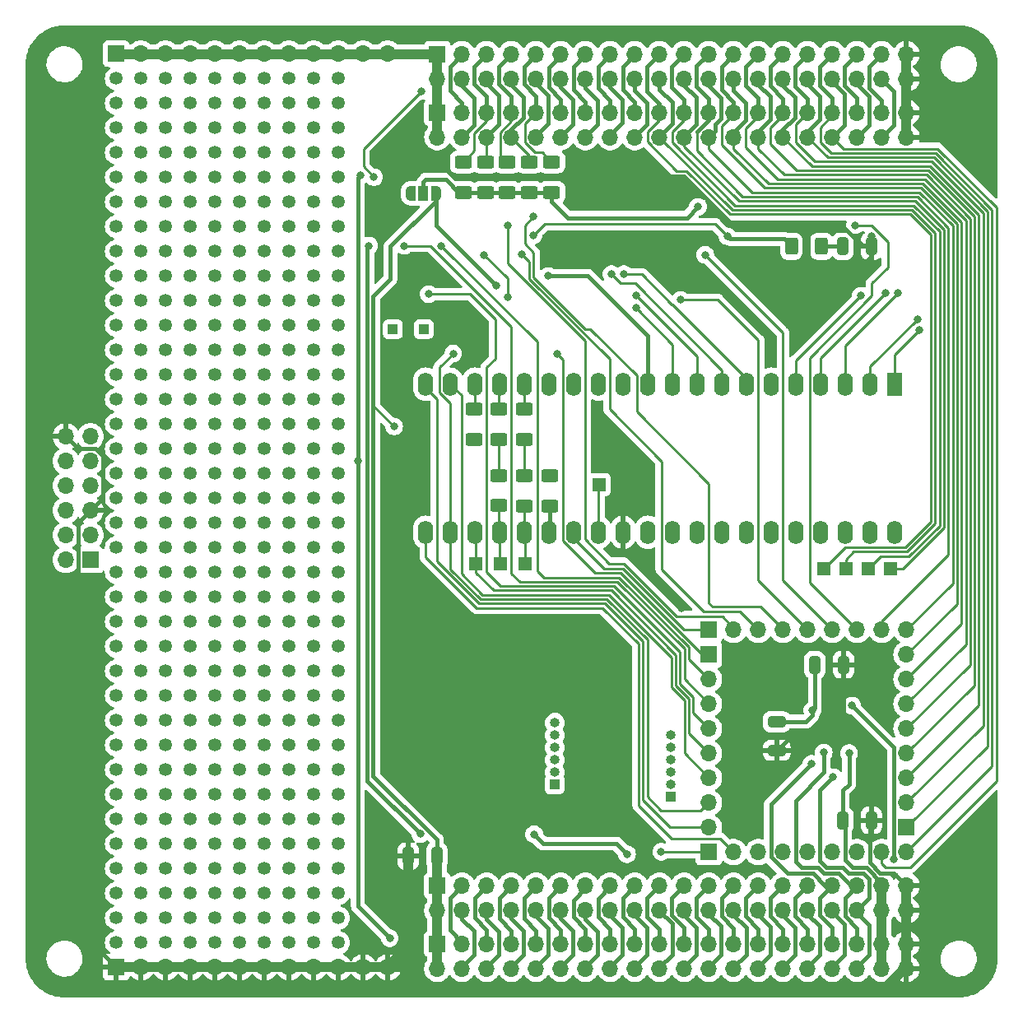
<source format=gbr>
%TF.GenerationSoftware,KiCad,Pcbnew,7.0.11-7.0.11~ubuntu20.04.1*%
%TF.CreationDate,2024-04-16T16:23:03+02:00*%
%TF.ProjectId,z80_schematics,7a38305f-7363-4686-956d-61746963732e,rev?*%
%TF.SameCoordinates,Original*%
%TF.FileFunction,Copper,L2,Bot*%
%TF.FilePolarity,Positive*%
%FSLAX46Y46*%
G04 Gerber Fmt 4.6, Leading zero omitted, Abs format (unit mm)*
G04 Created by KiCad (PCBNEW 7.0.11-7.0.11~ubuntu20.04.1) date 2024-04-16 16:23:03*
%MOMM*%
%LPD*%
G01*
G04 APERTURE LIST*
G04 Aperture macros list*
%AMRoundRect*
0 Rectangle with rounded corners*
0 $1 Rounding radius*
0 $2 $3 $4 $5 $6 $7 $8 $9 X,Y pos of 4 corners*
0 Add a 4 corners polygon primitive as box body*
4,1,4,$2,$3,$4,$5,$6,$7,$8,$9,$2,$3,0*
0 Add four circle primitives for the rounded corners*
1,1,$1+$1,$2,$3*
1,1,$1+$1,$4,$5*
1,1,$1+$1,$6,$7*
1,1,$1+$1,$8,$9*
0 Add four rect primitives between the rounded corners*
20,1,$1+$1,$2,$3,$4,$5,0*
20,1,$1+$1,$4,$5,$6,$7,0*
20,1,$1+$1,$6,$7,$8,$9,0*
20,1,$1+$1,$8,$9,$2,$3,0*%
%AMFreePoly0*
4,1,19,0.550000,-0.750000,0.000000,-0.750000,0.000000,-0.744911,-0.071157,-0.744911,-0.207708,-0.704816,-0.327430,-0.627875,-0.420627,-0.520320,-0.479746,-0.390866,-0.500000,-0.250000,-0.500000,0.250000,-0.479746,0.390866,-0.420627,0.520320,-0.327430,0.627875,-0.207708,0.704816,-0.071157,0.744911,0.000000,0.744911,0.000000,0.750000,0.550000,0.750000,0.550000,-0.750000,0.550000,-0.750000,
$1*%
%AMFreePoly1*
4,1,19,0.000000,0.744911,0.071157,0.744911,0.207708,0.704816,0.327430,0.627875,0.420627,0.520320,0.479746,0.390866,0.500000,0.250000,0.500000,-0.250000,0.479746,-0.390866,0.420627,-0.520320,0.327430,-0.627875,0.207708,-0.704816,0.071157,-0.744911,0.000000,-0.744911,0.000000,-0.750000,-0.550000,-0.750000,-0.550000,0.750000,0.000000,0.750000,0.000000,0.744911,0.000000,0.744911,
$1*%
G04 Aperture macros list end*
%TA.AperFunction,ComponentPad*%
%ADD10R,1.350000X1.350000*%
%TD*%
%TA.AperFunction,ComponentPad*%
%ADD11R,1.700000X1.700000*%
%TD*%
%TA.AperFunction,ComponentPad*%
%ADD12O,1.700000X1.700000*%
%TD*%
%TA.AperFunction,ComponentPad*%
%ADD13C,1.350000*%
%TD*%
%TA.AperFunction,ComponentPad*%
%ADD14R,1.000000X1.000000*%
%TD*%
%TA.AperFunction,ComponentPad*%
%ADD15O,1.000000X1.000000*%
%TD*%
%TA.AperFunction,ComponentPad*%
%ADD16R,1.600000X2.400000*%
%TD*%
%TA.AperFunction,ComponentPad*%
%ADD17O,1.600000X2.400000*%
%TD*%
%TA.AperFunction,SMDPad,CuDef*%
%ADD18RoundRect,0.250000X0.625000X-0.400000X0.625000X0.400000X-0.625000X0.400000X-0.625000X-0.400000X0*%
%TD*%
%TA.AperFunction,SMDPad,CuDef*%
%ADD19FreePoly0,0.000000*%
%TD*%
%TA.AperFunction,SMDPad,CuDef*%
%ADD20R,1.000000X1.500000*%
%TD*%
%TA.AperFunction,SMDPad,CuDef*%
%ADD21FreePoly1,0.000000*%
%TD*%
%TA.AperFunction,SMDPad,CuDef*%
%ADD22RoundRect,0.250000X0.325000X0.650000X-0.325000X0.650000X-0.325000X-0.650000X0.325000X-0.650000X0*%
%TD*%
%TA.AperFunction,SMDPad,CuDef*%
%ADD23RoundRect,0.250000X-0.625000X0.400000X-0.625000X-0.400000X0.625000X-0.400000X0.625000X0.400000X0*%
%TD*%
%TA.AperFunction,SMDPad,CuDef*%
%ADD24RoundRect,0.250000X0.400000X0.625000X-0.400000X0.625000X-0.400000X-0.625000X0.400000X-0.625000X0*%
%TD*%
%TA.AperFunction,SMDPad,CuDef*%
%ADD25RoundRect,0.250000X-0.325000X-0.650000X0.325000X-0.650000X0.325000X0.650000X-0.325000X0.650000X0*%
%TD*%
%TA.AperFunction,SMDPad,CuDef*%
%ADD26RoundRect,0.250000X-0.650000X0.325000X-0.650000X-0.325000X0.650000X-0.325000X0.650000X0.325000X0*%
%TD*%
%TA.AperFunction,ViaPad*%
%ADD27C,0.800000*%
%TD*%
%TA.AperFunction,Conductor*%
%ADD28C,0.250000*%
%TD*%
%TA.AperFunction,Conductor*%
%ADD29C,0.400000*%
%TD*%
%TA.AperFunction,Conductor*%
%ADD30C,1.000000*%
%TD*%
G04 APERTURE END LIST*
D10*
%TO.P,J9,1,Pin_1*%
%TO.N,/~{WAIT}*%
X146177000Y-100711000D03*
%TD*%
%TO.P,J12,1,Pin_1*%
%TO.N,/~{BUSRQ}*%
X148717000Y-100711000D03*
%TD*%
D11*
%TO.P,J8,1,Pin_1*%
%TO.N,/~{BUSFREE}*%
X167640000Y-130389005D03*
D12*
%TO.P,J8,2,Pin_2*%
%TO.N,/~{RD}*%
X170180000Y-130389005D03*
%TO.P,J8,3,Pin_3*%
%TO.N,/PHI0_c*%
X172720000Y-130389005D03*
%TO.P,J8,4,Pin_4*%
%TO.N,/~{PHI0_c}*%
X175260000Y-130389005D03*
%TO.P,J8,5,Pin_5*%
%TO.N,/CLKF*%
X177800000Y-130389005D03*
%TO.P,J8,6,Pin_6*%
%TO.N,/MOSI*%
X180340000Y-130389005D03*
%TO.P,J8,7,Pin_7*%
%TO.N,/SCK*%
X182880000Y-130389005D03*
%TO.P,J8,8,Pin_8*%
%TO.N,/A15*%
X185420000Y-130389005D03*
%TO.P,J8,9,Pin_9*%
%TO.N,/A14*%
X187960000Y-130389005D03*
%TD*%
D13*
%TO.P,J26,1,Pin_1*%
%TO.N,unconnected-(J26-Pin_1-Pad1)*%
X129540000Y-139700000D03*
%TO.P,J26,2,Pin_2*%
%TO.N,unconnected-(J26-Pin_2-Pad2)*%
X129540000Y-137160000D03*
%TO.P,J26,3,Pin_3*%
%TO.N,unconnected-(J26-Pin_3-Pad3)*%
X129540000Y-134620000D03*
%TO.P,J26,4,Pin_4*%
%TO.N,unconnected-(J26-Pin_4-Pad4)*%
X129540000Y-132080000D03*
%TO.P,J26,5,Pin_5*%
%TO.N,unconnected-(J26-Pin_5-Pad5)*%
X129540000Y-129540000D03*
%TO.P,J26,6,Pin_6*%
%TO.N,unconnected-(J26-Pin_6-Pad6)*%
X129540000Y-127000000D03*
%TO.P,J26,7,Pin_7*%
%TO.N,unconnected-(J26-Pin_7-Pad7)*%
X129540000Y-124460000D03*
%TO.P,J26,8,Pin_8*%
%TO.N,unconnected-(J26-Pin_8-Pad8)*%
X129540000Y-121920000D03*
%TO.P,J26,9,Pin_9*%
%TO.N,unconnected-(J26-Pin_9-Pad9)*%
X129540000Y-119380000D03*
%TO.P,J26,10,Pin_10*%
%TO.N,unconnected-(J26-Pin_10-Pad10)*%
X129540000Y-116840000D03*
%TO.P,J26,11,Pin_11*%
%TO.N,unconnected-(J26-Pin_11-Pad11)*%
X129540000Y-114300000D03*
%TO.P,J26,12,Pin_12*%
%TO.N,unconnected-(J26-Pin_12-Pad12)*%
X129540000Y-111760000D03*
%TO.P,J26,13,Pin_13*%
%TO.N,unconnected-(J26-Pin_13-Pad13)*%
X129540000Y-109220000D03*
%TO.P,J26,14,Pin_14*%
%TO.N,unconnected-(J26-Pin_14-Pad14)*%
X129540000Y-106680000D03*
%TO.P,J26,15,Pin_15*%
%TO.N,unconnected-(J26-Pin_15-Pad15)*%
X129540000Y-104140000D03*
%TO.P,J26,16,Pin_16*%
%TO.N,unconnected-(J26-Pin_16-Pad16)*%
X129540000Y-101600000D03*
%TO.P,J26,17,Pin_17*%
%TO.N,unconnected-(J26-Pin_17-Pad17)*%
X129540000Y-99060000D03*
%TO.P,J26,18,Pin_18*%
%TO.N,unconnected-(J26-Pin_18-Pad18)*%
X129540000Y-96520000D03*
%TO.P,J26,19,Pin_19*%
%TO.N,unconnected-(J26-Pin_19-Pad19)*%
X129540000Y-93980000D03*
%TO.P,J26,20,Pin_20*%
%TO.N,unconnected-(J26-Pin_20-Pad20)*%
X129540000Y-91440000D03*
%TO.P,J26,21,Pin_21*%
%TO.N,unconnected-(J26-Pin_21-Pad21)*%
X129540000Y-88900000D03*
%TO.P,J26,22,Pin_22*%
%TO.N,unconnected-(J26-Pin_22-Pad22)*%
X129540000Y-86360000D03*
%TO.P,J26,23,Pin_23*%
%TO.N,unconnected-(J26-Pin_23-Pad23)*%
X129540000Y-83820000D03*
%TO.P,J26,24,Pin_24*%
%TO.N,unconnected-(J26-Pin_24-Pad24)*%
X129540000Y-81280000D03*
%TO.P,J26,25,Pin_25*%
%TO.N,unconnected-(J26-Pin_25-Pad25)*%
X129540000Y-78740000D03*
%TO.P,J26,26,Pin_26*%
%TO.N,unconnected-(J26-Pin_26-Pad26)*%
X129540000Y-76200000D03*
%TO.P,J26,27,Pin_27*%
%TO.N,unconnected-(J26-Pin_27-Pad27)*%
X129540000Y-73660000D03*
%TO.P,J26,28,Pin_28*%
%TO.N,unconnected-(J26-Pin_28-Pad28)*%
X129540000Y-71120000D03*
%TO.P,J26,29,Pin_29*%
%TO.N,unconnected-(J26-Pin_29-Pad29)*%
X129540000Y-68580000D03*
%TO.P,J26,30,Pin_30*%
%TO.N,unconnected-(J26-Pin_30-Pad30)*%
X129540000Y-66040000D03*
%TO.P,J26,31,Pin_31*%
%TO.N,unconnected-(J26-Pin_31-Pad31)*%
X129540000Y-63500000D03*
%TO.P,J26,32,Pin_32*%
%TO.N,unconnected-(J26-Pin_32-Pad32)*%
X129540000Y-60960000D03*
%TO.P,J26,33,Pin_33*%
%TO.N,unconnected-(J26-Pin_33-Pad33)*%
X129540000Y-58420000D03*
%TO.P,J26,34,Pin_34*%
%TO.N,unconnected-(J26-Pin_34-Pad34)*%
X129540000Y-55880000D03*
%TO.P,J26,35,Pin_35*%
%TO.N,unconnected-(J26-Pin_35-Pad35)*%
X129540000Y-53340000D03*
%TO.P,J26,36,Pin_36*%
%TO.N,unconnected-(J26-Pin_36-Pad36)*%
X129540000Y-50800000D03*
%TO.P,J26,37,Pin_37*%
%TO.N,unconnected-(J26-Pin_37-Pad37)*%
X127000000Y-50800000D03*
%TO.P,J26,38,Pin_38*%
%TO.N,unconnected-(J26-Pin_38-Pad38)*%
X127000000Y-53340000D03*
%TO.P,J26,39,Pin_39*%
%TO.N,unconnected-(J26-Pin_39-Pad39)*%
X127000000Y-55880000D03*
%TO.P,J26,40,Pin_40*%
%TO.N,unconnected-(J26-Pin_40-Pad40)*%
X127000000Y-58420000D03*
%TO.P,J26,41,Pin_41*%
%TO.N,unconnected-(J26-Pin_41-Pad41)*%
X127000000Y-60960000D03*
%TO.P,J26,42,Pin_42*%
%TO.N,unconnected-(J26-Pin_42-Pad42)*%
X127000000Y-63500000D03*
%TO.P,J26,43,Pin_43*%
%TO.N,unconnected-(J26-Pin_43-Pad43)*%
X127000000Y-66040000D03*
%TO.P,J26,44,Pin_44*%
%TO.N,unconnected-(J26-Pin_44-Pad44)*%
X127000000Y-68580000D03*
%TO.P,J26,45,Pin_45*%
%TO.N,unconnected-(J26-Pin_45-Pad45)*%
X127000000Y-71120000D03*
%TO.P,J26,46,Pin_46*%
%TO.N,unconnected-(J26-Pin_46-Pad46)*%
X127000000Y-73660000D03*
%TO.P,J26,47,Pin_47*%
%TO.N,unconnected-(J26-Pin_47-Pad47)*%
X127000000Y-76200000D03*
%TO.P,J26,48,Pin_48*%
%TO.N,unconnected-(J26-Pin_48-Pad48)*%
X127000000Y-78740000D03*
%TO.P,J26,49,Pin_49*%
%TO.N,unconnected-(J26-Pin_49-Pad49)*%
X127000000Y-81280000D03*
%TO.P,J26,50,Pin_50*%
%TO.N,unconnected-(J26-Pin_50-Pad50)*%
X127000000Y-83820000D03*
%TO.P,J26,51,Pin_51*%
%TO.N,unconnected-(J26-Pin_51-Pad51)*%
X127000000Y-86360000D03*
%TO.P,J26,52,Pin_52*%
%TO.N,unconnected-(J26-Pin_52-Pad52)*%
X127000000Y-88900000D03*
%TO.P,J26,53,Pin_53*%
%TO.N,unconnected-(J26-Pin_53-Pad53)*%
X127000000Y-91440000D03*
%TO.P,J26,54,Pin_54*%
%TO.N,unconnected-(J26-Pin_54-Pad54)*%
X127000000Y-93980000D03*
%TO.P,J26,55,Pin_55*%
%TO.N,unconnected-(J26-Pin_55-Pad55)*%
X127000000Y-96520000D03*
%TO.P,J26,56,Pin_56*%
%TO.N,unconnected-(J26-Pin_56-Pad56)*%
X127000000Y-99060000D03*
%TO.P,J26,57,Pin_57*%
%TO.N,unconnected-(J26-Pin_57-Pad57)*%
X127000000Y-101600000D03*
%TO.P,J26,58,Pin_58*%
%TO.N,unconnected-(J26-Pin_58-Pad58)*%
X127000000Y-104140000D03*
%TO.P,J26,59,Pin_59*%
%TO.N,unconnected-(J26-Pin_59-Pad59)*%
X127000000Y-106680000D03*
%TO.P,J26,60,Pin_60*%
%TO.N,unconnected-(J26-Pin_60-Pad60)*%
X127000000Y-109220000D03*
%TO.P,J26,61,Pin_61*%
%TO.N,unconnected-(J26-Pin_61-Pad61)*%
X127000000Y-111760000D03*
%TO.P,J26,62,Pin_62*%
%TO.N,unconnected-(J26-Pin_62-Pad62)*%
X127000000Y-114300000D03*
%TO.P,J26,63,Pin_63*%
%TO.N,unconnected-(J26-Pin_63-Pad63)*%
X127000000Y-116840000D03*
%TO.P,J26,64,Pin_64*%
%TO.N,unconnected-(J26-Pin_64-Pad64)*%
X127000000Y-119380000D03*
%TO.P,J26,65,Pin_65*%
%TO.N,unconnected-(J26-Pin_65-Pad65)*%
X127000000Y-121920000D03*
%TO.P,J26,66,Pin_66*%
%TO.N,unconnected-(J26-Pin_66-Pad66)*%
X127000000Y-124460000D03*
%TO.P,J26,67,Pin_67*%
%TO.N,unconnected-(J26-Pin_67-Pad67)*%
X127000000Y-127000000D03*
%TO.P,J26,68,Pin_68*%
%TO.N,unconnected-(J26-Pin_68-Pad68)*%
X127000000Y-129540000D03*
%TO.P,J26,69,Pin_69*%
%TO.N,unconnected-(J26-Pin_69-Pad69)*%
X127000000Y-132080000D03*
%TO.P,J26,70,Pin_70*%
%TO.N,unconnected-(J26-Pin_70-Pad70)*%
X127000000Y-134620000D03*
%TO.P,J26,71,Pin_71*%
%TO.N,unconnected-(J26-Pin_71-Pad71)*%
X127000000Y-137160000D03*
%TO.P,J26,72,Pin_72*%
%TO.N,unconnected-(J26-Pin_72-Pad72)*%
X127000000Y-139700000D03*
%TD*%
D11*
%TO.P,J1,1,Pin_1*%
%TO.N,+5V*%
X139700000Y-48303005D03*
D12*
%TO.P,J1,2,Pin_2*%
X139700000Y-50843005D03*
%TO.P,J1,3,Pin_3*%
%TO.N,/PH1*%
X142240000Y-48303005D03*
%TO.P,J1,4,Pin_4*%
%TO.N,/PH2*%
X142240000Y-50843005D03*
%TO.P,J1,5,Pin_5*%
%TO.N,/~{IORD}*%
X144780000Y-48303005D03*
%TO.P,J1,6,Pin_6*%
%TO.N,/R{slash}~{W}_e*%
X144780000Y-50843005D03*
%TO.P,J1,7,Pin_7*%
%TO.N,/~{MRD}*%
X147320000Y-48303005D03*
%TO.P,J1,8,Pin_8*%
%TO.N,/~{MWR}*%
X147320000Y-50843005D03*
%TO.P,J1,9,Pin_9*%
%TO.N,/~{IOWR}*%
X149860000Y-48303005D03*
%TO.P,J1,10,Pin_10*%
%TO.N,/D0*%
X149860000Y-50843005D03*
%TO.P,J1,11,Pin_11*%
%TO.N,/D1*%
X152400000Y-48303005D03*
%TO.P,J1,12,Pin_12*%
%TO.N,/D2*%
X152400000Y-50843005D03*
%TO.P,J1,13,Pin_13*%
%TO.N,/D3*%
X154940000Y-48303005D03*
%TO.P,J1,14,Pin_14*%
%TO.N,/D4*%
X154940000Y-50843005D03*
%TO.P,J1,15,Pin_15*%
%TO.N,/D5*%
X157480000Y-48303005D03*
%TO.P,J1,16,Pin_16*%
%TO.N,/D6*%
X157480000Y-50843005D03*
%TO.P,J1,17,Pin_17*%
%TO.N,/D7*%
X160020000Y-48303005D03*
%TO.P,J1,18,Pin_18*%
%TO.N,/~{RST}*%
X160020000Y-50843005D03*
%TO.P,J1,19,Pin_19*%
%TO.N,/A0*%
X162560000Y-48303005D03*
%TO.P,J1,20,Pin_20*%
%TO.N,/A1*%
X162560000Y-50843005D03*
%TO.P,J1,21,Pin_21*%
%TO.N,/A2*%
X165100000Y-48303005D03*
%TO.P,J1,22,Pin_22*%
%TO.N,/A3*%
X165100000Y-50843005D03*
%TO.P,J1,23,Pin_23*%
%TO.N,/A4*%
X167640000Y-48303005D03*
%TO.P,J1,24,Pin_24*%
%TO.N,/A5*%
X167640000Y-50843005D03*
%TO.P,J1,25,Pin_25*%
%TO.N,/A6*%
X170180000Y-48303005D03*
%TO.P,J1,26,Pin_26*%
%TO.N,/A7*%
X170180000Y-50843005D03*
%TO.P,J1,27,Pin_27*%
%TO.N,/A8*%
X172720000Y-48303005D03*
%TO.P,J1,28,Pin_28*%
%TO.N,/A9*%
X172720000Y-50843005D03*
%TO.P,J1,29,Pin_29*%
%TO.N,/A10*%
X175260000Y-48303005D03*
%TO.P,J1,30,Pin_30*%
%TO.N,/A11*%
X175260000Y-50843005D03*
%TO.P,J1,31,Pin_31*%
%TO.N,/A12*%
X177800000Y-48303005D03*
%TO.P,J1,32,Pin_32*%
%TO.N,/A13*%
X177800000Y-50843005D03*
%TO.P,J1,33,Pin_33*%
%TO.N,/A14*%
X180340000Y-48303005D03*
%TO.P,J1,34,Pin_34*%
%TO.N,/A15*%
X180340000Y-50843005D03*
%TO.P,J1,35,Pin_35*%
%TO.N,/Bus/A16*%
X182880000Y-48303005D03*
%TO.P,J1,36,Pin_36*%
%TO.N,/Bus/A17*%
X182880000Y-50843005D03*
%TO.P,J1,37,Pin_37*%
%TO.N,/Bus/A18*%
X185420000Y-48303005D03*
%TO.P,J1,38,Pin_38*%
%TO.N,/Bus/A19*%
X185420000Y-50843005D03*
%TO.P,J1,39,Pin_39*%
%TO.N,GND*%
X187960000Y-48303005D03*
%TO.P,J1,40,Pin_40*%
X187960000Y-50843005D03*
%TD*%
D10*
%TO.P,J13,1,Pin_1*%
%TO.N,/~{BUSACK}*%
X143637000Y-100711000D03*
%TD*%
D14*
%TO.P,J11,1,Pin_1*%
%TO.N,Net-(J11-Pin_1)*%
X135128000Y-76581000D03*
%TD*%
%TO.P,J31,1,Pin_1*%
%TO.N,Net-(J31-Pin_1)*%
X163677600Y-124663200D03*
D15*
%TO.P,J31,2,Pin_2*%
%TO.N,Net-(J31-Pin_2)*%
X163677600Y-123393200D03*
%TO.P,J31,3,Pin_3*%
%TO.N,Net-(J31-Pin_3)*%
X163677600Y-122123200D03*
%TO.P,J31,4,Pin_4*%
%TO.N,Net-(J31-Pin_4)*%
X163677600Y-120853200D03*
%TO.P,J31,5,Pin_5*%
%TO.N,Net-(J31-Pin_5)*%
X163677600Y-119583200D03*
%TO.P,J31,6,Pin_6*%
%TO.N,Net-(J31-Pin_6)*%
X163677600Y-118313200D03*
%TD*%
D11*
%TO.P,J5,1,Pin_1*%
%TO.N,/~{M1}*%
X167640000Y-107529005D03*
D12*
%TO.P,J5,2,Pin_2*%
%TO.N,/~{MRDc}*%
X170180000Y-107529005D03*
%TO.P,J5,3,Pin_3*%
%TO.N,/~{IORDc}*%
X172720000Y-107529005D03*
%TO.P,J5,4,Pin_4*%
%TO.N,/~{MWRc}*%
X175260000Y-107529005D03*
%TO.P,J5,5,Pin_5*%
%TO.N,/~{DOE}*%
X177800000Y-107529005D03*
%TO.P,J5,6,Pin_6*%
%TO.N,/DDIR*%
X180340000Y-107529005D03*
%TO.P,J5,7,Pin_7*%
%TO.N,/~{AOE}*%
X182880000Y-107529005D03*
%TO.P,J5,8,Pin_8*%
%TO.N,/A4*%
X185420000Y-107529005D03*
%TO.P,J5,9,Pin_9*%
%TO.N,/A5*%
X187960000Y-107529005D03*
%TD*%
D11*
%TO.P,J4,1,Pin_1*%
%TO.N,+5V*%
X139700000Y-133849005D03*
D12*
%TO.P,J4,2,Pin_2*%
X139700000Y-136389005D03*
%TO.P,J4,3,Pin_3*%
%TO.N,/RX2*%
X142240000Y-133849005D03*
%TO.P,J4,4,Pin_4*%
%TO.N,/TX2*%
X142240000Y-136389005D03*
%TO.P,J4,5,Pin_5*%
%TO.N,/RX3*%
X144780000Y-133849005D03*
%TO.P,J4,6,Pin_6*%
%TO.N,/TX3*%
X144780000Y-136389005D03*
%TO.P,J4,7,Pin_7*%
%TO.N,/RES0*%
X147320000Y-133849005D03*
%TO.P,J4,8,Pin_8*%
%TO.N,/TX1*%
X147320000Y-136389005D03*
%TO.P,J4,9,Pin_9*%
%TO.N,/RES1*%
X149860000Y-133849005D03*
%TO.P,J4,10,Pin_10*%
%TO.N,/RX1*%
X149860000Y-136389005D03*
%TO.P,J4,11,Pin_11*%
%TO.N,/PHI0*%
X152400000Y-133849005D03*
%TO.P,J4,12,Pin_12*%
%TO.N,/~{PHI0}*%
X152400000Y-136389005D03*
%TO.P,J4,13,Pin_13*%
%TO.N,/CLKS*%
X154940000Y-133849005D03*
%TO.P,J4,14,Pin_14*%
%TO.N,/CLKF*%
X154940000Y-136389005D03*
%TO.P,J4,15,Pin_15*%
%TO.N,/~{BUSFREE}*%
X157480000Y-133849005D03*
%TO.P,J4,16,Pin_16*%
%TO.N,/~{RAMWE13}*%
X157480000Y-136389005D03*
%TO.P,J4,17,Pin_17*%
%TO.N,/~{RAMWE12}*%
X160020000Y-133849005D03*
%TO.P,J4,18,Pin_18*%
%TO.N,/~{RAMWE11}*%
X160020000Y-136389005D03*
%TO.P,J4,19,Pin_19*%
%TO.N,/~{RAMWE10}*%
X162560000Y-133849005D03*
%TO.P,J4,20,Pin_20*%
%TO.N,/~{RAMWE9}*%
X162560000Y-136389005D03*
%TO.P,J4,21,Pin_21*%
%TO.N,/~{RAMWE8}*%
X165100000Y-133849005D03*
%TO.P,J4,22,Pin_22*%
%TO.N,/~{RAMWE7}*%
X165100000Y-136389005D03*
%TO.P,J4,23,Pin_23*%
%TO.N,/~{RAMWE6}*%
X167640000Y-133849005D03*
%TO.P,J4,24,Pin_24*%
%TO.N,/~{RAMWE5}*%
X167640000Y-136389005D03*
%TO.P,J4,25,Pin_25*%
%TO.N,/~{RAMWE4}*%
X170180000Y-133849005D03*
%TO.P,J4,26,Pin_26*%
%TO.N,/~{RAMWE3}*%
X170180000Y-136389005D03*
%TO.P,J4,27,Pin_27*%
%TO.N,/~{RAMWE2}*%
X172720000Y-133849005D03*
%TO.P,J4,28,Pin_28*%
%TO.N,/~{RAMWE1}*%
X172720000Y-136389005D03*
%TO.P,J4,29,Pin_29*%
%TO.N,/~{RAMWE0}*%
X175260000Y-133849005D03*
%TO.P,J4,30,Pin_30*%
%TO.N,/MOSI*%
X175260000Y-136389005D03*
%TO.P,J4,31,Pin_31*%
%TO.N,/SCK*%
X177800000Y-133849005D03*
%TO.P,J4,32,Pin_32*%
%TO.N,/Bus/TDRTN*%
X177800000Y-136389005D03*
%TO.P,J4,33,Pin_33*%
%TO.N,/TMS*%
X180340000Y-133849005D03*
%TO.P,J4,34,Pin_34*%
%TO.N,/TDO*%
X180340000Y-136389005D03*
%TO.P,J4,35,Pin_35*%
%TO.N,/TCK*%
X182880000Y-133849005D03*
%TO.P,J4,36,Pin_36*%
%TO.N,/TDI*%
X182880000Y-136389005D03*
%TO.P,J4,37,Pin_37*%
%TO.N,+3V3*%
X185420000Y-133849005D03*
%TO.P,J4,38,Pin_38*%
X185420000Y-136389005D03*
%TO.P,J4,39,Pin_39*%
%TO.N,GND*%
X187960000Y-133849005D03*
%TO.P,J4,40,Pin_40*%
X187960000Y-136389005D03*
%TD*%
D13*
%TO.P,J24,1,Pin_1*%
%TO.N,unconnected-(J24-Pin_1-Pad1)*%
X119380000Y-139700000D03*
%TO.P,J24,2,Pin_2*%
%TO.N,unconnected-(J24-Pin_2-Pad2)*%
X119380000Y-137160000D03*
%TO.P,J24,3,Pin_3*%
%TO.N,unconnected-(J24-Pin_3-Pad3)*%
X119380000Y-134620000D03*
%TO.P,J24,4,Pin_4*%
%TO.N,unconnected-(J24-Pin_4-Pad4)*%
X119380000Y-132080000D03*
%TO.P,J24,5,Pin_5*%
%TO.N,unconnected-(J24-Pin_5-Pad5)*%
X119380000Y-129540000D03*
%TO.P,J24,6,Pin_6*%
%TO.N,unconnected-(J24-Pin_6-Pad6)*%
X119380000Y-127000000D03*
%TO.P,J24,7,Pin_7*%
%TO.N,unconnected-(J24-Pin_7-Pad7)*%
X119380000Y-124460000D03*
%TO.P,J24,8,Pin_8*%
%TO.N,unconnected-(J24-Pin_8-Pad8)*%
X119380000Y-121920000D03*
%TO.P,J24,9,Pin_9*%
%TO.N,unconnected-(J24-Pin_9-Pad9)*%
X119380000Y-119380000D03*
%TO.P,J24,10,Pin_10*%
%TO.N,unconnected-(J24-Pin_10-Pad10)*%
X119380000Y-116840000D03*
%TO.P,J24,11,Pin_11*%
%TO.N,unconnected-(J24-Pin_11-Pad11)*%
X119380000Y-114300000D03*
%TO.P,J24,12,Pin_12*%
%TO.N,unconnected-(J24-Pin_12-Pad12)*%
X119380000Y-111760000D03*
%TO.P,J24,13,Pin_13*%
%TO.N,unconnected-(J24-Pin_13-Pad13)*%
X119380000Y-109220000D03*
%TO.P,J24,14,Pin_14*%
%TO.N,unconnected-(J24-Pin_14-Pad14)*%
X119380000Y-106680000D03*
%TO.P,J24,15,Pin_15*%
%TO.N,unconnected-(J24-Pin_15-Pad15)*%
X119380000Y-104140000D03*
%TO.P,J24,16,Pin_16*%
%TO.N,unconnected-(J24-Pin_16-Pad16)*%
X119380000Y-101600000D03*
%TO.P,J24,17,Pin_17*%
%TO.N,unconnected-(J24-Pin_17-Pad17)*%
X119380000Y-99060000D03*
%TO.P,J24,18,Pin_18*%
%TO.N,unconnected-(J24-Pin_18-Pad18)*%
X119380000Y-96520000D03*
%TO.P,J24,19,Pin_19*%
%TO.N,unconnected-(J24-Pin_19-Pad19)*%
X119380000Y-93980000D03*
%TO.P,J24,20,Pin_20*%
%TO.N,unconnected-(J24-Pin_20-Pad20)*%
X119380000Y-91440000D03*
%TO.P,J24,21,Pin_21*%
%TO.N,unconnected-(J24-Pin_21-Pad21)*%
X119380000Y-88900000D03*
%TO.P,J24,22,Pin_22*%
%TO.N,unconnected-(J24-Pin_22-Pad22)*%
X119380000Y-86360000D03*
%TO.P,J24,23,Pin_23*%
%TO.N,unconnected-(J24-Pin_23-Pad23)*%
X119380000Y-83820000D03*
%TO.P,J24,24,Pin_24*%
%TO.N,unconnected-(J24-Pin_24-Pad24)*%
X119380000Y-81280000D03*
%TO.P,J24,25,Pin_25*%
%TO.N,unconnected-(J24-Pin_25-Pad25)*%
X119380000Y-78740000D03*
%TO.P,J24,26,Pin_26*%
%TO.N,unconnected-(J24-Pin_26-Pad26)*%
X119380000Y-76200000D03*
%TO.P,J24,27,Pin_27*%
%TO.N,unconnected-(J24-Pin_27-Pad27)*%
X119380000Y-73660000D03*
%TO.P,J24,28,Pin_28*%
%TO.N,unconnected-(J24-Pin_28-Pad28)*%
X119380000Y-71120000D03*
%TO.P,J24,29,Pin_29*%
%TO.N,unconnected-(J24-Pin_29-Pad29)*%
X119380000Y-68580000D03*
%TO.P,J24,30,Pin_30*%
%TO.N,unconnected-(J24-Pin_30-Pad30)*%
X119380000Y-66040000D03*
%TO.P,J24,31,Pin_31*%
%TO.N,unconnected-(J24-Pin_31-Pad31)*%
X119380000Y-63500000D03*
%TO.P,J24,32,Pin_32*%
%TO.N,unconnected-(J24-Pin_32-Pad32)*%
X119380000Y-60960000D03*
%TO.P,J24,33,Pin_33*%
%TO.N,unconnected-(J24-Pin_33-Pad33)*%
X119380000Y-58420000D03*
%TO.P,J24,34,Pin_34*%
%TO.N,unconnected-(J24-Pin_34-Pad34)*%
X119380000Y-55880000D03*
%TO.P,J24,35,Pin_35*%
%TO.N,unconnected-(J24-Pin_35-Pad35)*%
X119380000Y-53340000D03*
%TO.P,J24,36,Pin_36*%
%TO.N,unconnected-(J24-Pin_36-Pad36)*%
X119380000Y-50800000D03*
%TO.P,J24,37,Pin_37*%
%TO.N,unconnected-(J24-Pin_37-Pad37)*%
X116840000Y-50800000D03*
%TO.P,J24,38,Pin_38*%
%TO.N,unconnected-(J24-Pin_38-Pad38)*%
X116840000Y-53340000D03*
%TO.P,J24,39,Pin_39*%
%TO.N,unconnected-(J24-Pin_39-Pad39)*%
X116840000Y-55880000D03*
%TO.P,J24,40,Pin_40*%
%TO.N,unconnected-(J24-Pin_40-Pad40)*%
X116840000Y-58420000D03*
%TO.P,J24,41,Pin_41*%
%TO.N,unconnected-(J24-Pin_41-Pad41)*%
X116840000Y-60960000D03*
%TO.P,J24,42,Pin_42*%
%TO.N,unconnected-(J24-Pin_42-Pad42)*%
X116840000Y-63500000D03*
%TO.P,J24,43,Pin_43*%
%TO.N,unconnected-(J24-Pin_43-Pad43)*%
X116840000Y-66040000D03*
%TO.P,J24,44,Pin_44*%
%TO.N,unconnected-(J24-Pin_44-Pad44)*%
X116840000Y-68580000D03*
%TO.P,J24,45,Pin_45*%
%TO.N,unconnected-(J24-Pin_45-Pad45)*%
X116840000Y-71120000D03*
%TO.P,J24,46,Pin_46*%
%TO.N,unconnected-(J24-Pin_46-Pad46)*%
X116840000Y-73660000D03*
%TO.P,J24,47,Pin_47*%
%TO.N,unconnected-(J24-Pin_47-Pad47)*%
X116840000Y-76200000D03*
%TO.P,J24,48,Pin_48*%
%TO.N,unconnected-(J24-Pin_48-Pad48)*%
X116840000Y-78740000D03*
%TO.P,J24,49,Pin_49*%
%TO.N,unconnected-(J24-Pin_49-Pad49)*%
X116840000Y-81280000D03*
%TO.P,J24,50,Pin_50*%
%TO.N,unconnected-(J24-Pin_50-Pad50)*%
X116840000Y-83820000D03*
%TO.P,J24,51,Pin_51*%
%TO.N,unconnected-(J24-Pin_51-Pad51)*%
X116840000Y-86360000D03*
%TO.P,J24,52,Pin_52*%
%TO.N,unconnected-(J24-Pin_52-Pad52)*%
X116840000Y-88900000D03*
%TO.P,J24,53,Pin_53*%
%TO.N,unconnected-(J24-Pin_53-Pad53)*%
X116840000Y-91440000D03*
%TO.P,J24,54,Pin_54*%
%TO.N,unconnected-(J24-Pin_54-Pad54)*%
X116840000Y-93980000D03*
%TO.P,J24,55,Pin_55*%
%TO.N,unconnected-(J24-Pin_55-Pad55)*%
X116840000Y-96520000D03*
%TO.P,J24,56,Pin_56*%
%TO.N,unconnected-(J24-Pin_56-Pad56)*%
X116840000Y-99060000D03*
%TO.P,J24,57,Pin_57*%
%TO.N,unconnected-(J24-Pin_57-Pad57)*%
X116840000Y-101600000D03*
%TO.P,J24,58,Pin_58*%
%TO.N,unconnected-(J24-Pin_58-Pad58)*%
X116840000Y-104140000D03*
%TO.P,J24,59,Pin_59*%
%TO.N,unconnected-(J24-Pin_59-Pad59)*%
X116840000Y-106680000D03*
%TO.P,J24,60,Pin_60*%
%TO.N,unconnected-(J24-Pin_60-Pad60)*%
X116840000Y-109220000D03*
%TO.P,J24,61,Pin_61*%
%TO.N,unconnected-(J24-Pin_61-Pad61)*%
X116840000Y-111760000D03*
%TO.P,J24,62,Pin_62*%
%TO.N,unconnected-(J24-Pin_62-Pad62)*%
X116840000Y-114300000D03*
%TO.P,J24,63,Pin_63*%
%TO.N,unconnected-(J24-Pin_63-Pad63)*%
X116840000Y-116840000D03*
%TO.P,J24,64,Pin_64*%
%TO.N,unconnected-(J24-Pin_64-Pad64)*%
X116840000Y-119380000D03*
%TO.P,J24,65,Pin_65*%
%TO.N,unconnected-(J24-Pin_65-Pad65)*%
X116840000Y-121920000D03*
%TO.P,J24,66,Pin_66*%
%TO.N,unconnected-(J24-Pin_66-Pad66)*%
X116840000Y-124460000D03*
%TO.P,J24,67,Pin_67*%
%TO.N,unconnected-(J24-Pin_67-Pad67)*%
X116840000Y-127000000D03*
%TO.P,J24,68,Pin_68*%
%TO.N,unconnected-(J24-Pin_68-Pad68)*%
X116840000Y-129540000D03*
%TO.P,J24,69,Pin_69*%
%TO.N,unconnected-(J24-Pin_69-Pad69)*%
X116840000Y-132080000D03*
%TO.P,J24,70,Pin_70*%
%TO.N,unconnected-(J24-Pin_70-Pad70)*%
X116840000Y-134620000D03*
%TO.P,J24,71,Pin_71*%
%TO.N,unconnected-(J24-Pin_71-Pad71)*%
X116840000Y-137160000D03*
%TO.P,J24,72,Pin_72*%
%TO.N,unconnected-(J24-Pin_72-Pad72)*%
X116840000Y-139700000D03*
%TD*%
D10*
%TO.P,J32,1,Pin_1*%
%TO.N,Net-(J32-Pin_1)*%
X156337000Y-92583000D03*
%TD*%
D16*
%TO.P,U10,1,A11*%
%TO.N,/CA11*%
X186760000Y-82250000D03*
D17*
%TO.P,U10,2,A12*%
%TO.N,/CA12*%
X184220000Y-82250000D03*
%TO.P,U10,3,A13*%
%TO.N,/CA13*%
X181680000Y-82250000D03*
%TO.P,U10,4,A14*%
%TO.N,/CA14*%
X179140000Y-82250000D03*
%TO.P,U10,5,A15*%
%TO.N,/CA15*%
X176600000Y-82250000D03*
%TO.P,U10,6,~{CLK}*%
%TO.N,/CPUCLK*%
X174060000Y-82250000D03*
%TO.P,U10,7,D4*%
%TO.N,/CD4*%
X171520000Y-82250000D03*
%TO.P,U10,8,D3*%
%TO.N,/CD3*%
X168980000Y-82250000D03*
%TO.P,U10,9,D5*%
%TO.N,/CD5*%
X166440000Y-82250000D03*
%TO.P,U10,10,D6*%
%TO.N,/CD6*%
X163900000Y-82250000D03*
%TO.P,U10,11,VCC*%
%TO.N,+5V*%
X161360000Y-82250000D03*
%TO.P,U10,12,D2*%
%TO.N,/CD2*%
X158820000Y-82250000D03*
%TO.P,U10,13,D7*%
%TO.N,/CD7*%
X156280000Y-82250000D03*
%TO.P,U10,14,D0*%
%TO.N,/CD0*%
X153740000Y-82250000D03*
%TO.P,U10,15,D1*%
%TO.N,/CD1*%
X151200000Y-82250000D03*
%TO.P,U10,16,~{INT}*%
%TO.N,/~{IRQ}*%
X148660000Y-82250000D03*
%TO.P,U10,17,~{NMI}*%
%TO.N,/~{NMI}*%
X146120000Y-82250000D03*
%TO.P,U10,18,~{HALT}*%
%TO.N,/~{HALT}*%
X143580000Y-82250000D03*
%TO.P,U10,19,~{MREQ}*%
%TO.N,/~{MREQ}*%
X141040000Y-82250000D03*
%TO.P,U10,20,~{IORQ}*%
%TO.N,/~{IORQ}*%
X138500000Y-82250000D03*
%TO.P,U10,21,~{RD}*%
%TO.N,/~{RD}*%
X138500000Y-97490000D03*
%TO.P,U10,22,~{WR}*%
%TO.N,/~{WR}*%
X141040000Y-97490000D03*
%TO.P,U10,23,~{BUSACK}*%
%TO.N,/~{BUSACK}*%
X143580000Y-97490000D03*
%TO.P,U10,24,~{WAIT}*%
%TO.N,/~{WAIT}*%
X146120000Y-97490000D03*
%TO.P,U10,25,~{BUSRQ}*%
%TO.N,/~{BUSRQ}*%
X148660000Y-97490000D03*
%TO.P,U10,26,~{RESET}*%
%TO.N,/~{RST}*%
X151200000Y-97490000D03*
%TO.P,U10,27,~{M1}*%
%TO.N,/~{M1}*%
X153740000Y-97490000D03*
%TO.P,U10,28,~{RFSH}*%
%TO.N,Net-(J32-Pin_1)*%
X156280000Y-97490000D03*
%TO.P,U10,29,GND*%
%TO.N,GND*%
X158820000Y-97490000D03*
%TO.P,U10,30,A0*%
%TO.N,/CA0*%
X161360000Y-97490000D03*
%TO.P,U10,31,A1*%
%TO.N,/CA1*%
X163900000Y-97490000D03*
%TO.P,U10,32,A2*%
%TO.N,/CA2*%
X166440000Y-97490000D03*
%TO.P,U10,33,A3*%
%TO.N,/CA3*%
X168980000Y-97490000D03*
%TO.P,U10,34,A4*%
%TO.N,/CA4*%
X171520000Y-97490000D03*
%TO.P,U10,35,A5*%
%TO.N,/CA5*%
X174060000Y-97490000D03*
%TO.P,U10,36,A6*%
%TO.N,/CA6*%
X176600000Y-97490000D03*
%TO.P,U10,37,A7*%
%TO.N,/CA7*%
X179140000Y-97490000D03*
%TO.P,U10,38,A8*%
%TO.N,/CA8*%
X181680000Y-97490000D03*
%TO.P,U10,39,A9*%
%TO.N,/CA9*%
X184220000Y-97490000D03*
%TO.P,U10,40,A10*%
%TO.N,/CA10*%
X186760000Y-97490000D03*
%TD*%
D11*
%TO.P,J20,1,Pin_1*%
%TO.N,GND*%
X106680000Y-142240000D03*
D12*
%TO.P,J20,2,Pin_2*%
X109220000Y-142240000D03*
%TO.P,J20,3,Pin_3*%
X111760000Y-142240000D03*
%TO.P,J20,4,Pin_4*%
X114300000Y-142240000D03*
%TO.P,J20,5,Pin_5*%
X116840000Y-142240000D03*
%TO.P,J20,6,Pin_6*%
X119380000Y-142240000D03*
%TO.P,J20,7,Pin_7*%
X121920000Y-142240000D03*
%TO.P,J20,8,Pin_8*%
X124460000Y-142240000D03*
%TO.P,J20,9,Pin_9*%
X127000000Y-142240000D03*
%TO.P,J20,10,Pin_10*%
X129540000Y-142240000D03*
%TO.P,J20,11,Pin_11*%
X132080000Y-142240000D03*
%TO.P,J20,12,Pin_12*%
X134620000Y-142240000D03*
%TD*%
D10*
%TO.P,J14,1,Pin_1*%
%TO.N,/A0*%
X179451000Y-101219000D03*
%TD*%
D13*
%TO.P,J25,1,Pin_1*%
%TO.N,unconnected-(J25-Pin_1-Pad1)*%
X124460000Y-139700000D03*
%TO.P,J25,2,Pin_2*%
%TO.N,unconnected-(J25-Pin_2-Pad2)*%
X124460000Y-137160000D03*
%TO.P,J25,3,Pin_3*%
%TO.N,unconnected-(J25-Pin_3-Pad3)*%
X124460000Y-134620000D03*
%TO.P,J25,4,Pin_4*%
%TO.N,unconnected-(J25-Pin_4-Pad4)*%
X124460000Y-132080000D03*
%TO.P,J25,5,Pin_5*%
%TO.N,unconnected-(J25-Pin_5-Pad5)*%
X124460000Y-129540000D03*
%TO.P,J25,6,Pin_6*%
%TO.N,unconnected-(J25-Pin_6-Pad6)*%
X124460000Y-127000000D03*
%TO.P,J25,7,Pin_7*%
%TO.N,unconnected-(J25-Pin_7-Pad7)*%
X124460000Y-124460000D03*
%TO.P,J25,8,Pin_8*%
%TO.N,unconnected-(J25-Pin_8-Pad8)*%
X124460000Y-121920000D03*
%TO.P,J25,9,Pin_9*%
%TO.N,unconnected-(J25-Pin_9-Pad9)*%
X124460000Y-119380000D03*
%TO.P,J25,10,Pin_10*%
%TO.N,unconnected-(J25-Pin_10-Pad10)*%
X124460000Y-116840000D03*
%TO.P,J25,11,Pin_11*%
%TO.N,unconnected-(J25-Pin_11-Pad11)*%
X124460000Y-114300000D03*
%TO.P,J25,12,Pin_12*%
%TO.N,unconnected-(J25-Pin_12-Pad12)*%
X124460000Y-111760000D03*
%TO.P,J25,13,Pin_13*%
%TO.N,unconnected-(J25-Pin_13-Pad13)*%
X124460000Y-109220000D03*
%TO.P,J25,14,Pin_14*%
%TO.N,unconnected-(J25-Pin_14-Pad14)*%
X124460000Y-106680000D03*
%TO.P,J25,15,Pin_15*%
%TO.N,unconnected-(J25-Pin_15-Pad15)*%
X124460000Y-104140000D03*
%TO.P,J25,16,Pin_16*%
%TO.N,unconnected-(J25-Pin_16-Pad16)*%
X124460000Y-101600000D03*
%TO.P,J25,17,Pin_17*%
%TO.N,unconnected-(J25-Pin_17-Pad17)*%
X124460000Y-99060000D03*
%TO.P,J25,18,Pin_18*%
%TO.N,unconnected-(J25-Pin_18-Pad18)*%
X124460000Y-96520000D03*
%TO.P,J25,19,Pin_19*%
%TO.N,unconnected-(J25-Pin_19-Pad19)*%
X124460000Y-93980000D03*
%TO.P,J25,20,Pin_20*%
%TO.N,unconnected-(J25-Pin_20-Pad20)*%
X124460000Y-91440000D03*
%TO.P,J25,21,Pin_21*%
%TO.N,unconnected-(J25-Pin_21-Pad21)*%
X124460000Y-88900000D03*
%TO.P,J25,22,Pin_22*%
%TO.N,unconnected-(J25-Pin_22-Pad22)*%
X124460000Y-86360000D03*
%TO.P,J25,23,Pin_23*%
%TO.N,unconnected-(J25-Pin_23-Pad23)*%
X124460000Y-83820000D03*
%TO.P,J25,24,Pin_24*%
%TO.N,unconnected-(J25-Pin_24-Pad24)*%
X124460000Y-81280000D03*
%TO.P,J25,25,Pin_25*%
%TO.N,unconnected-(J25-Pin_25-Pad25)*%
X124460000Y-78740000D03*
%TO.P,J25,26,Pin_26*%
%TO.N,unconnected-(J25-Pin_26-Pad26)*%
X124460000Y-76200000D03*
%TO.P,J25,27,Pin_27*%
%TO.N,unconnected-(J25-Pin_27-Pad27)*%
X124460000Y-73660000D03*
%TO.P,J25,28,Pin_28*%
%TO.N,unconnected-(J25-Pin_28-Pad28)*%
X124460000Y-71120000D03*
%TO.P,J25,29,Pin_29*%
%TO.N,unconnected-(J25-Pin_29-Pad29)*%
X124460000Y-68580000D03*
%TO.P,J25,30,Pin_30*%
%TO.N,unconnected-(J25-Pin_30-Pad30)*%
X124460000Y-66040000D03*
%TO.P,J25,31,Pin_31*%
%TO.N,unconnected-(J25-Pin_31-Pad31)*%
X124460000Y-63500000D03*
%TO.P,J25,32,Pin_32*%
%TO.N,unconnected-(J25-Pin_32-Pad32)*%
X124460000Y-60960000D03*
%TO.P,J25,33,Pin_33*%
%TO.N,unconnected-(J25-Pin_33-Pad33)*%
X124460000Y-58420000D03*
%TO.P,J25,34,Pin_34*%
%TO.N,unconnected-(J25-Pin_34-Pad34)*%
X124460000Y-55880000D03*
%TO.P,J25,35,Pin_35*%
%TO.N,unconnected-(J25-Pin_35-Pad35)*%
X124460000Y-53340000D03*
%TO.P,J25,36,Pin_36*%
%TO.N,unconnected-(J25-Pin_36-Pad36)*%
X124460000Y-50800000D03*
%TO.P,J25,37,Pin_37*%
%TO.N,unconnected-(J25-Pin_37-Pad37)*%
X121920000Y-50800000D03*
%TO.P,J25,38,Pin_38*%
%TO.N,unconnected-(J25-Pin_38-Pad38)*%
X121920000Y-53340000D03*
%TO.P,J25,39,Pin_39*%
%TO.N,unconnected-(J25-Pin_39-Pad39)*%
X121920000Y-55880000D03*
%TO.P,J25,40,Pin_40*%
%TO.N,unconnected-(J25-Pin_40-Pad40)*%
X121920000Y-58420000D03*
%TO.P,J25,41,Pin_41*%
%TO.N,unconnected-(J25-Pin_41-Pad41)*%
X121920000Y-60960000D03*
%TO.P,J25,42,Pin_42*%
%TO.N,unconnected-(J25-Pin_42-Pad42)*%
X121920000Y-63500000D03*
%TO.P,J25,43,Pin_43*%
%TO.N,unconnected-(J25-Pin_43-Pad43)*%
X121920000Y-66040000D03*
%TO.P,J25,44,Pin_44*%
%TO.N,unconnected-(J25-Pin_44-Pad44)*%
X121920000Y-68580000D03*
%TO.P,J25,45,Pin_45*%
%TO.N,unconnected-(J25-Pin_45-Pad45)*%
X121920000Y-71120000D03*
%TO.P,J25,46,Pin_46*%
%TO.N,unconnected-(J25-Pin_46-Pad46)*%
X121920000Y-73660000D03*
%TO.P,J25,47,Pin_47*%
%TO.N,unconnected-(J25-Pin_47-Pad47)*%
X121920000Y-76200000D03*
%TO.P,J25,48,Pin_48*%
%TO.N,unconnected-(J25-Pin_48-Pad48)*%
X121920000Y-78740000D03*
%TO.P,J25,49,Pin_49*%
%TO.N,unconnected-(J25-Pin_49-Pad49)*%
X121920000Y-81280000D03*
%TO.P,J25,50,Pin_50*%
%TO.N,unconnected-(J25-Pin_50-Pad50)*%
X121920000Y-83820000D03*
%TO.P,J25,51,Pin_51*%
%TO.N,unconnected-(J25-Pin_51-Pad51)*%
X121920000Y-86360000D03*
%TO.P,J25,52,Pin_52*%
%TO.N,unconnected-(J25-Pin_52-Pad52)*%
X121920000Y-88900000D03*
%TO.P,J25,53,Pin_53*%
%TO.N,unconnected-(J25-Pin_53-Pad53)*%
X121920000Y-91440000D03*
%TO.P,J25,54,Pin_54*%
%TO.N,unconnected-(J25-Pin_54-Pad54)*%
X121920000Y-93980000D03*
%TO.P,J25,55,Pin_55*%
%TO.N,unconnected-(J25-Pin_55-Pad55)*%
X121920000Y-96520000D03*
%TO.P,J25,56,Pin_56*%
%TO.N,unconnected-(J25-Pin_56-Pad56)*%
X121920000Y-99060000D03*
%TO.P,J25,57,Pin_57*%
%TO.N,unconnected-(J25-Pin_57-Pad57)*%
X121920000Y-101600000D03*
%TO.P,J25,58,Pin_58*%
%TO.N,unconnected-(J25-Pin_58-Pad58)*%
X121920000Y-104140000D03*
%TO.P,J25,59,Pin_59*%
%TO.N,unconnected-(J25-Pin_59-Pad59)*%
X121920000Y-106680000D03*
%TO.P,J25,60,Pin_60*%
%TO.N,unconnected-(J25-Pin_60-Pad60)*%
X121920000Y-109220000D03*
%TO.P,J25,61,Pin_61*%
%TO.N,unconnected-(J25-Pin_61-Pad61)*%
X121920000Y-111760000D03*
%TO.P,J25,62,Pin_62*%
%TO.N,unconnected-(J25-Pin_62-Pad62)*%
X121920000Y-114300000D03*
%TO.P,J25,63,Pin_63*%
%TO.N,unconnected-(J25-Pin_63-Pad63)*%
X121920000Y-116840000D03*
%TO.P,J25,64,Pin_64*%
%TO.N,unconnected-(J25-Pin_64-Pad64)*%
X121920000Y-119380000D03*
%TO.P,J25,65,Pin_65*%
%TO.N,unconnected-(J25-Pin_65-Pad65)*%
X121920000Y-121920000D03*
%TO.P,J25,66,Pin_66*%
%TO.N,unconnected-(J25-Pin_66-Pad66)*%
X121920000Y-124460000D03*
%TO.P,J25,67,Pin_67*%
%TO.N,unconnected-(J25-Pin_67-Pad67)*%
X121920000Y-127000000D03*
%TO.P,J25,68,Pin_68*%
%TO.N,unconnected-(J25-Pin_68-Pad68)*%
X121920000Y-129540000D03*
%TO.P,J25,69,Pin_69*%
%TO.N,unconnected-(J25-Pin_69-Pad69)*%
X121920000Y-132080000D03*
%TO.P,J25,70,Pin_70*%
%TO.N,unconnected-(J25-Pin_70-Pad70)*%
X121920000Y-134620000D03*
%TO.P,J25,71,Pin_71*%
%TO.N,unconnected-(J25-Pin_71-Pad71)*%
X121920000Y-137160000D03*
%TO.P,J25,72,Pin_72*%
%TO.N,unconnected-(J25-Pin_72-Pad72)*%
X121920000Y-139700000D03*
%TD*%
D11*
%TO.P,J35,1,Pin_1*%
%TO.N,/~{BUSRQ}*%
X104013000Y-100330000D03*
D12*
%TO.P,J35,2,Pin_2*%
%TO.N,/~{M1}*%
X101473000Y-100330000D03*
%TO.P,J35,3,Pin_3*%
%TO.N,/~{WAIT}*%
X104013000Y-97790000D03*
%TO.P,J35,4,Pin_4*%
%TO.N,/~{BUSACK}*%
X101473000Y-97790000D03*
%TO.P,J35,5,Pin_5*%
%TO.N,GND*%
X104013000Y-95250000D03*
%TO.P,J35,6,Pin_6*%
%TO.N,/~{IRQ}*%
X101473000Y-95250000D03*
%TO.P,J35,7,Pin_7*%
%TO.N,/~{NMI}*%
X104013000Y-92710000D03*
%TO.P,J35,8,Pin_8*%
%TO.N,/~{HALT}*%
X101473000Y-92710000D03*
%TO.P,J35,9,Pin_9*%
%TO.N,unconnected-(J35-Pin_9-Pad9)*%
X104013000Y-90170000D03*
%TO.P,J35,10,Pin_10*%
%TO.N,unconnected-(J35-Pin_10-Pad10)*%
X101473000Y-90170000D03*
%TO.P,J35,11,Pin_11*%
%TO.N,unconnected-(J35-Pin_11-Pad11)*%
X104013000Y-87630000D03*
%TO.P,J35,12,Pin_12*%
%TO.N,GND*%
X101473000Y-87630000D03*
%TD*%
D11*
%TO.P,J2,1,Pin_1*%
%TO.N,+5V*%
X139700000Y-139849005D03*
D12*
%TO.P,J2,2,Pin_2*%
X139700000Y-142389005D03*
%TO.P,J2,3,Pin_3*%
%TO.N,/RX2*%
X142240000Y-139849005D03*
%TO.P,J2,4,Pin_4*%
%TO.N,/TX2*%
X142240000Y-142389005D03*
%TO.P,J2,5,Pin_5*%
%TO.N,/RX3*%
X144780000Y-139849005D03*
%TO.P,J2,6,Pin_6*%
%TO.N,/TX3*%
X144780000Y-142389005D03*
%TO.P,J2,7,Pin_7*%
%TO.N,/RES0*%
X147320000Y-139849005D03*
%TO.P,J2,8,Pin_8*%
%TO.N,/TX1*%
X147320000Y-142389005D03*
%TO.P,J2,9,Pin_9*%
%TO.N,/RES1*%
X149860000Y-139849005D03*
%TO.P,J2,10,Pin_10*%
%TO.N,/RX1*%
X149860000Y-142389005D03*
%TO.P,J2,11,Pin_11*%
%TO.N,/PHI0*%
X152400000Y-139849005D03*
%TO.P,J2,12,Pin_12*%
%TO.N,/~{PHI0}*%
X152400000Y-142389005D03*
%TO.P,J2,13,Pin_13*%
%TO.N,/CLKS*%
X154940000Y-139849005D03*
%TO.P,J2,14,Pin_14*%
%TO.N,/CLKF*%
X154940000Y-142389005D03*
%TO.P,J2,15,Pin_15*%
%TO.N,/~{BUSFREE}*%
X157480000Y-139849005D03*
%TO.P,J2,16,Pin_16*%
%TO.N,/~{RAMWE13}*%
X157480000Y-142389005D03*
%TO.P,J2,17,Pin_17*%
%TO.N,/~{RAMWE12}*%
X160020000Y-139849005D03*
%TO.P,J2,18,Pin_18*%
%TO.N,/~{RAMWE11}*%
X160020000Y-142389005D03*
%TO.P,J2,19,Pin_19*%
%TO.N,/~{RAMWE10}*%
X162560000Y-139849005D03*
%TO.P,J2,20,Pin_20*%
%TO.N,/~{RAMWE9}*%
X162560000Y-142389005D03*
%TO.P,J2,21,Pin_21*%
%TO.N,/~{RAMWE8}*%
X165100000Y-139849005D03*
%TO.P,J2,22,Pin_22*%
%TO.N,/~{RAMWE7}*%
X165100000Y-142389005D03*
%TO.P,J2,23,Pin_23*%
%TO.N,/~{RAMWE6}*%
X167640000Y-139849005D03*
%TO.P,J2,24,Pin_24*%
%TO.N,/~{RAMWE5}*%
X167640000Y-142389005D03*
%TO.P,J2,25,Pin_25*%
%TO.N,/~{RAMWE4}*%
X170180000Y-139849005D03*
%TO.P,J2,26,Pin_26*%
%TO.N,/~{RAMWE3}*%
X170180000Y-142389005D03*
%TO.P,J2,27,Pin_27*%
%TO.N,/~{RAMWE2}*%
X172720000Y-139849005D03*
%TO.P,J2,28,Pin_28*%
%TO.N,/~{RAMWE1}*%
X172720000Y-142389005D03*
%TO.P,J2,29,Pin_29*%
%TO.N,/~{RAMWE0}*%
X175260000Y-139849005D03*
%TO.P,J2,30,Pin_30*%
%TO.N,/MOSI*%
X175260000Y-142389005D03*
%TO.P,J2,31,Pin_31*%
%TO.N,/SCK*%
X177800000Y-139849005D03*
%TO.P,J2,32,Pin_32*%
%TO.N,/Bus/TDRTN*%
X177800000Y-142389005D03*
%TO.P,J2,33,Pin_33*%
%TO.N,/TMS*%
X180340000Y-139849005D03*
%TO.P,J2,34,Pin_34*%
%TO.N,/TDO*%
X180340000Y-142389005D03*
%TO.P,J2,35,Pin_35*%
%TO.N,/TCK*%
X182880000Y-139849005D03*
%TO.P,J2,36,Pin_36*%
%TO.N,/TDI*%
X182880000Y-142389005D03*
%TO.P,J2,37,Pin_37*%
%TO.N,+3V3*%
X185420000Y-139849005D03*
%TO.P,J2,38,Pin_38*%
X185420000Y-142389005D03*
%TO.P,J2,39,Pin_39*%
%TO.N,GND*%
X187960000Y-139849005D03*
%TO.P,J2,40,Pin_40*%
X187960000Y-142389005D03*
%TD*%
D14*
%TO.P,J30,1,Pin_1*%
%TO.N,Net-(J30-Pin_1)*%
X151790400Y-123444000D03*
D15*
%TO.P,J30,2,Pin_2*%
%TO.N,Net-(J30-Pin_2)*%
X151790400Y-122174000D03*
%TO.P,J30,3,Pin_3*%
%TO.N,Net-(J30-Pin_3)*%
X151790400Y-120904000D03*
%TO.P,J30,4,Pin_4*%
%TO.N,Net-(J30-Pin_4)*%
X151790400Y-119634000D03*
%TO.P,J30,5,Pin_5*%
%TO.N,Net-(J30-Pin_5)*%
X151790400Y-118364000D03*
%TO.P,J30,6,Pin_6*%
%TO.N,Net-(J30-Pin_6)*%
X151790400Y-117094000D03*
%TD*%
D11*
%TO.P,J6,1,Pin_1*%
%TO.N,/A13*%
X187960000Y-127849005D03*
D12*
%TO.P,J6,2,Pin_2*%
%TO.N,/A12*%
X187960000Y-125309005D03*
%TO.P,J6,3,Pin_3*%
%TO.N,/A11*%
X187960000Y-122769005D03*
%TO.P,J6,4,Pin_4*%
%TO.N,/A10*%
X187960000Y-120229005D03*
%TO.P,J6,5,Pin_5*%
%TO.N,/A9*%
X187960000Y-117689005D03*
%TO.P,J6,6,Pin_6*%
%TO.N,/A8*%
X187960000Y-115149005D03*
%TO.P,J6,7,Pin_7*%
%TO.N,/A7*%
X187960000Y-112609005D03*
%TO.P,J6,8,Pin_8*%
%TO.N,/A6*%
X187960000Y-110069005D03*
%TD*%
D10*
%TO.P,J16,1,Pin_1*%
%TO.N,/A2*%
X184023000Y-101219000D03*
%TD*%
D13*
%TO.P,J23,1,Pin_1*%
%TO.N,unconnected-(J23-Pin_1-Pad1)*%
X114300000Y-139700000D03*
%TO.P,J23,2,Pin_2*%
%TO.N,unconnected-(J23-Pin_2-Pad2)*%
X114300000Y-137160000D03*
%TO.P,J23,3,Pin_3*%
%TO.N,unconnected-(J23-Pin_3-Pad3)*%
X114300000Y-134620000D03*
%TO.P,J23,4,Pin_4*%
%TO.N,unconnected-(J23-Pin_4-Pad4)*%
X114300000Y-132080000D03*
%TO.P,J23,5,Pin_5*%
%TO.N,unconnected-(J23-Pin_5-Pad5)*%
X114300000Y-129540000D03*
%TO.P,J23,6,Pin_6*%
%TO.N,unconnected-(J23-Pin_6-Pad6)*%
X114300000Y-127000000D03*
%TO.P,J23,7,Pin_7*%
%TO.N,unconnected-(J23-Pin_7-Pad7)*%
X114300000Y-124460000D03*
%TO.P,J23,8,Pin_8*%
%TO.N,unconnected-(J23-Pin_8-Pad8)*%
X114300000Y-121920000D03*
%TO.P,J23,9,Pin_9*%
%TO.N,unconnected-(J23-Pin_9-Pad9)*%
X114300000Y-119380000D03*
%TO.P,J23,10,Pin_10*%
%TO.N,unconnected-(J23-Pin_10-Pad10)*%
X114300000Y-116840000D03*
%TO.P,J23,11,Pin_11*%
%TO.N,unconnected-(J23-Pin_11-Pad11)*%
X114300000Y-114300000D03*
%TO.P,J23,12,Pin_12*%
%TO.N,unconnected-(J23-Pin_12-Pad12)*%
X114300000Y-111760000D03*
%TO.P,J23,13,Pin_13*%
%TO.N,unconnected-(J23-Pin_13-Pad13)*%
X114300000Y-109220000D03*
%TO.P,J23,14,Pin_14*%
%TO.N,unconnected-(J23-Pin_14-Pad14)*%
X114300000Y-106680000D03*
%TO.P,J23,15,Pin_15*%
%TO.N,unconnected-(J23-Pin_15-Pad15)*%
X114300000Y-104140000D03*
%TO.P,J23,16,Pin_16*%
%TO.N,unconnected-(J23-Pin_16-Pad16)*%
X114300000Y-101600000D03*
%TO.P,J23,17,Pin_17*%
%TO.N,unconnected-(J23-Pin_17-Pad17)*%
X114300000Y-99060000D03*
%TO.P,J23,18,Pin_18*%
%TO.N,unconnected-(J23-Pin_18-Pad18)*%
X114300000Y-96520000D03*
%TO.P,J23,19,Pin_19*%
%TO.N,unconnected-(J23-Pin_19-Pad19)*%
X114300000Y-93980000D03*
%TO.P,J23,20,Pin_20*%
%TO.N,unconnected-(J23-Pin_20-Pad20)*%
X114300000Y-91440000D03*
%TO.P,J23,21,Pin_21*%
%TO.N,unconnected-(J23-Pin_21-Pad21)*%
X114300000Y-88900000D03*
%TO.P,J23,22,Pin_22*%
%TO.N,unconnected-(J23-Pin_22-Pad22)*%
X114300000Y-86360000D03*
%TO.P,J23,23,Pin_23*%
%TO.N,unconnected-(J23-Pin_23-Pad23)*%
X114300000Y-83820000D03*
%TO.P,J23,24,Pin_24*%
%TO.N,unconnected-(J23-Pin_24-Pad24)*%
X114300000Y-81280000D03*
%TO.P,J23,25,Pin_25*%
%TO.N,unconnected-(J23-Pin_25-Pad25)*%
X114300000Y-78740000D03*
%TO.P,J23,26,Pin_26*%
%TO.N,unconnected-(J23-Pin_26-Pad26)*%
X114300000Y-76200000D03*
%TO.P,J23,27,Pin_27*%
%TO.N,unconnected-(J23-Pin_27-Pad27)*%
X114300000Y-73660000D03*
%TO.P,J23,28,Pin_28*%
%TO.N,unconnected-(J23-Pin_28-Pad28)*%
X114300000Y-71120000D03*
%TO.P,J23,29,Pin_29*%
%TO.N,unconnected-(J23-Pin_29-Pad29)*%
X114300000Y-68580000D03*
%TO.P,J23,30,Pin_30*%
%TO.N,unconnected-(J23-Pin_30-Pad30)*%
X114300000Y-66040000D03*
%TO.P,J23,31,Pin_31*%
%TO.N,unconnected-(J23-Pin_31-Pad31)*%
X114300000Y-63500000D03*
%TO.P,J23,32,Pin_32*%
%TO.N,unconnected-(J23-Pin_32-Pad32)*%
X114300000Y-60960000D03*
%TO.P,J23,33,Pin_33*%
%TO.N,unconnected-(J23-Pin_33-Pad33)*%
X114300000Y-58420000D03*
%TO.P,J23,34,Pin_34*%
%TO.N,unconnected-(J23-Pin_34-Pad34)*%
X114300000Y-55880000D03*
%TO.P,J23,35,Pin_35*%
%TO.N,unconnected-(J23-Pin_35-Pad35)*%
X114300000Y-53340000D03*
%TO.P,J23,36,Pin_36*%
%TO.N,unconnected-(J23-Pin_36-Pad36)*%
X114300000Y-50800000D03*
%TO.P,J23,37,Pin_37*%
%TO.N,unconnected-(J23-Pin_37-Pad37)*%
X111760000Y-50800000D03*
%TO.P,J23,38,Pin_38*%
%TO.N,unconnected-(J23-Pin_38-Pad38)*%
X111760000Y-53340000D03*
%TO.P,J23,39,Pin_39*%
%TO.N,unconnected-(J23-Pin_39-Pad39)*%
X111760000Y-55880000D03*
%TO.P,J23,40,Pin_40*%
%TO.N,unconnected-(J23-Pin_40-Pad40)*%
X111760000Y-58420000D03*
%TO.P,J23,41,Pin_41*%
%TO.N,unconnected-(J23-Pin_41-Pad41)*%
X111760000Y-60960000D03*
%TO.P,J23,42,Pin_42*%
%TO.N,unconnected-(J23-Pin_42-Pad42)*%
X111760000Y-63500000D03*
%TO.P,J23,43,Pin_43*%
%TO.N,unconnected-(J23-Pin_43-Pad43)*%
X111760000Y-66040000D03*
%TO.P,J23,44,Pin_44*%
%TO.N,unconnected-(J23-Pin_44-Pad44)*%
X111760000Y-68580000D03*
%TO.P,J23,45,Pin_45*%
%TO.N,unconnected-(J23-Pin_45-Pad45)*%
X111760000Y-71120000D03*
%TO.P,J23,46,Pin_46*%
%TO.N,unconnected-(J23-Pin_46-Pad46)*%
X111760000Y-73660000D03*
%TO.P,J23,47,Pin_47*%
%TO.N,unconnected-(J23-Pin_47-Pad47)*%
X111760000Y-76200000D03*
%TO.P,J23,48,Pin_48*%
%TO.N,unconnected-(J23-Pin_48-Pad48)*%
X111760000Y-78740000D03*
%TO.P,J23,49,Pin_49*%
%TO.N,unconnected-(J23-Pin_49-Pad49)*%
X111760000Y-81280000D03*
%TO.P,J23,50,Pin_50*%
%TO.N,unconnected-(J23-Pin_50-Pad50)*%
X111760000Y-83820000D03*
%TO.P,J23,51,Pin_51*%
%TO.N,unconnected-(J23-Pin_51-Pad51)*%
X111760000Y-86360000D03*
%TO.P,J23,52,Pin_52*%
%TO.N,unconnected-(J23-Pin_52-Pad52)*%
X111760000Y-88900000D03*
%TO.P,J23,53,Pin_53*%
%TO.N,unconnected-(J23-Pin_53-Pad53)*%
X111760000Y-91440000D03*
%TO.P,J23,54,Pin_54*%
%TO.N,unconnected-(J23-Pin_54-Pad54)*%
X111760000Y-93980000D03*
%TO.P,J23,55,Pin_55*%
%TO.N,unconnected-(J23-Pin_55-Pad55)*%
X111760000Y-96520000D03*
%TO.P,J23,56,Pin_56*%
%TO.N,unconnected-(J23-Pin_56-Pad56)*%
X111760000Y-99060000D03*
%TO.P,J23,57,Pin_57*%
%TO.N,unconnected-(J23-Pin_57-Pad57)*%
X111760000Y-101600000D03*
%TO.P,J23,58,Pin_58*%
%TO.N,unconnected-(J23-Pin_58-Pad58)*%
X111760000Y-104140000D03*
%TO.P,J23,59,Pin_59*%
%TO.N,unconnected-(J23-Pin_59-Pad59)*%
X111760000Y-106680000D03*
%TO.P,J23,60,Pin_60*%
%TO.N,unconnected-(J23-Pin_60-Pad60)*%
X111760000Y-109220000D03*
%TO.P,J23,61,Pin_61*%
%TO.N,unconnected-(J23-Pin_61-Pad61)*%
X111760000Y-111760000D03*
%TO.P,J23,62,Pin_62*%
%TO.N,unconnected-(J23-Pin_62-Pad62)*%
X111760000Y-114300000D03*
%TO.P,J23,63,Pin_63*%
%TO.N,unconnected-(J23-Pin_63-Pad63)*%
X111760000Y-116840000D03*
%TO.P,J23,64,Pin_64*%
%TO.N,unconnected-(J23-Pin_64-Pad64)*%
X111760000Y-119380000D03*
%TO.P,J23,65,Pin_65*%
%TO.N,unconnected-(J23-Pin_65-Pad65)*%
X111760000Y-121920000D03*
%TO.P,J23,66,Pin_66*%
%TO.N,unconnected-(J23-Pin_66-Pad66)*%
X111760000Y-124460000D03*
%TO.P,J23,67,Pin_67*%
%TO.N,unconnected-(J23-Pin_67-Pad67)*%
X111760000Y-127000000D03*
%TO.P,J23,68,Pin_68*%
%TO.N,unconnected-(J23-Pin_68-Pad68)*%
X111760000Y-129540000D03*
%TO.P,J23,69,Pin_69*%
%TO.N,unconnected-(J23-Pin_69-Pad69)*%
X111760000Y-132080000D03*
%TO.P,J23,70,Pin_70*%
%TO.N,unconnected-(J23-Pin_70-Pad70)*%
X111760000Y-134620000D03*
%TO.P,J23,71,Pin_71*%
%TO.N,unconnected-(J23-Pin_71-Pad71)*%
X111760000Y-137160000D03*
%TO.P,J23,72,Pin_72*%
%TO.N,unconnected-(J23-Pin_72-Pad72)*%
X111760000Y-139700000D03*
%TD*%
D10*
%TO.P,J15,1,Pin_1*%
%TO.N,/A1*%
X181737000Y-101219000D03*
%TD*%
D11*
%TO.P,J7,1,Pin_1*%
%TO.N,/R{slash}~{W}*%
X167640000Y-110069005D03*
D12*
%TO.P,J7,2,Pin_2*%
%TO.N,/PH2c*%
X167640000Y-112609005D03*
%TO.P,J7,3,Pin_3*%
%TO.N,/PH1c*%
X167640000Y-115149005D03*
%TO.P,J7,4,Pin_4*%
%TO.N,/~{IOWRc}*%
X167640000Y-117689005D03*
%TO.P,J7,5,Pin_5*%
%TO.N,/~{BUSACK}*%
X167640000Y-120229005D03*
%TO.P,J7,6,Pin_6*%
%TO.N,/~{MREQ}*%
X167640000Y-122769005D03*
%TO.P,J7,7,Pin_7*%
%TO.N,/~{WR}*%
X167640000Y-125309005D03*
%TO.P,J7,8,Pin_8*%
%TO.N,/~{IORQ}*%
X167640000Y-127849005D03*
%TD*%
D14*
%TO.P,J10,1,Pin_1*%
%TO.N,Net-(J10-Pin_1)*%
X138303000Y-76581000D03*
%TD*%
D11*
%TO.P,J3,1,Pin_1*%
%TO.N,+5V*%
X139700000Y-54303005D03*
D12*
%TO.P,J3,2,Pin_2*%
X139700000Y-56843005D03*
%TO.P,J3,3,Pin_3*%
%TO.N,/PH1*%
X142240000Y-54303005D03*
%TO.P,J3,4,Pin_4*%
%TO.N,/PH2*%
X142240000Y-56843005D03*
%TO.P,J3,5,Pin_5*%
%TO.N,/~{IORD}*%
X144780000Y-54303005D03*
%TO.P,J3,6,Pin_6*%
%TO.N,/R{slash}~{W}_e*%
X144780000Y-56843005D03*
%TO.P,J3,7,Pin_7*%
%TO.N,/~{MRD}*%
X147320000Y-54303005D03*
%TO.P,J3,8,Pin_8*%
%TO.N,/~{MWR}*%
X147320000Y-56843005D03*
%TO.P,J3,9,Pin_9*%
%TO.N,/~{IOWR}*%
X149860000Y-54303005D03*
%TO.P,J3,10,Pin_10*%
%TO.N,/D0*%
X149860000Y-56843005D03*
%TO.P,J3,11,Pin_11*%
%TO.N,/D1*%
X152400000Y-54303005D03*
%TO.P,J3,12,Pin_12*%
%TO.N,/D2*%
X152400000Y-56843005D03*
%TO.P,J3,13,Pin_13*%
%TO.N,/D3*%
X154940000Y-54303005D03*
%TO.P,J3,14,Pin_14*%
%TO.N,/D4*%
X154940000Y-56843005D03*
%TO.P,J3,15,Pin_15*%
%TO.N,/D5*%
X157480000Y-54303005D03*
%TO.P,J3,16,Pin_16*%
%TO.N,/D6*%
X157480000Y-56843005D03*
%TO.P,J3,17,Pin_17*%
%TO.N,/D7*%
X160020000Y-54303005D03*
%TO.P,J3,18,Pin_18*%
%TO.N,/~{RST}*%
X160020000Y-56843005D03*
%TO.P,J3,19,Pin_19*%
%TO.N,/A0*%
X162560000Y-54303005D03*
%TO.P,J3,20,Pin_20*%
%TO.N,/A1*%
X162560000Y-56843005D03*
%TO.P,J3,21,Pin_21*%
%TO.N,/A2*%
X165100000Y-54303005D03*
%TO.P,J3,22,Pin_22*%
%TO.N,/A3*%
X165100000Y-56843005D03*
%TO.P,J3,23,Pin_23*%
%TO.N,/A4*%
X167640000Y-54303005D03*
%TO.P,J3,24,Pin_24*%
%TO.N,/A5*%
X167640000Y-56843005D03*
%TO.P,J3,25,Pin_25*%
%TO.N,/A6*%
X170180000Y-54303005D03*
%TO.P,J3,26,Pin_26*%
%TO.N,/A7*%
X170180000Y-56843005D03*
%TO.P,J3,27,Pin_27*%
%TO.N,/A8*%
X172720000Y-54303005D03*
%TO.P,J3,28,Pin_28*%
%TO.N,/A9*%
X172720000Y-56843005D03*
%TO.P,J3,29,Pin_29*%
%TO.N,/A10*%
X175260000Y-54303005D03*
%TO.P,J3,30,Pin_30*%
%TO.N,/A11*%
X175260000Y-56843005D03*
%TO.P,J3,31,Pin_31*%
%TO.N,/A12*%
X177800000Y-54303005D03*
%TO.P,J3,32,Pin_32*%
%TO.N,/A13*%
X177800000Y-56843005D03*
%TO.P,J3,33,Pin_33*%
%TO.N,/A14*%
X180340000Y-54303005D03*
%TO.P,J3,34,Pin_34*%
%TO.N,/A15*%
X180340000Y-56843005D03*
%TO.P,J3,35,Pin_35*%
%TO.N,/Bus/A16*%
X182880000Y-54303005D03*
%TO.P,J3,36,Pin_36*%
%TO.N,/Bus/A17*%
X182880000Y-56843005D03*
%TO.P,J3,37,Pin_37*%
%TO.N,/Bus/A18*%
X185420000Y-54303005D03*
%TO.P,J3,38,Pin_38*%
%TO.N,/Bus/A19*%
X185420000Y-56843005D03*
%TO.P,J3,39,Pin_39*%
%TO.N,GND*%
X187960000Y-54303005D03*
%TO.P,J3,40,Pin_40*%
X187960000Y-56843005D03*
%TD*%
D13*
%TO.P,J22,1,Pin_1*%
%TO.N,unconnected-(J22-Pin_1-Pad1)*%
X109220000Y-139700000D03*
%TO.P,J22,2,Pin_2*%
%TO.N,unconnected-(J22-Pin_2-Pad2)*%
X109220000Y-137160000D03*
%TO.P,J22,3,Pin_3*%
%TO.N,unconnected-(J22-Pin_3-Pad3)*%
X109220000Y-134620000D03*
%TO.P,J22,4,Pin_4*%
%TO.N,unconnected-(J22-Pin_4-Pad4)*%
X109220000Y-132080000D03*
%TO.P,J22,5,Pin_5*%
%TO.N,unconnected-(J22-Pin_5-Pad5)*%
X109220000Y-129540000D03*
%TO.P,J22,6,Pin_6*%
%TO.N,unconnected-(J22-Pin_6-Pad6)*%
X109220000Y-127000000D03*
%TO.P,J22,7,Pin_7*%
%TO.N,unconnected-(J22-Pin_7-Pad7)*%
X109220000Y-124460000D03*
%TO.P,J22,8,Pin_8*%
%TO.N,unconnected-(J22-Pin_8-Pad8)*%
X109220000Y-121920000D03*
%TO.P,J22,9,Pin_9*%
%TO.N,unconnected-(J22-Pin_9-Pad9)*%
X109220000Y-119380000D03*
%TO.P,J22,10,Pin_10*%
%TO.N,unconnected-(J22-Pin_10-Pad10)*%
X109220000Y-116840000D03*
%TO.P,J22,11,Pin_11*%
%TO.N,unconnected-(J22-Pin_11-Pad11)*%
X109220000Y-114300000D03*
%TO.P,J22,12,Pin_12*%
%TO.N,unconnected-(J22-Pin_12-Pad12)*%
X109220000Y-111760000D03*
%TO.P,J22,13,Pin_13*%
%TO.N,unconnected-(J22-Pin_13-Pad13)*%
X109220000Y-109220000D03*
%TO.P,J22,14,Pin_14*%
%TO.N,unconnected-(J22-Pin_14-Pad14)*%
X109220000Y-106680000D03*
%TO.P,J22,15,Pin_15*%
%TO.N,unconnected-(J22-Pin_15-Pad15)*%
X109220000Y-104140000D03*
%TO.P,J22,16,Pin_16*%
%TO.N,unconnected-(J22-Pin_16-Pad16)*%
X109220000Y-101600000D03*
%TO.P,J22,17,Pin_17*%
%TO.N,unconnected-(J22-Pin_17-Pad17)*%
X109220000Y-99060000D03*
%TO.P,J22,18,Pin_18*%
%TO.N,unconnected-(J22-Pin_18-Pad18)*%
X109220000Y-96520000D03*
%TO.P,J22,19,Pin_19*%
%TO.N,unconnected-(J22-Pin_19-Pad19)*%
X109220000Y-93980000D03*
%TO.P,J22,20,Pin_20*%
%TO.N,unconnected-(J22-Pin_20-Pad20)*%
X109220000Y-91440000D03*
%TO.P,J22,21,Pin_21*%
%TO.N,unconnected-(J22-Pin_21-Pad21)*%
X109220000Y-88900000D03*
%TO.P,J22,22,Pin_22*%
%TO.N,unconnected-(J22-Pin_22-Pad22)*%
X109220000Y-86360000D03*
%TO.P,J22,23,Pin_23*%
%TO.N,unconnected-(J22-Pin_23-Pad23)*%
X109220000Y-83820000D03*
%TO.P,J22,24,Pin_24*%
%TO.N,unconnected-(J22-Pin_24-Pad24)*%
X109220000Y-81280000D03*
%TO.P,J22,25,Pin_25*%
%TO.N,unconnected-(J22-Pin_25-Pad25)*%
X109220000Y-78740000D03*
%TO.P,J22,26,Pin_26*%
%TO.N,unconnected-(J22-Pin_26-Pad26)*%
X109220000Y-76200000D03*
%TO.P,J22,27,Pin_27*%
%TO.N,unconnected-(J22-Pin_27-Pad27)*%
X109220000Y-73660000D03*
%TO.P,J22,28,Pin_28*%
%TO.N,unconnected-(J22-Pin_28-Pad28)*%
X109220000Y-71120000D03*
%TO.P,J22,29,Pin_29*%
%TO.N,unconnected-(J22-Pin_29-Pad29)*%
X109220000Y-68580000D03*
%TO.P,J22,30,Pin_30*%
%TO.N,unconnected-(J22-Pin_30-Pad30)*%
X109220000Y-66040000D03*
%TO.P,J22,31,Pin_31*%
%TO.N,unconnected-(J22-Pin_31-Pad31)*%
X109220000Y-63500000D03*
%TO.P,J22,32,Pin_32*%
%TO.N,unconnected-(J22-Pin_32-Pad32)*%
X109220000Y-60960000D03*
%TO.P,J22,33,Pin_33*%
%TO.N,unconnected-(J22-Pin_33-Pad33)*%
X109220000Y-58420000D03*
%TO.P,J22,34,Pin_34*%
%TO.N,unconnected-(J22-Pin_34-Pad34)*%
X109220000Y-55880000D03*
%TO.P,J22,35,Pin_35*%
%TO.N,unconnected-(J22-Pin_35-Pad35)*%
X109220000Y-53340000D03*
%TO.P,J22,36,Pin_36*%
%TO.N,unconnected-(J22-Pin_36-Pad36)*%
X109220000Y-50800000D03*
%TO.P,J22,37,Pin_37*%
%TO.N,unconnected-(J22-Pin_37-Pad37)*%
X106680000Y-50800000D03*
%TO.P,J22,38,Pin_38*%
%TO.N,unconnected-(J22-Pin_38-Pad38)*%
X106680000Y-53340000D03*
%TO.P,J22,39,Pin_39*%
%TO.N,unconnected-(J22-Pin_39-Pad39)*%
X106680000Y-55880000D03*
%TO.P,J22,40,Pin_40*%
%TO.N,unconnected-(J22-Pin_40-Pad40)*%
X106680000Y-58420000D03*
%TO.P,J22,41,Pin_41*%
%TO.N,unconnected-(J22-Pin_41-Pad41)*%
X106680000Y-60960000D03*
%TO.P,J22,42,Pin_42*%
%TO.N,unconnected-(J22-Pin_42-Pad42)*%
X106680000Y-63500000D03*
%TO.P,J22,43,Pin_43*%
%TO.N,unconnected-(J22-Pin_43-Pad43)*%
X106680000Y-66040000D03*
%TO.P,J22,44,Pin_44*%
%TO.N,unconnected-(J22-Pin_44-Pad44)*%
X106680000Y-68580000D03*
%TO.P,J22,45,Pin_45*%
%TO.N,unconnected-(J22-Pin_45-Pad45)*%
X106680000Y-71120000D03*
%TO.P,J22,46,Pin_46*%
%TO.N,unconnected-(J22-Pin_46-Pad46)*%
X106680000Y-73660000D03*
%TO.P,J22,47,Pin_47*%
%TO.N,unconnected-(J22-Pin_47-Pad47)*%
X106680000Y-76200000D03*
%TO.P,J22,48,Pin_48*%
%TO.N,unconnected-(J22-Pin_48-Pad48)*%
X106680000Y-78740000D03*
%TO.P,J22,49,Pin_49*%
%TO.N,unconnected-(J22-Pin_49-Pad49)*%
X106680000Y-81280000D03*
%TO.P,J22,50,Pin_50*%
%TO.N,unconnected-(J22-Pin_50-Pad50)*%
X106680000Y-83820000D03*
%TO.P,J22,51,Pin_51*%
%TO.N,unconnected-(J22-Pin_51-Pad51)*%
X106680000Y-86360000D03*
%TO.P,J22,52,Pin_52*%
%TO.N,unconnected-(J22-Pin_52-Pad52)*%
X106680000Y-88900000D03*
%TO.P,J22,53,Pin_53*%
%TO.N,unconnected-(J22-Pin_53-Pad53)*%
X106680000Y-91440000D03*
%TO.P,J22,54,Pin_54*%
%TO.N,unconnected-(J22-Pin_54-Pad54)*%
X106680000Y-93980000D03*
%TO.P,J22,55,Pin_55*%
%TO.N,unconnected-(J22-Pin_55-Pad55)*%
X106680000Y-96520000D03*
%TO.P,J22,56,Pin_56*%
%TO.N,unconnected-(J22-Pin_56-Pad56)*%
X106680000Y-99060000D03*
%TO.P,J22,57,Pin_57*%
%TO.N,unconnected-(J22-Pin_57-Pad57)*%
X106680000Y-101600000D03*
%TO.P,J22,58,Pin_58*%
%TO.N,unconnected-(J22-Pin_58-Pad58)*%
X106680000Y-104140000D03*
%TO.P,J22,59,Pin_59*%
%TO.N,unconnected-(J22-Pin_59-Pad59)*%
X106680000Y-106680000D03*
%TO.P,J22,60,Pin_60*%
%TO.N,unconnected-(J22-Pin_60-Pad60)*%
X106680000Y-109220000D03*
%TO.P,J22,61,Pin_61*%
%TO.N,unconnected-(J22-Pin_61-Pad61)*%
X106680000Y-111760000D03*
%TO.P,J22,62,Pin_62*%
%TO.N,unconnected-(J22-Pin_62-Pad62)*%
X106680000Y-114300000D03*
%TO.P,J22,63,Pin_63*%
%TO.N,unconnected-(J22-Pin_63-Pad63)*%
X106680000Y-116840000D03*
%TO.P,J22,64,Pin_64*%
%TO.N,unconnected-(J22-Pin_64-Pad64)*%
X106680000Y-119380000D03*
%TO.P,J22,65,Pin_65*%
%TO.N,unconnected-(J22-Pin_65-Pad65)*%
X106680000Y-121920000D03*
%TO.P,J22,66,Pin_66*%
%TO.N,unconnected-(J22-Pin_66-Pad66)*%
X106680000Y-124460000D03*
%TO.P,J22,67,Pin_67*%
%TO.N,unconnected-(J22-Pin_67-Pad67)*%
X106680000Y-127000000D03*
%TO.P,J22,68,Pin_68*%
%TO.N,unconnected-(J22-Pin_68-Pad68)*%
X106680000Y-129540000D03*
%TO.P,J22,69,Pin_69*%
%TO.N,unconnected-(J22-Pin_69-Pad69)*%
X106680000Y-132080000D03*
%TO.P,J22,70,Pin_70*%
%TO.N,unconnected-(J22-Pin_70-Pad70)*%
X106680000Y-134620000D03*
%TO.P,J22,71,Pin_71*%
%TO.N,unconnected-(J22-Pin_71-Pad71)*%
X106680000Y-137160000D03*
%TO.P,J22,72,Pin_72*%
%TO.N,unconnected-(J22-Pin_72-Pad72)*%
X106680000Y-139700000D03*
%TD*%
D10*
%TO.P,J17,1,Pin_1*%
%TO.N,/A3*%
X186309000Y-101219000D03*
%TD*%
D11*
%TO.P,J21,1,Pin_1*%
%TO.N,+5V*%
X106680000Y-48260000D03*
D12*
%TO.P,J21,2,Pin_2*%
X109220000Y-48260000D03*
%TO.P,J21,3,Pin_3*%
X111760000Y-48260000D03*
%TO.P,J21,4,Pin_4*%
X114300000Y-48260000D03*
%TO.P,J21,5,Pin_5*%
X116840000Y-48260000D03*
%TO.P,J21,6,Pin_6*%
X119380000Y-48260000D03*
%TO.P,J21,7,Pin_7*%
X121920000Y-48260000D03*
%TO.P,J21,8,Pin_8*%
X124460000Y-48260000D03*
%TO.P,J21,9,Pin_9*%
X127000000Y-48260000D03*
%TO.P,J21,10,Pin_10*%
X129540000Y-48260000D03*
%TO.P,J21,11,Pin_11*%
X132080000Y-48260000D03*
%TO.P,J21,12,Pin_12*%
X134620000Y-48260000D03*
%TD*%
D18*
%TO.P,R21,1*%
%TO.N,Net-(JP10-C)*%
X146050000Y-87910000D03*
%TO.P,R21,2*%
%TO.N,/~{NMI}*%
X146050000Y-84810000D03*
%TD*%
D19*
%TO.P,JP29,1,A*%
%TO.N,+3V3*%
X136956800Y-62611000D03*
D20*
%TO.P,JP29,2,C*%
%TO.N,/Buffers/VBuffer*%
X138256800Y-62611000D03*
D21*
%TO.P,JP29,3,B*%
%TO.N,+5V*%
X139556800Y-62611000D03*
%TD*%
D22*
%TO.P,C2,1*%
%TO.N,+5V*%
X139652800Y-130810000D03*
%TO.P,C2,2*%
%TO.N,GND*%
X136702800Y-130810000D03*
%TD*%
D18*
%TO.P,R9,1*%
%TO.N,/Buffers/VBuffer*%
X144653000Y-62510000D03*
%TO.P,R9,2*%
%TO.N,/R{slash}~{W}_e*%
X144653000Y-59410000D03*
%TD*%
%TO.P,R12,1*%
%TO.N,/Buffers/VBuffer*%
X142367000Y-62510000D03*
%TO.P,R12,2*%
%TO.N,/~{IORD}*%
X142367000Y-59410000D03*
%TD*%
%TO.P,R11,1*%
%TO.N,/Buffers/VBuffer*%
X146897000Y-62510000D03*
%TO.P,R11,2*%
%TO.N,/~{MRD}*%
X146897000Y-59410000D03*
%TD*%
D23*
%TO.P,R25,1*%
%TO.N,Net-(JP10-C)*%
X146050000Y-91642000D03*
%TO.P,R25,2*%
%TO.N,/~{WAIT}*%
X146050000Y-94742000D03*
%TD*%
%TO.P,R20,1*%
%TO.N,Net-(JP10-C)*%
X151257000Y-91668000D03*
%TO.P,R20,2*%
%TO.N,/~{RST}*%
X151257000Y-94768000D03*
%TD*%
D24*
%TO.P,R1,1*%
%TO.N,/Buffers/VBuffer*%
X179223000Y-68072000D03*
%TO.P,R1,2*%
%TO.N,/~{AOE}*%
X176123000Y-68072000D03*
%TD*%
D25*
%TO.P,C7,1*%
%TO.N,+3V3*%
X178533000Y-111135805D03*
%TO.P,C7,2*%
%TO.N,GND*%
X181483000Y-111135805D03*
%TD*%
D18*
%TO.P,R22,1*%
%TO.N,Net-(JP10-C)*%
X148666200Y-87910000D03*
%TO.P,R22,2*%
%TO.N,/~{IRQ}*%
X148666200Y-84810000D03*
%TD*%
D23*
%TO.P,R23,1*%
%TO.N,Net-(JP10-C)*%
X148666200Y-91668000D03*
%TO.P,R23,2*%
%TO.N,/~{BUSRQ}*%
X148666200Y-94768000D03*
%TD*%
D18*
%TO.P,R8,1*%
%TO.N,/Buffers/VBuffer*%
X151469000Y-62510000D03*
%TO.P,R8,2*%
%TO.N,/~{IOWR}*%
X151469000Y-59410000D03*
%TD*%
D25*
%TO.P,C8,1*%
%TO.N,+3V3*%
X181405000Y-127137805D03*
%TO.P,C8,2*%
%TO.N,GND*%
X184355000Y-127137805D03*
%TD*%
%TO.P,C3,1*%
%TO.N,/Buffers/VBuffer*%
X181405000Y-68072000D03*
%TO.P,C3,2*%
%TO.N,GND*%
X184355000Y-68072000D03*
%TD*%
D18*
%TO.P,R24,1*%
%TO.N,Net-(JP10-C)*%
X143510000Y-87910000D03*
%TO.P,R24,2*%
%TO.N,/~{HALT}*%
X143510000Y-84810000D03*
%TD*%
D26*
%TO.P,C6,1*%
%TO.N,+3V3*%
X174625000Y-116977805D03*
%TO.P,C6,2*%
%TO.N,GND*%
X174625000Y-119927805D03*
%TD*%
D18*
%TO.P,R10,1*%
%TO.N,/Buffers/VBuffer*%
X149183000Y-62510000D03*
%TO.P,R10,2*%
%TO.N,/~{MWR}*%
X149183000Y-59410000D03*
%TD*%
D27*
%TO.N,/~{RST}*%
X138023601Y-52095399D03*
X133172200Y-60960000D03*
%TO.N,/~{BUSFREE}*%
X162737800Y-130352800D03*
%TO.N,GND*%
X164819876Y-105336760D03*
X136753600Y-59893200D03*
X179665972Y-70918423D03*
X133731000Y-70231000D03*
X174625000Y-119927797D03*
X156260800Y-130606800D03*
X184404000Y-67056000D03*
X153808772Y-64009623D03*
X136702800Y-130810000D03*
X141503400Y-130810000D03*
X181102000Y-117866805D03*
%TO.N,+5V*%
X145796000Y-72136000D03*
X135255000Y-86614000D03*
X151130000Y-71120000D03*
X139556800Y-62611000D03*
%TO.N,/CD3*%
X157618764Y-70934607D03*
%TO.N,/CD4*%
X158888772Y-70934605D03*
%TO.N,/CD5*%
X160158772Y-73152000D03*
%TO.N,/CD6*%
X160147000Y-74422000D03*
%TO.N,/CA11*%
X189271659Y-76728369D03*
%TO.N,/CA12*%
X189103000Y-75565002D03*
%TO.N,/CA13*%
X187064503Y-72891503D03*
%TO.N,/CA14*%
X185841003Y-72857987D03*
%TO.N,/CA15*%
X183260996Y-73152000D03*
%TO.N,/TDI*%
X180429000Y-122692805D03*
%TO.N,/TMS*%
X178186814Y-121301619D03*
%TO.N,/TCK*%
X179450994Y-120152805D03*
%TO.N,+3V3*%
X134804614Y-139261386D03*
X136956800Y-62611000D03*
X131521200Y-90170000D03*
X182054500Y-120216305D03*
X178279000Y-115794805D03*
X131775200Y-60807600D03*
%TO.N,/TDO*%
X182372000Y-115326805D03*
X186690000Y-131153000D03*
%TO.N,/DDIR*%
X167259000Y-68961000D03*
%TO.N,/~{IOWR}*%
X151469000Y-59410000D03*
%TO.N,/~{MWR}*%
X149183000Y-59410000D03*
%TO.N,/~{MRD}*%
X146897000Y-59410000D03*
%TO.N,/R{slash}~{W}_e*%
X144653000Y-59410000D03*
%TO.N,/~{IORD}*%
X142367000Y-59410000D03*
%TO.N,/~{IOWRc}*%
X138811000Y-72985400D03*
%TO.N,/~{AOE}*%
X149606000Y-66929000D03*
X182663172Y-65913000D03*
X169545000Y-67056000D03*
%TO.N,/~{DOE}*%
X164717792Y-73583800D03*
%TO.N,/~{IORDc}*%
X148361400Y-68896020D03*
%TO.N,/~{WR}*%
X141321000Y-79121000D03*
%TO.N,/~{MRDc}*%
X146939000Y-65913000D03*
%TO.N,/~{MWRc}*%
X149606000Y-65024000D03*
%TO.N,/Buffers/VBuffer*%
X149656800Y-128549400D03*
X132668400Y-68010000D03*
X137940514Y-128530886D03*
X159210800Y-130606800D03*
X181405000Y-68072006D03*
X166508772Y-64009623D03*
X138256800Y-62611000D03*
X142457508Y-62600508D03*
%TO.N,/R{slash}~{W}*%
X152019000Y-79120998D03*
%TO.N,/PH2c*%
X140106394Y-68009994D03*
%TO.N,/PH1c*%
X136296400Y-68010016D03*
%TO.N,Net-(JP10-C)*%
X143510000Y-87884000D03*
X151257000Y-91668000D03*
X148666200Y-87910000D03*
X146050000Y-87910000D03*
%TO.N,/Buffers/R{slash}~{W}*%
X146939000Y-73279000D03*
X144526000Y-68961000D03*
%TD*%
D28*
%TO.N,/~{RD}*%
X138500000Y-97490000D02*
X138500000Y-100023188D01*
X138500000Y-100023188D02*
X143759812Y-105283000D01*
X160401000Y-108966000D02*
X160401000Y-125603000D01*
X143759812Y-105283000D02*
X156718000Y-105283000D01*
X156718000Y-105283000D02*
X160401000Y-108966000D01*
X160401000Y-125603000D02*
X163830000Y-129032000D01*
X163830000Y-129032000D02*
X168822995Y-129032000D01*
X168822995Y-129032000D02*
X170180000Y-130389005D01*
%TO.N,/~{MREQ}*%
X142165000Y-101779000D02*
X144319000Y-103933000D01*
X141040000Y-82250000D02*
X142165000Y-83375000D01*
X142165000Y-83375000D02*
X142165000Y-101779000D01*
X163761000Y-113471792D02*
X165115000Y-114825792D01*
%TO.N,/~{WR}*%
X141040000Y-101290396D02*
X144132604Y-104383000D01*
X157150104Y-104383000D02*
X161301000Y-108533896D01*
X161301000Y-108533896D02*
X161301000Y-124725000D01*
%TO.N,/~{IORQ}*%
X160851000Y-125037000D02*
X163663005Y-127849005D01*
X139625000Y-83775000D02*
X139625000Y-100511792D01*
%TO.N,/~{WR}*%
X161301000Y-124725000D02*
X162735005Y-126159005D01*
%TO.N,/~{MREQ}*%
X157336500Y-103933000D02*
X163761000Y-110357500D01*
%TO.N,/~{WR}*%
X162735005Y-126159005D02*
X166790000Y-126159005D01*
%TO.N,/~{IORQ}*%
X139625000Y-100511792D02*
X143946208Y-104833000D01*
%TO.N,/~{WR}*%
X144132604Y-104383000D02*
X157150104Y-104383000D01*
%TO.N,/~{IORQ}*%
X160851000Y-108720292D02*
X160851000Y-125037000D01*
X143946208Y-104833000D02*
X156963708Y-104833000D01*
%TO.N,/~{MREQ}*%
X144319000Y-103933000D02*
X157336500Y-103933000D01*
X165115000Y-120244005D02*
X167640000Y-122769005D01*
%TO.N,/~{WR}*%
X141040000Y-97490000D02*
X141040000Y-101290396D01*
%TO.N,/~{IORQ}*%
X138500000Y-82250000D02*
X138500000Y-82650000D01*
X156963708Y-104833000D02*
X160851000Y-108720292D01*
X138500000Y-82650000D02*
X139625000Y-83775000D01*
X163663005Y-127849005D02*
X167640000Y-127849005D01*
%TO.N,/~{WR}*%
X166790000Y-126159005D02*
X167640000Y-125309005D01*
%TO.N,/~{MREQ}*%
X163761000Y-110357500D02*
X163761000Y-113471792D01*
X165115000Y-114825792D02*
X165115000Y-120244005D01*
%TO.N,/~{IOWRc}*%
X138811000Y-72985400D02*
X143089400Y-72985400D01*
X144780000Y-101600000D02*
X146213000Y-103033000D01*
X164661000Y-109797000D02*
X164661000Y-113099000D01*
X143089400Y-72985400D02*
X145669000Y-75565000D01*
X145669000Y-75565000D02*
X145669000Y-79629000D01*
X145669000Y-79629000D02*
X144780000Y-80518000D01*
X146213000Y-103033000D02*
X157897000Y-103033000D01*
X144780000Y-80518000D02*
X144780000Y-101600000D01*
X157897000Y-103033000D02*
X164661000Y-109797000D01*
X164661000Y-113099000D02*
X166015000Y-114453000D01*
X166015000Y-114453000D02*
X166015000Y-116064005D01*
X166015000Y-116064005D02*
X167640000Y-117689005D01*
%TO.N,/~{BUSACK}*%
X143637000Y-100711000D02*
X143637000Y-101636000D01*
X143637000Y-101636000D02*
X145484000Y-103483000D01*
X164211000Y-110109000D02*
X164211000Y-113285396D01*
X165565000Y-114639396D02*
X165565000Y-118154005D01*
X145484000Y-103483000D02*
X157585000Y-103483000D01*
X157585000Y-103483000D02*
X164211000Y-110109000D01*
X164211000Y-113285396D02*
X165565000Y-114639396D01*
X165565000Y-118154005D02*
X167640000Y-120229005D01*
D29*
%TO.N,/~{RST}*%
X160020000Y-50843005D02*
X160020000Y-52045086D01*
D28*
X138023601Y-52095399D02*
X132092700Y-58026300D01*
D29*
X161273253Y-53298339D02*
X161273253Y-55513457D01*
D28*
X132092700Y-58026300D02*
X132092700Y-59880500D01*
D29*
X160020000Y-52045086D02*
X161273253Y-53298339D01*
X161273253Y-55513457D02*
X160020000Y-56766710D01*
D28*
X132092700Y-59880500D02*
X133172200Y-60960000D01*
D29*
X151257000Y-94768000D02*
X151257000Y-97433000D01*
D28*
%TO.N,/~{BUSFREE}*%
X162737800Y-130352800D02*
X162774005Y-130389005D01*
D29*
X156230000Y-137053000D02*
X157480000Y-138303000D01*
X156230000Y-135175300D02*
X156230000Y-137053000D01*
X157480000Y-138303000D02*
X157480000Y-139700000D01*
D28*
X162774005Y-130389005D02*
X167640000Y-130389005D01*
D29*
X157480000Y-133925300D02*
X156230000Y-135175300D01*
%TO.N,/~{RAMWE13}*%
X157480000Y-142240000D02*
X158730000Y-140990000D01*
X158730000Y-138156000D02*
X157480000Y-136906000D01*
X158730000Y-140990000D02*
X158730000Y-138156000D01*
%TO.N,/~{RAMWE12}*%
X160020000Y-138303000D02*
X158770000Y-137053000D01*
X160020000Y-139700000D02*
X160020000Y-138303000D01*
X158770000Y-135099005D02*
X160020000Y-133849005D01*
X158770000Y-137053000D02*
X158770000Y-135099005D01*
%TO.N,/~{RAMWE11}*%
X160020000Y-136906000D02*
X161270000Y-138156000D01*
X161270000Y-140990000D02*
X160020000Y-142240000D01*
X161270000Y-138156000D02*
X161270000Y-140990000D01*
%TO.N,/~{RAMWE10}*%
X162560000Y-138303000D02*
X161290000Y-137033000D01*
X161290000Y-137033000D02*
X161290000Y-135119005D01*
X162560000Y-139700000D02*
X162560000Y-138303000D01*
X161290000Y-135119005D02*
X162560000Y-133849005D01*
%TO.N,GND*%
X176686000Y-117866805D02*
X181102000Y-117866805D01*
D30*
X187960000Y-48260000D02*
X187960000Y-50800000D01*
D29*
X136753600Y-59893200D02*
X133731000Y-62915800D01*
X184355000Y-68072000D02*
X184355000Y-67105000D01*
X141706600Y-130606800D02*
X141503400Y-130810000D01*
X152527000Y-60833000D02*
X165100000Y-60833000D01*
X102723000Y-136505000D02*
X105156000Y-138938000D01*
D30*
X185674000Y-144526000D02*
X187960000Y-142240000D01*
D29*
X133731000Y-62915800D02*
X133731000Y-70231000D01*
D30*
X187960000Y-139700000D02*
X187960000Y-133700000D01*
D29*
X153808772Y-62114772D02*
X153808772Y-64009623D01*
X158820000Y-97490000D02*
X158820000Y-99336884D01*
X156260800Y-130606800D02*
X141706600Y-130606800D01*
X104013000Y-95250000D02*
X102723000Y-96540000D01*
D30*
X136702800Y-130810000D02*
X136702800Y-140157200D01*
D29*
X165100000Y-60833000D02*
X170434000Y-66167000D01*
X184170000Y-127322805D02*
X184170000Y-131465000D01*
D30*
X138430000Y-144526000D02*
X153619200Y-144526000D01*
D29*
X181610000Y-66167000D02*
X183515000Y-68072000D01*
X104530767Y-88880000D02*
X102723000Y-88880000D01*
X170434000Y-66167000D02*
X181610000Y-66167000D01*
X105263000Y-94000000D02*
X105263000Y-89612233D01*
X181483000Y-111135805D02*
X181483000Y-117485805D01*
X185258000Y-132553000D02*
X186663995Y-132553000D01*
D30*
X136702800Y-140157200D02*
X134620000Y-142240000D01*
D29*
X140303738Y-59893200D02*
X141514538Y-61104000D01*
X105156000Y-140716000D02*
X106680000Y-142240000D01*
X179665972Y-70918423D02*
X182524577Y-70918423D01*
X105263000Y-89612233D02*
X104530767Y-88880000D01*
D30*
X187960000Y-142240000D02*
X187960000Y-139700000D01*
D29*
X136753600Y-59893200D02*
X140303738Y-59893200D01*
D30*
X187963253Y-56849864D02*
X187963253Y-54309864D01*
D29*
X102723000Y-96540000D02*
X102723000Y-136505000D01*
X141514538Y-61104000D02*
X152256000Y-61104000D01*
X158820000Y-99336884D02*
X164819876Y-105336760D01*
X184277000Y-120831069D02*
X181312736Y-117866805D01*
X184355000Y-69088000D02*
X184355000Y-68072000D01*
X181483000Y-117485805D02*
X181102000Y-117866805D01*
X104013000Y-95250000D02*
X105263000Y-94000000D01*
D30*
X106680000Y-142240000D02*
X136144000Y-142240000D01*
D29*
X181312736Y-117866805D02*
X181102000Y-117866805D01*
X183515000Y-68072000D02*
X184355000Y-68072000D01*
D30*
X153619200Y-144526000D02*
X185674000Y-144526000D01*
D29*
X152527000Y-60833000D02*
X153808772Y-62114772D01*
X186663995Y-132553000D02*
X187960000Y-133849005D01*
D30*
X136144000Y-142240000D02*
X138430000Y-144526000D01*
D29*
X102723000Y-88880000D02*
X101473000Y-87630000D01*
X152256000Y-61104000D02*
X152527000Y-60833000D01*
X174625000Y-119927805D02*
X176686000Y-117866805D01*
X182524577Y-70918423D02*
X184355000Y-69088000D01*
X184170000Y-131465000D02*
X185258000Y-132553000D01*
D30*
X187963253Y-54309864D02*
X187963253Y-48309864D01*
D29*
X184355000Y-67105000D02*
X184404000Y-67056000D01*
X184277000Y-127059805D02*
X184277000Y-120831069D01*
X105156000Y-138938000D02*
X105156000Y-140716000D01*
%TO.N,/D7*%
X158770000Y-51963000D02*
X160020000Y-53213000D01*
X158770000Y-49553005D02*
X158770000Y-51963000D01*
X160020000Y-53213000D02*
X160020000Y-54303005D01*
X160020000Y-48303005D02*
X158770000Y-49553005D01*
%TO.N,/D6*%
X157480000Y-51689000D02*
X157480000Y-50843005D01*
X158733253Y-55388747D02*
X158733253Y-52942253D01*
X157483253Y-56638747D02*
X158733253Y-55388747D01*
X158733253Y-52942253D02*
X157480000Y-51689000D01*
%TO.N,/D5*%
X156230000Y-49553005D02*
X156230000Y-51836000D01*
X157480000Y-53086000D02*
X157480000Y-54303005D01*
X157480000Y-48303005D02*
X156230000Y-49553005D01*
X156230000Y-51836000D02*
X157480000Y-53086000D01*
%TO.N,/D4*%
X154940000Y-51816000D02*
X156213253Y-53089253D01*
X156213253Y-55493457D02*
X154943253Y-56763457D01*
X154940000Y-50843005D02*
X154940000Y-51816000D01*
X156213253Y-53089253D02*
X156213253Y-55493457D01*
%TO.N,/D3*%
X154940000Y-53213000D02*
X154940000Y-54303005D01*
X153690000Y-49553005D02*
X153690000Y-51963000D01*
X154940000Y-48303005D02*
X153690000Y-49553005D01*
X153690000Y-51963000D02*
X154940000Y-53213000D01*
%TO.N,/D2*%
X153673253Y-55493457D02*
X153673253Y-52962253D01*
X152403253Y-56763457D02*
X153673253Y-55493457D01*
X153673253Y-52962253D02*
X152400000Y-51689000D01*
X152400000Y-51689000D02*
X152400000Y-50843005D01*
%TO.N,/D1*%
X152400000Y-52959000D02*
X152400000Y-54303005D01*
X152403253Y-48458869D02*
X151150000Y-49712122D01*
X151150000Y-49712122D02*
X151150000Y-51709000D01*
X151150000Y-51709000D02*
X152400000Y-52959000D01*
%TO.N,/D0*%
X151113253Y-52520781D02*
X149860000Y-51267528D01*
X151113253Y-55473457D02*
X151113253Y-52520781D01*
X149863253Y-56723457D02*
X151113253Y-55473457D01*
%TO.N,+5V*%
X133086400Y-84455000D02*
X133086400Y-73224029D01*
X139556800Y-63392600D02*
X139556800Y-62611000D01*
X134874000Y-71436429D02*
X134874000Y-68075400D01*
D30*
X139703253Y-54309864D02*
X139703253Y-48309864D01*
X139700000Y-48303005D02*
X106723005Y-48303005D01*
D29*
X133086400Y-122545400D02*
X133086400Y-84455000D01*
D28*
X133096000Y-84455000D02*
X135255000Y-86614000D01*
D30*
X139700000Y-133849005D02*
X139700000Y-132080000D01*
X139700000Y-139700000D02*
X139700000Y-133700000D01*
D29*
X139652800Y-129111800D02*
X133086400Y-122545400D01*
D28*
X133086400Y-84455000D02*
X133096000Y-84455000D01*
D30*
X139700000Y-132080000D02*
X139700000Y-130857200D01*
D29*
X145796000Y-72136000D02*
X139556800Y-65896800D01*
D30*
X139700000Y-130810000D02*
X139700000Y-132080000D01*
D29*
X161360000Y-82250000D02*
X161360000Y-77286000D01*
X139556800Y-65896800D02*
X139556800Y-62611000D01*
D30*
X139703253Y-54309864D02*
X139703253Y-56849864D01*
X139700000Y-139700000D02*
X139700000Y-142240000D01*
D29*
X139652800Y-130810000D02*
X139652800Y-129111800D01*
X133086400Y-73224029D02*
X134874000Y-71436429D01*
X161360000Y-77286000D02*
X155194000Y-71120000D01*
X134874000Y-68075400D02*
X139556800Y-63392600D01*
X155194000Y-71120000D02*
X151130000Y-71120000D01*
%TO.N,/A15*%
X181593253Y-52387276D02*
X181593253Y-55599864D01*
D28*
X185420000Y-130389005D02*
X185420000Y-131591086D01*
X185781914Y-131953000D02*
X188315600Y-131953000D01*
X181516995Y-58020000D02*
X180340000Y-56843005D01*
D29*
X181593253Y-55599864D02*
X180343253Y-56849864D01*
D28*
X197215000Y-123053600D02*
X197215000Y-64098060D01*
D29*
X180343253Y-51137276D02*
X181593253Y-52387276D01*
D28*
X185420000Y-131591086D02*
X185781914Y-131953000D01*
X188315600Y-131953000D02*
X197215000Y-123053600D01*
X191136940Y-58020000D02*
X181516995Y-58020000D01*
X197215000Y-64098060D02*
X191136940Y-58020000D01*
%TO.N,/A14*%
X187960000Y-130389005D02*
X196765000Y-121584005D01*
D29*
X179070000Y-51512611D02*
X179070000Y-49573005D01*
D28*
X190950544Y-58470000D02*
X180199228Y-58470000D01*
X196765000Y-64284456D02*
X190950544Y-58470000D01*
D29*
X180343253Y-52785864D02*
X179070000Y-51512611D01*
D28*
X196765000Y-121584005D02*
X196765000Y-64284456D01*
X180199228Y-58470000D02*
X179090000Y-57360772D01*
X179090000Y-57360772D02*
X179090000Y-55860000D01*
X179090000Y-55860000D02*
X180340000Y-54610000D01*
D29*
X179070000Y-49573005D02*
X180340000Y-48303005D01*
X180343253Y-54458869D02*
X180343253Y-52785864D01*
D28*
%TO.N,/A13*%
X187960000Y-127849005D02*
X196315000Y-119494005D01*
X179876995Y-58920000D02*
X177800000Y-56843005D01*
X190764148Y-58920000D02*
X179876995Y-58920000D01*
D29*
X179053253Y-52638864D02*
X179053253Y-55048219D01*
X179053253Y-55048219D02*
X177803253Y-56298219D01*
X177803253Y-51388864D02*
X179053253Y-52638864D01*
D28*
X196315000Y-119494005D02*
X196315000Y-64470852D01*
X196315000Y-64470852D02*
X190764148Y-58920000D01*
D29*
%TO.N,/A12*%
X177803253Y-52912864D02*
X176513253Y-51622864D01*
X176513253Y-49599864D02*
X177803253Y-48309864D01*
D28*
X190577752Y-59370000D02*
X195865000Y-64657248D01*
X177800000Y-54303005D02*
X176550000Y-55553005D01*
X176550000Y-55553005D02*
X176550000Y-57360772D01*
D29*
X177803253Y-54309864D02*
X177803253Y-52912864D01*
D28*
X178559228Y-59370000D02*
X190577752Y-59370000D01*
X176550000Y-57360772D02*
X178559228Y-59370000D01*
X195865000Y-117404005D02*
X187960000Y-125309005D01*
D29*
X176513253Y-51622864D02*
X176513253Y-49599864D01*
D28*
X195865000Y-64657248D02*
X195865000Y-117404005D01*
%TO.N,/A11*%
X190391356Y-59820000D02*
X178236995Y-59820000D01*
X187960000Y-122769005D02*
X195415000Y-115314005D01*
D29*
X175263253Y-50966159D02*
X175263253Y-51515864D01*
X175263253Y-51515864D02*
X176513253Y-52765864D01*
D28*
X178236995Y-59820000D02*
X175260000Y-56843005D01*
D29*
X176513253Y-52765864D02*
X176513253Y-54817519D01*
X175263253Y-56067519D02*
X175263253Y-56849864D01*
D28*
X195415000Y-115314005D02*
X195415000Y-64843644D01*
D29*
X176513253Y-54817519D02*
X175263253Y-56067519D01*
D28*
X195415000Y-64843644D02*
X190391356Y-59820000D01*
D29*
%TO.N,/A10*%
X175263253Y-54309864D02*
X175263253Y-52874059D01*
D28*
X176700800Y-60270000D02*
X190204960Y-60270000D01*
X194965000Y-113224005D02*
X187960000Y-120229005D01*
X194965000Y-65030040D02*
X194965000Y-113224005D01*
D29*
X175263253Y-52874059D02*
X173973253Y-51584059D01*
X173973253Y-51584059D02*
X173973253Y-49589752D01*
D28*
X173990000Y-55880000D02*
X173990000Y-57559200D01*
X175260000Y-54610000D02*
X173990000Y-55880000D01*
X190204960Y-60270000D02*
X194965000Y-65030040D01*
X173990000Y-57559200D02*
X176700800Y-60270000D01*
D29*
X173973253Y-49589752D02*
X175260000Y-48303005D01*
%TO.N,/A9*%
X173973253Y-55048219D02*
X172723253Y-56298219D01*
D28*
X187960000Y-117689005D02*
X194515000Y-111134005D01*
D29*
X172723253Y-51432128D02*
X173973253Y-52682128D01*
D28*
X175394914Y-60720000D02*
X172720000Y-58045086D01*
X172720000Y-58045086D02*
X172720000Y-56843005D01*
X194515000Y-111134005D02*
X194515000Y-65216436D01*
D29*
X173973253Y-52682128D02*
X173973253Y-55048219D01*
D28*
X190018564Y-60720000D02*
X175394914Y-60720000D01*
X194515000Y-65216436D02*
X190018564Y-60720000D01*
%TO.N,/A8*%
X189832168Y-61170000D02*
X194065000Y-65402832D01*
D29*
X172723253Y-52835253D02*
X171433253Y-51545253D01*
D28*
X194065000Y-65402832D02*
X194065000Y-109044005D01*
X194065000Y-109044005D02*
X187960000Y-115149005D01*
X174749800Y-61170000D02*
X189832168Y-61170000D01*
D29*
X171433253Y-49589752D02*
X172720000Y-48303005D01*
D28*
X171430000Y-57850200D02*
X174749800Y-61170000D01*
X171430000Y-55987000D02*
X171430000Y-57850200D01*
X172720000Y-54697000D02*
X171430000Y-55987000D01*
D29*
X172723253Y-54309864D02*
X172723253Y-52835253D01*
X171433253Y-51545253D02*
X171433253Y-49589752D01*
%TO.N,/A7*%
X171430000Y-55138472D02*
X170180000Y-56388472D01*
X170180000Y-50843005D02*
X170180000Y-52070000D01*
D28*
X170180000Y-58045086D02*
X170180000Y-56843005D01*
D29*
X170180000Y-52070000D02*
X171430000Y-53320000D01*
X171430000Y-53320000D02*
X171430000Y-55138472D01*
D28*
X193615000Y-65589228D02*
X189645772Y-61620000D01*
X189645772Y-61620000D02*
X173754914Y-61620000D01*
X173754914Y-61620000D02*
X170180000Y-58045086D01*
X193615000Y-106954005D02*
X193615000Y-65589228D01*
X187960000Y-112609005D02*
X193615000Y-106954005D01*
%TO.N,/A6*%
X193165000Y-104864005D02*
X193165000Y-65775624D01*
D29*
X170180000Y-53213000D02*
X168930000Y-51963000D01*
D28*
X173356386Y-62070000D02*
X168930000Y-57643614D01*
X168930000Y-55733000D02*
X170180000Y-54483000D01*
D29*
X170180000Y-54303005D02*
X170180000Y-53213000D01*
D28*
X193165000Y-65775624D02*
X189459376Y-62070000D01*
D29*
X168930000Y-49553005D02*
X170180000Y-48303005D01*
D28*
X187960000Y-110069005D02*
X193165000Y-104864005D01*
X168930000Y-57643614D02*
X168930000Y-55733000D01*
D29*
X168930000Y-51963000D02*
X168930000Y-49553005D01*
D28*
X189459376Y-62070000D02*
X173356386Y-62070000D01*
D29*
%TO.N,/A5*%
X168893253Y-54921219D02*
X168310000Y-55504472D01*
D28*
X172114914Y-62520000D02*
X189272980Y-62520000D01*
X167640000Y-58045086D02*
X172114914Y-62520000D01*
D29*
X168310000Y-56183117D02*
X167643253Y-56849864D01*
X167643253Y-50926159D02*
X167643253Y-51524781D01*
X168893253Y-52774781D02*
X168893253Y-54921219D01*
D28*
X189272980Y-62520000D02*
X192715000Y-65962020D01*
X192715000Y-65962020D02*
X192715000Y-102774005D01*
D29*
X167643253Y-51524781D02*
X168893253Y-52774781D01*
D28*
X192715000Y-102774005D02*
X187960000Y-107529005D01*
D29*
X168310000Y-55504472D02*
X168310000Y-56183117D01*
D28*
X167640000Y-56843005D02*
X167640000Y-58045086D01*
D29*
%TO.N,/A4*%
X167643253Y-54309864D02*
X167643253Y-52912864D01*
D28*
X185420000Y-106680000D02*
X192265000Y-99835000D01*
D29*
X166373253Y-49526747D02*
X167596995Y-48303005D01*
X167640000Y-55075238D02*
X167640000Y-54303005D01*
D28*
X171101800Y-62970000D02*
X166390000Y-58258200D01*
D29*
X166390000Y-56325238D02*
X167640000Y-55075238D01*
D28*
X192265000Y-66148416D02*
X189086584Y-62970000D01*
D29*
X166373253Y-51642864D02*
X166373253Y-49526747D01*
D28*
X189086584Y-62970000D02*
X171101800Y-62970000D01*
D29*
X167643253Y-52912864D02*
X166373253Y-51642864D01*
D28*
X192265000Y-99835000D02*
X192265000Y-66148416D01*
X185420000Y-107529005D02*
X185420000Y-106680000D01*
X166390000Y-58258200D02*
X166390000Y-56325238D01*
%TO.N,/A3*%
X170697800Y-63420000D02*
X165100000Y-57822200D01*
X188900188Y-63420000D02*
X170697800Y-63420000D01*
D29*
X165103253Y-51515864D02*
X166353253Y-52765864D01*
D28*
X191815000Y-66334812D02*
X188900188Y-63420000D01*
X187579000Y-101219000D02*
X191815000Y-96983000D01*
D29*
X166353253Y-55513457D02*
X165103253Y-56763457D01*
X166353253Y-52765864D02*
X166353253Y-55513457D01*
X165103253Y-50926159D02*
X165103253Y-51515864D01*
D28*
X165100000Y-57822200D02*
X165100000Y-56843005D01*
X186309000Y-101219000D02*
X187579000Y-101219000D01*
X191815000Y-96983000D02*
X191815000Y-66334812D01*
%TO.N,/A2*%
X191365000Y-96796604D02*
X191365000Y-66521208D01*
X170299272Y-63870000D02*
X163850000Y-57420728D01*
X188212604Y-99949000D02*
X191365000Y-96796604D01*
X163850000Y-57420728D02*
X163850000Y-56325238D01*
X165100000Y-55075238D02*
X165100000Y-54303005D01*
X188713792Y-63870000D02*
X170299272Y-63870000D01*
D29*
X163830000Y-49573005D02*
X165100000Y-48303005D01*
X165103253Y-54309864D02*
X165103253Y-53001059D01*
D28*
X184023000Y-101219000D02*
X185293000Y-99949000D01*
X163850000Y-56325238D02*
X165100000Y-55075238D01*
X191365000Y-66521208D02*
X188713792Y-63870000D01*
D29*
X165103253Y-53001059D02*
X163830000Y-51727806D01*
D28*
X185293000Y-99949000D02*
X188212604Y-99949000D01*
D29*
X163830000Y-51727806D02*
X163830000Y-49573005D01*
D28*
%TO.N,/A1*%
X190915000Y-96610208D02*
X190915000Y-66707604D01*
D29*
X163850000Y-55476710D02*
X162560000Y-56766710D01*
D28*
X181737000Y-100294000D02*
X182532000Y-99499000D01*
X188026208Y-99499000D02*
X190915000Y-96610208D01*
X190915000Y-66707604D02*
X188527396Y-64320000D01*
X182532000Y-99499000D02*
X188026208Y-99499000D01*
D29*
X163850000Y-53233000D02*
X163850000Y-55476710D01*
X162560000Y-51943000D02*
X163850000Y-53233000D01*
D28*
X188527396Y-64320000D02*
X170036995Y-64320000D01*
D29*
X162560000Y-50843005D02*
X162560000Y-51943000D01*
D28*
X170036995Y-64320000D02*
X162560000Y-56843005D01*
X181737000Y-101219000D02*
X181737000Y-100294000D01*
%TO.N,/A0*%
X165317462Y-60308000D02*
X164301462Y-60308000D01*
X190465000Y-96423812D02*
X190465000Y-66894000D01*
X188341000Y-64770000D02*
X169779462Y-64770000D01*
X190465000Y-66894000D02*
X188341000Y-64770000D01*
X161310000Y-56325238D02*
X162560000Y-55075238D01*
D29*
X162563253Y-54309864D02*
X162563253Y-53387019D01*
D28*
X181655000Y-99015000D02*
X187873812Y-99015000D01*
X162560000Y-55075238D02*
X162560000Y-54303005D01*
X164301462Y-60308000D02*
X161310000Y-57316538D01*
D29*
X162563253Y-53387019D02*
X161293253Y-52117019D01*
X161293253Y-49569752D02*
X162560000Y-48303005D01*
D28*
X179451000Y-101219000D02*
X181655000Y-99015000D01*
D29*
X161293253Y-52117019D02*
X161293253Y-49569752D01*
D28*
X187873812Y-99015000D02*
X190465000Y-96423812D01*
X169779462Y-64770000D02*
X165317462Y-60308000D01*
X161310000Y-57316538D02*
X161310000Y-56325238D01*
%TO.N,/CD3*%
X168980000Y-80800000D02*
X160062000Y-71882000D01*
X168980000Y-82250000D02*
X168980000Y-80800000D01*
X158566157Y-71882000D02*
X157618764Y-70934607D01*
X160062000Y-71882000D02*
X158566157Y-71882000D01*
%TO.N,/CD4*%
X163897016Y-74028000D02*
X163817000Y-74028000D01*
X171520000Y-81650984D02*
X163897016Y-74028000D01*
X160723605Y-70934605D02*
X158888772Y-70934605D01*
X163817000Y-74028000D02*
X160723605Y-70934605D01*
%TO.N,/CD5*%
X166440000Y-82250000D02*
X166440000Y-79433228D01*
X166440000Y-79433228D02*
X160158772Y-73152000D01*
%TO.N,/CD6*%
X163900000Y-78175000D02*
X160147000Y-74422000D01*
X163900000Y-82250000D02*
X163900000Y-78175000D01*
%TO.N,/CA11*%
X186760000Y-82250000D02*
X186760000Y-79240028D01*
X186760000Y-79240028D02*
X189271659Y-76728369D01*
%TO.N,/CA12*%
X184220000Y-80448002D02*
X189103000Y-75565002D01*
X184220000Y-82250000D02*
X184220000Y-80448002D01*
%TO.N,/CA13*%
X181680000Y-78276006D02*
X187064503Y-72891503D01*
X181680000Y-82250000D02*
X181680000Y-78276006D01*
%TO.N,/CA14*%
X179140000Y-82250000D02*
X179140000Y-79558990D01*
X179140000Y-79558990D02*
X185841003Y-72857987D01*
%TO.N,/CA15*%
X176600000Y-79812996D02*
X183260996Y-73152000D01*
X176600000Y-82250000D02*
X176600000Y-79812996D01*
D29*
%TO.N,/~{RAMWE9}*%
X162560000Y-136484528D02*
X163850000Y-137774528D01*
X163850000Y-137774528D02*
X163850000Y-140950000D01*
X163850000Y-140950000D02*
X162560000Y-142240000D01*
%TO.N,/~{RAMWE8}*%
X163810000Y-135139005D02*
X165100000Y-133849005D01*
X165100000Y-138176000D02*
X163810000Y-136886000D01*
X165100000Y-139700000D02*
X165100000Y-138176000D01*
X163810000Y-136886000D02*
X163810000Y-135139005D01*
%TO.N,/~{RAMWE7}*%
X165100000Y-136906000D02*
X166350000Y-138156000D01*
X166350000Y-138156000D02*
X166350000Y-140990000D01*
X166350000Y-140990000D02*
X165100000Y-142240000D01*
%TO.N,/~{RAMWE6}*%
X166370000Y-137033000D02*
X166370000Y-135119005D01*
X167640000Y-139700000D02*
X167640000Y-138303000D01*
X166370000Y-135119005D02*
X167640000Y-133849005D01*
X167640000Y-138303000D02*
X166370000Y-137033000D01*
%TO.N,/~{RAMWE5}*%
X168890000Y-140990000D02*
X167640000Y-142240000D01*
X168890000Y-138029000D02*
X168890000Y-140990000D01*
X167640000Y-136779000D02*
X168890000Y-138029000D01*
%TO.N,/~{RAMWE4}*%
X168930000Y-136989500D02*
X168930000Y-135099005D01*
X168930000Y-135099005D02*
X170180000Y-133849005D01*
X170180000Y-139700000D02*
X170180000Y-138239500D01*
X170180000Y-138239500D02*
X168930000Y-136989500D01*
%TO.N,/TDI*%
X179715395Y-131974200D02*
X179070000Y-131328805D01*
X179070000Y-131328805D02*
X179070000Y-124051805D01*
X181377200Y-131974200D02*
X179715395Y-131974200D01*
X183526005Y-132599005D02*
X182002005Y-132599005D01*
X184130000Y-133203000D02*
X183526005Y-132599005D01*
X179070000Y-124051805D02*
X180429000Y-122692805D01*
X182880000Y-136652000D02*
X184130000Y-137902000D01*
X184130000Y-137902000D02*
X184130000Y-140990000D01*
X182002005Y-132599005D02*
X181377200Y-131974200D01*
X184130000Y-135139005D02*
X184130000Y-133203000D01*
X184130000Y-140990000D02*
X182880000Y-142240000D01*
X182880000Y-136389005D02*
X184130000Y-135139005D01*
%TO.N,/TMS*%
X175702233Y-132599005D02*
X174010000Y-130906772D01*
X174010000Y-125478433D02*
X178186814Y-121301619D01*
X180340000Y-138176000D02*
X179070000Y-136906000D01*
X179070000Y-135119005D02*
X180340000Y-133849005D01*
X174010000Y-130906772D02*
X174010000Y-125478433D01*
X180340000Y-133849005D02*
X179567767Y-133849005D01*
X178317767Y-132599005D02*
X175702233Y-132599005D01*
X180340000Y-139849005D02*
X180340000Y-138176000D01*
X179567767Y-133849005D02*
X178317767Y-132599005D01*
X179070000Y-136906000D02*
X179070000Y-135119005D01*
%TO.N,/TCK*%
X181630000Y-135099005D02*
X182880000Y-133849005D01*
X176550000Y-125085805D02*
X179450994Y-122184811D01*
X182236005Y-133849005D02*
X180961200Y-132574200D01*
X181630000Y-136968884D02*
X181630000Y-135099005D01*
X177175395Y-131974200D02*
X176550000Y-131348805D01*
X182880000Y-138218884D02*
X181630000Y-136968884D01*
X179437200Y-132574200D02*
X178837200Y-131974200D01*
X178837200Y-131974200D02*
X177175395Y-131974200D01*
X180961200Y-132574200D02*
X179437200Y-132574200D01*
X179450994Y-122184811D02*
X179450994Y-120152805D01*
X182880000Y-139700000D02*
X182880000Y-138218884D01*
X176550000Y-131348805D02*
X176550000Y-125085805D01*
%TO.N,+3V3*%
X183855477Y-131999005D02*
X182407200Y-131999005D01*
D30*
X185420000Y-133849005D02*
X185420000Y-142389005D01*
D29*
X182054500Y-123391305D02*
X182054500Y-120216305D01*
X178533000Y-111135805D02*
X178533000Y-115540805D01*
X182407200Y-131999005D02*
X181630000Y-131221805D01*
X134804614Y-139261386D02*
X131521200Y-135977972D01*
X177632000Y-116977805D02*
X178279000Y-116330805D01*
X181405000Y-124040805D02*
X182054500Y-123391305D01*
X131521200Y-61061600D02*
X131775200Y-60807600D01*
X181630000Y-131221805D02*
X181630000Y-127362805D01*
X174625000Y-116977805D02*
X177632000Y-116977805D01*
X178533000Y-115540805D02*
X178279000Y-115794805D01*
X178279000Y-116330805D02*
X178279000Y-115794805D01*
X131521200Y-135977972D02*
X131521200Y-90170000D01*
X185420000Y-133563528D02*
X183855477Y-131999005D01*
X181405000Y-127137805D02*
X181405000Y-124040805D01*
X131521200Y-90170000D02*
X131521200Y-61061600D01*
%TO.N,/TDO*%
X180340000Y-136527412D02*
X181590000Y-137777412D01*
X181590000Y-137777412D02*
X181590000Y-140990000D01*
X181590000Y-140990000D02*
X180340000Y-142240000D01*
X182372000Y-115326805D02*
X186690000Y-119644805D01*
X186690000Y-119644805D02*
X186690000Y-131153000D01*
%TO.N,/CLKF*%
X154940000Y-136017000D02*
X154940000Y-137287000D01*
X156210000Y-140970000D02*
X154940000Y-142240000D01*
X156210000Y-138557000D02*
X156210000Y-140970000D01*
X154940000Y-137287000D02*
X156210000Y-138557000D01*
%TO.N,/~{RAMWE3}*%
X171470000Y-140950000D02*
X170180000Y-142240000D01*
X171470000Y-138196000D02*
X171470000Y-140950000D01*
X170180000Y-136906000D02*
X171470000Y-138196000D01*
%TO.N,/~{RAMWE2}*%
X172720000Y-138303000D02*
X171430000Y-137013000D01*
X171430000Y-137013000D02*
X171430000Y-135139005D01*
X171430000Y-135139005D02*
X172720000Y-133849005D01*
X172720000Y-139700000D02*
X172720000Y-138303000D01*
%TO.N,/~{RAMWE1}*%
X172720000Y-136822264D02*
X173970000Y-138072264D01*
X173970000Y-138072264D02*
X173970000Y-140990000D01*
X173970000Y-140990000D02*
X172720000Y-142240000D01*
%TO.N,/~{RAMWE0}*%
X175260000Y-138303000D02*
X173970000Y-137013000D01*
X173970000Y-135139005D02*
X175260000Y-133849005D01*
X175260000Y-139700000D02*
X175260000Y-138303000D01*
X173970000Y-137013000D02*
X173970000Y-135139005D01*
D28*
%TO.N,/DDIR*%
X175260000Y-102449005D02*
X175260000Y-76962000D01*
X175260000Y-76962000D02*
X167259000Y-68961000D01*
X180340000Y-107529005D02*
X175260000Y-102449005D01*
D29*
%TO.N,/CLKS*%
X153690000Y-135372233D02*
X153690000Y-137053000D01*
X154940000Y-138303000D02*
X154940000Y-139700000D01*
X153690000Y-137053000D02*
X154940000Y-138303000D01*
X154940000Y-134122233D02*
X153690000Y-135372233D01*
%TO.N,/MOSI*%
X175260000Y-136906000D02*
X176510000Y-138156000D01*
X176510000Y-140990000D02*
X175260000Y-142240000D01*
X176510000Y-138156000D02*
X176510000Y-140990000D01*
%TO.N,/SCK*%
X176510000Y-135139005D02*
X177800000Y-133849005D01*
X176510000Y-137013000D02*
X176510000Y-135139005D01*
X177800000Y-138303000D02*
X176510000Y-137013000D01*
X177800000Y-139700000D02*
X177800000Y-138303000D01*
%TO.N,/~{IOWR}*%
X148610000Y-51360772D02*
X149860000Y-52610772D01*
D28*
X148685000Y-57372000D02*
X149733000Y-58420000D01*
D29*
X148610000Y-49553005D02*
X148610000Y-51360772D01*
D28*
X148685000Y-55478005D02*
X148685000Y-57372000D01*
D29*
X149860000Y-52610772D02*
X149860000Y-54303005D01*
D28*
X150479000Y-58420000D02*
X151469000Y-59410000D01*
D29*
X149860000Y-48303005D02*
X148610000Y-49553005D01*
D28*
X149860000Y-54303005D02*
X148685000Y-55478005D01*
X149733000Y-58420000D02*
X150479000Y-58420000D01*
D29*
%TO.N,/~{MWR}*%
X147320000Y-56843005D02*
X147320000Y-56070772D01*
X148570000Y-52710400D02*
X147320000Y-51460400D01*
D28*
X147320000Y-56843005D02*
X149183000Y-58706005D01*
D29*
X148570000Y-54820772D02*
X148570000Y-52710400D01*
D28*
X149183000Y-58706005D02*
X149183000Y-59410000D01*
D29*
X147320000Y-56070772D02*
X148570000Y-54820772D01*
D28*
%TO.N,/~{MRD}*%
X147320000Y-54303005D02*
X147320000Y-55181304D01*
D29*
X147320000Y-52610772D02*
X146050000Y-51340772D01*
D28*
X146145000Y-58658000D02*
X146897000Y-59410000D01*
X146145000Y-56356304D02*
X146145000Y-58658000D01*
D29*
X147320000Y-54303005D02*
X147320000Y-52610772D01*
D28*
X147320000Y-55181304D02*
X146145000Y-56356304D01*
D29*
X146050000Y-49573005D02*
X147320000Y-48303005D01*
X146050000Y-51340772D02*
X146050000Y-49573005D01*
%TO.N,/R{slash}~{W}_e*%
X146053253Y-55493457D02*
X144783253Y-56763457D01*
X146053253Y-52581253D02*
X146053253Y-55493457D01*
X144780000Y-51308000D02*
X146053253Y-52581253D01*
D28*
X144780000Y-56843005D02*
X144780000Y-59283000D01*
%TO.N,/~{IORD}*%
X144780000Y-54303005D02*
X144780000Y-55181304D01*
X144780000Y-55181304D02*
X143510000Y-56451304D01*
X143510000Y-58267000D02*
X142367000Y-59410000D01*
D29*
X144780000Y-52610772D02*
X143510000Y-51340772D01*
X143510000Y-49573005D02*
X144780000Y-48303005D01*
X144780000Y-54303005D02*
X144780000Y-52610772D01*
D28*
X143510000Y-56451304D02*
X143510000Y-58267000D01*
D29*
X143510000Y-51340772D02*
X143510000Y-49573005D01*
%TO.N,/RX1*%
X151110000Y-138242528D02*
X149860000Y-136992528D01*
X151110000Y-140990000D02*
X151110000Y-138242528D01*
X149860000Y-142240000D02*
X151110000Y-140990000D01*
%TO.N,/RES1*%
X148610000Y-137247919D02*
X149860000Y-138497919D01*
X149860000Y-133849005D02*
X148610000Y-135099005D01*
X148610000Y-135099005D02*
X148610000Y-137247919D01*
X149860000Y-138497919D02*
X149860000Y-139700000D01*
%TO.N,/TX1*%
X147320000Y-137219081D02*
X148590000Y-138489081D01*
X147320000Y-136017000D02*
X147320000Y-137219081D01*
X148590000Y-140970000D02*
X147320000Y-142240000D01*
X148590000Y-138489081D02*
X148590000Y-140970000D01*
%TO.N,/RES0*%
X147320000Y-138497919D02*
X146070000Y-137247919D01*
X146070000Y-137247919D02*
X146070000Y-135099005D01*
X146070000Y-135099005D02*
X147320000Y-133849005D01*
X147320000Y-139700000D02*
X147320000Y-138497919D01*
%TO.N,/TX3*%
X144780000Y-136017000D02*
X144780000Y-137287000D01*
X146050000Y-138557000D02*
X146050000Y-140970000D01*
X146050000Y-140970000D02*
X144780000Y-142240000D01*
X144780000Y-137287000D02*
X146050000Y-138557000D01*
%TO.N,/RX3*%
X144780000Y-139623705D02*
X144780000Y-138430000D01*
X143530000Y-135099005D02*
X144780000Y-133849005D01*
X144780000Y-138430000D02*
X143530000Y-137180000D01*
X143530000Y-137180000D02*
X143530000Y-135099005D01*
%TO.N,/TX2*%
X143490000Y-140990000D02*
X142240000Y-142240000D01*
X143490000Y-138537000D02*
X143490000Y-140990000D01*
X142240000Y-136017000D02*
X142240000Y-137287000D01*
X142240000Y-137287000D02*
X143490000Y-138537000D01*
%TO.N,/RX2*%
X140990000Y-138450000D02*
X140990000Y-135099005D01*
X140990000Y-135099005D02*
X142240000Y-133849005D01*
X142240000Y-139700000D02*
X140990000Y-138450000D01*
%TO.N,/Bus/TDRTN*%
X177800000Y-136779000D02*
X179050000Y-138029000D01*
X179050000Y-138029000D02*
X179050000Y-140990000D01*
X179050000Y-140990000D02*
X177800000Y-142240000D01*
%TO.N,/Bus/A16*%
X182883253Y-52828748D02*
X181610000Y-51555495D01*
X182883253Y-54309864D02*
X182883253Y-52828748D01*
X181610000Y-51555495D02*
X181610000Y-49573005D01*
X181610000Y-49573005D02*
X182880000Y-48303005D01*
%TO.N,/Bus/A17*%
X182883253Y-51397781D02*
X184133253Y-52647781D01*
X184133253Y-55599864D02*
X182883253Y-56849864D01*
X184133253Y-52647781D02*
X184133253Y-55599864D01*
%TO.N,/Bus/A18*%
X184150000Y-51816000D02*
X185420000Y-53086000D01*
X184150000Y-49573005D02*
X184150000Y-51816000D01*
X185420000Y-53086000D02*
X185420000Y-54303005D01*
X185420000Y-48303005D02*
X184150000Y-49573005D01*
%TO.N,/Bus/A19*%
X186670000Y-55593005D02*
X185420000Y-56843005D01*
X185420000Y-50843005D02*
X186670000Y-52093005D01*
X186670000Y-52093005D02*
X186670000Y-55593005D01*
D28*
%TO.N,/~{AOE}*%
X150749000Y-65786000D02*
X149606000Y-66929000D01*
D29*
X169799000Y-67310000D02*
X169545000Y-67056000D01*
D28*
X150749000Y-65786000D02*
X168275000Y-65786000D01*
X184404000Y-71882000D02*
X184404000Y-73152000D01*
X178015000Y-102664005D02*
X182880000Y-107529005D01*
X184357016Y-65913000D02*
X186031508Y-67587492D01*
X182663172Y-65913000D02*
X184357016Y-65913000D01*
D29*
X176123000Y-68072000D02*
X175361000Y-67310000D01*
D28*
X186031508Y-67587492D02*
X186031508Y-70254492D01*
X178015000Y-79541000D02*
X178015000Y-102664005D01*
X186031508Y-70254492D02*
X184404000Y-71882000D01*
D29*
X175361000Y-67310000D02*
X169799000Y-67310000D01*
D28*
X184404000Y-73152000D02*
X178015000Y-79541000D01*
X169545000Y-67056000D02*
X168275000Y-65786000D01*
%TO.N,/~{DOE}*%
X172720000Y-102449005D02*
X177800000Y-107529005D01*
X164717792Y-73583800D02*
X168579800Y-73583800D01*
X172720000Y-77724000D02*
X172720000Y-102449005D01*
X168579800Y-73583800D02*
X172720000Y-77724000D01*
%TO.N,/~{IORDc}*%
X148361400Y-68896020D02*
X149156000Y-69690620D01*
X167133396Y-105664000D02*
X170854995Y-105664000D01*
X149156000Y-71433396D02*
X157405000Y-79682396D01*
X162775000Y-101305604D02*
X167133396Y-105664000D01*
X157405000Y-84836000D02*
X162775000Y-90206000D01*
X162775000Y-90206000D02*
X162775000Y-101305604D01*
X170854995Y-105664000D02*
X172720000Y-107529005D01*
X157405000Y-79682396D02*
X157405000Y-84836000D01*
X149156000Y-69690620D02*
X149156000Y-71433396D01*
%TO.N,/~{NMI}*%
X146050000Y-84810000D02*
X146050000Y-82320000D01*
%TO.N,/~{IRQ}*%
X148666200Y-84810000D02*
X148666200Y-82256200D01*
%TO.N,/~{WR}*%
X139915000Y-80527000D02*
X141321000Y-79121000D01*
X141040000Y-84240990D02*
X139915000Y-83115990D01*
X141040000Y-97490000D02*
X141040000Y-84240990D01*
X139915000Y-83115990D02*
X139915000Y-80527000D01*
%TO.N,/~{HALT}*%
X143580000Y-84740000D02*
X143580000Y-82250000D01*
%TO.N,Net-(J32-Pin_1)*%
X156280000Y-97490000D02*
X156280000Y-92640000D01*
%TO.N,/~{MRDc}*%
X146939000Y-69852792D02*
X154865000Y-77778792D01*
X158883980Y-100711000D02*
X164344980Y-106172000D01*
X146939000Y-65913000D02*
X146939000Y-69852792D01*
X154865000Y-98221604D02*
X157354396Y-100711000D01*
X157354396Y-100711000D02*
X158883980Y-100711000D01*
X169037000Y-106172000D02*
X170180000Y-107315000D01*
X154865000Y-77778792D02*
X154865000Y-98221604D01*
X164344980Y-106172000D02*
X169037000Y-106172000D01*
%TO.N,/~{MWRc}*%
X160235000Y-85090000D02*
X167640000Y-92495000D01*
X148717000Y-67818000D02*
X149606000Y-68707000D01*
X149606000Y-71247000D02*
X154940000Y-76581000D01*
X168021000Y-105156000D02*
X172974000Y-105156000D01*
X172974000Y-105156000D02*
X175260000Y-107442000D01*
X167640000Y-104775000D02*
X168021000Y-105156000D01*
X154940000Y-76581000D02*
X155431990Y-76581000D01*
X167640000Y-92495000D02*
X167640000Y-104775000D01*
X160235000Y-81384010D02*
X160235000Y-85090000D01*
X155431990Y-76581000D02*
X160235000Y-81384010D01*
X149606000Y-68707000D02*
X149606000Y-71247000D01*
X149606000Y-65024000D02*
X148717000Y-65913000D01*
X148717000Y-65913000D02*
X148717000Y-67818000D01*
%TO.N,/~{BUSRQ}*%
X148717000Y-100711000D02*
X148717000Y-97547000D01*
X148660000Y-94774200D02*
X148660000Y-97490000D01*
D29*
%TO.N,/PHI0*%
X152400000Y-138430000D02*
X152400000Y-139849005D01*
X152400000Y-133849005D02*
X151150000Y-135099005D01*
X151150000Y-137180000D02*
X152400000Y-138430000D01*
X151150000Y-135099005D02*
X151150000Y-137180000D01*
%TO.N,/~{PHI0}*%
X152400000Y-136017000D02*
X152400000Y-137219081D01*
X153670000Y-138489081D02*
X153670000Y-140970000D01*
X152400000Y-137219081D02*
X153670000Y-138489081D01*
X153670000Y-140970000D02*
X152400000Y-142240000D01*
%TO.N,/Buffers/VBuffer*%
X151469000Y-62510000D02*
X142548016Y-62510000D01*
X153162000Y-65151000D02*
X165367395Y-65151000D01*
X138256800Y-62611000D02*
X138256800Y-61461000D01*
X138256800Y-61461000D02*
X138503800Y-61214000D01*
X179223000Y-68072000D02*
X181405000Y-68072000D01*
X150622000Y-129514600D02*
X158118600Y-129514600D01*
X158118600Y-129514600D02*
X159210800Y-130606800D01*
X138503800Y-61214000D02*
X140589000Y-61214000D01*
X151469000Y-62510000D02*
X151469000Y-63458000D01*
X150622000Y-129514600D02*
X149656800Y-128549400D01*
X137940514Y-128530886D02*
X132486400Y-123076772D01*
X165367395Y-65151000D02*
X166508772Y-64009623D01*
X140589000Y-61214000D02*
X141975508Y-62600508D01*
X151469000Y-63458000D02*
X153162000Y-65151000D01*
X132486400Y-68192000D02*
X132668400Y-68010000D01*
X132486400Y-123076772D02*
X132486400Y-68192000D01*
D28*
%TO.N,/~{BUSACK}*%
X143637000Y-100711000D02*
X143637000Y-97547000D01*
%TO.N,/~{M1}*%
X158769584Y-101233000D02*
X165065589Y-107529005D01*
X165065589Y-107529005D02*
X167640000Y-107529005D01*
X153740000Y-98114000D02*
X156859000Y-101233000D01*
X156859000Y-101233000D02*
X158769584Y-101233000D01*
%TO.N,/R{slash}~{W}*%
X158583188Y-101683000D02*
X155934000Y-101683000D01*
X155934000Y-101683000D02*
X152615001Y-98364001D01*
X152615001Y-79716999D02*
X152019000Y-79120998D01*
X167217609Y-110069005D02*
X166969193Y-110069005D01*
X166969193Y-110069005D02*
X158583188Y-101683000D01*
X152615001Y-98364001D02*
X152615001Y-79716999D01*
D29*
%TO.N,/PH1*%
X140990000Y-52090000D02*
X142240000Y-53340000D01*
X140990000Y-49553005D02*
X140990000Y-52090000D01*
X142240000Y-53340000D02*
X142240000Y-54303005D01*
X142240000Y-48303005D02*
X140990000Y-49553005D01*
%TO.N,/PH2*%
X143493253Y-55599864D02*
X142243253Y-56849864D01*
X142240000Y-50843005D02*
X142240000Y-51562000D01*
X142240000Y-51562000D02*
X143493253Y-52815253D01*
X143493253Y-52815253D02*
X143493253Y-55599864D01*
D28*
%TO.N,/PH2c*%
X149987000Y-77890600D02*
X140106394Y-68009994D01*
X165561000Y-109297208D02*
X158396792Y-102133000D01*
X149987000Y-101467416D02*
X149987000Y-77890600D01*
X158396792Y-102133000D02*
X150652584Y-102133000D01*
X165561000Y-110530005D02*
X165561000Y-109297208D01*
X167640000Y-112609005D02*
X165561000Y-110530005D01*
X150652584Y-102133000D02*
X149987000Y-101467416D01*
%TO.N,/PH1c*%
X147320000Y-101727000D02*
X148176000Y-102583000D01*
X148176000Y-102583000D02*
X158210396Y-102583000D01*
X158210396Y-102583000D02*
X165111000Y-109483604D01*
X147320000Y-76327000D02*
X147320000Y-101727000D01*
X139003016Y-68010016D02*
X147320000Y-76327000D01*
X165111000Y-109483604D02*
X165111000Y-112620005D01*
X165111000Y-112620005D02*
X167640000Y-115149005D01*
X136296400Y-68010016D02*
X139003016Y-68010016D01*
%TO.N,/~{WAIT}*%
X146050000Y-94742000D02*
X146050000Y-97420000D01*
X146120000Y-97490000D02*
X146120000Y-100654000D01*
%TO.N,Net-(JP10-C)*%
X146050000Y-91642000D02*
X146050000Y-87910000D01*
X148666200Y-91668000D02*
X148666200Y-87910000D01*
%TO.N,/Buffers/R{slash}~{W}*%
X144526000Y-68961000D02*
X146875500Y-71310500D01*
X146875500Y-71310500D02*
X146939000Y-71374000D01*
X146939000Y-71374000D02*
X146939000Y-73279000D01*
%TD*%
%TA.AperFunction,Conductor*%
%TO.N,GND*%
G36*
X193342896Y-45346638D02*
G01*
X193512752Y-45354491D01*
X193512749Y-45354578D01*
X193513110Y-45354509D01*
X193709706Y-45364167D01*
X193720861Y-45365216D01*
X193902981Y-45390621D01*
X193903728Y-45390729D01*
X194087168Y-45417940D01*
X194097496Y-45419917D01*
X194278481Y-45462484D01*
X194280153Y-45462890D01*
X194457783Y-45507384D01*
X194467188Y-45510134D01*
X194644366Y-45569518D01*
X194646647Y-45570308D01*
X194818162Y-45631677D01*
X194826585Y-45635038D01*
X194998021Y-45710735D01*
X195000879Y-45712041D01*
X195165059Y-45789693D01*
X195172454Y-45793496D01*
X195269133Y-45847346D01*
X195336397Y-45884812D01*
X195339839Y-45886801D01*
X195495301Y-45979981D01*
X195501712Y-45984092D01*
X195656663Y-46090236D01*
X195660514Y-46092982D01*
X195805930Y-46200830D01*
X195811367Y-46205098D01*
X195955937Y-46325147D01*
X195960047Y-46328714D01*
X196094143Y-46450253D01*
X196098621Y-46454517D01*
X196231476Y-46587372D01*
X196235741Y-46591851D01*
X196357295Y-46725965D01*
X196360871Y-46730086D01*
X196480903Y-46874635D01*
X196485171Y-46880072D01*
X196593019Y-47025488D01*
X196595765Y-47029339D01*
X196701898Y-47184274D01*
X196706022Y-47190704D01*
X196799201Y-47346165D01*
X196801203Y-47349630D01*
X196892485Y-47513513D01*
X196896312Y-47520953D01*
X196973936Y-47685074D01*
X196975297Y-47688053D01*
X197050958Y-47859412D01*
X197054329Y-47867857D01*
X197115658Y-48039260D01*
X197116491Y-48041666D01*
X197175865Y-48218815D01*
X197178621Y-48228241D01*
X197223092Y-48405776D01*
X197223521Y-48407544D01*
X197266080Y-48588493D01*
X197268063Y-48598854D01*
X197295242Y-48782092D01*
X197295398Y-48783171D01*
X197320778Y-48965109D01*
X197321834Y-48976333D01*
X197331445Y-49171924D01*
X197331453Y-49172289D01*
X197331463Y-49172289D01*
X197335588Y-49261510D01*
X197339366Y-49343228D01*
X197339500Y-49349021D01*
X197339500Y-63022465D01*
X197319498Y-63090586D01*
X197265842Y-63137079D01*
X197195568Y-63147183D01*
X197130988Y-63117689D01*
X197124405Y-63111560D01*
X191644184Y-57631339D01*
X191634219Y-57618901D01*
X191633992Y-57619090D01*
X191628941Y-57612984D01*
X191628940Y-57612982D01*
X191599544Y-57585378D01*
X191579289Y-57566357D01*
X191576445Y-57563600D01*
X191556717Y-57543871D01*
X191556711Y-57543866D01*
X191553507Y-57541380D01*
X191544496Y-57533683D01*
X191512265Y-57503417D01*
X191512259Y-57503413D01*
X191494503Y-57493651D01*
X191477987Y-57482802D01*
X191461981Y-57470386D01*
X191421404Y-57452827D01*
X191410747Y-57447605D01*
X191372003Y-57426306D01*
X191372000Y-57426305D01*
X191352376Y-57421266D01*
X191333676Y-57414864D01*
X191315085Y-57406819D01*
X191315083Y-57406818D01*
X191315081Y-57406818D01*
X191271414Y-57399901D01*
X191259795Y-57397495D01*
X191216970Y-57386500D01*
X191196716Y-57386500D01*
X191177006Y-57384949D01*
X191156997Y-57381780D01*
X191112979Y-57385941D01*
X191101121Y-57386500D01*
X189385119Y-57386500D01*
X189316998Y-57366498D01*
X189270505Y-57312842D01*
X189260401Y-57242568D01*
X189262975Y-57229569D01*
X189296544Y-57097005D01*
X188391116Y-57097005D01*
X188419493Y-57052849D01*
X188460000Y-56914894D01*
X188460000Y-56771116D01*
X188419493Y-56633161D01*
X188391116Y-56589005D01*
X189296544Y-56589005D01*
X189296544Y-56589004D01*
X189248823Y-56400555D01*
X189248820Y-56400548D01*
X189158419Y-56194456D01*
X189035325Y-56006046D01*
X188882902Y-55840470D01*
X188705301Y-55702237D01*
X188705300Y-55702236D01*
X188671267Y-55683819D01*
X188620876Y-55633806D01*
X188605524Y-55564489D01*
X188630085Y-55497876D01*
X188671267Y-55462191D01*
X188705300Y-55443773D01*
X188705301Y-55443772D01*
X188882902Y-55305539D01*
X189035325Y-55139963D01*
X189158419Y-54951553D01*
X189248820Y-54745461D01*
X189248823Y-54745454D01*
X189296544Y-54557005D01*
X188391116Y-54557005D01*
X188419493Y-54512849D01*
X188460000Y-54374894D01*
X188460000Y-54231116D01*
X188419493Y-54093161D01*
X188391116Y-54049005D01*
X189296544Y-54049005D01*
X189296544Y-54049004D01*
X189248823Y-53860555D01*
X189248820Y-53860548D01*
X189158419Y-53654456D01*
X189035325Y-53466046D01*
X188882902Y-53300470D01*
X188705301Y-53162237D01*
X188705300Y-53162236D01*
X188507371Y-53055122D01*
X188507369Y-53055121D01*
X188294512Y-52982048D01*
X188294501Y-52982045D01*
X188214000Y-52968611D01*
X188214000Y-53869330D01*
X188102315Y-53818325D01*
X187995763Y-53803005D01*
X187924237Y-53803005D01*
X187817685Y-53818325D01*
X187706000Y-53869330D01*
X187706000Y-52968612D01*
X187705999Y-52968611D01*
X187625498Y-52982045D01*
X187625487Y-52982048D01*
X187545412Y-53009538D01*
X187474487Y-53012738D01*
X187413092Y-52977086D01*
X187380718Y-52913900D01*
X187378500Y-52890365D01*
X187378500Y-52255644D01*
X187398502Y-52187523D01*
X187452158Y-52141030D01*
X187522432Y-52130926D01*
X187545413Y-52136471D01*
X187625488Y-52163961D01*
X187625492Y-52163962D01*
X187706000Y-52177396D01*
X187706000Y-51276679D01*
X187817685Y-51327685D01*
X187924237Y-51343005D01*
X187995763Y-51343005D01*
X188102315Y-51327685D01*
X188214000Y-51276679D01*
X188214000Y-52177395D01*
X188294507Y-52163962D01*
X188294516Y-52163960D01*
X188507369Y-52090888D01*
X188507371Y-52090887D01*
X188705300Y-51983773D01*
X188705301Y-51983772D01*
X188882902Y-51845539D01*
X189035325Y-51679963D01*
X189158419Y-51491553D01*
X189248820Y-51285461D01*
X189248823Y-51285454D01*
X189296544Y-51097005D01*
X188391116Y-51097005D01*
X188419493Y-51052849D01*
X188460000Y-50914894D01*
X188460000Y-50771116D01*
X188419493Y-50633161D01*
X188391116Y-50589005D01*
X189296544Y-50589005D01*
X189296544Y-50589004D01*
X189248823Y-50400555D01*
X189248820Y-50400548D01*
X189158419Y-50194456D01*
X189035325Y-50006046D01*
X188882902Y-49840470D01*
X188705301Y-49702237D01*
X188705300Y-49702236D01*
X188671267Y-49683819D01*
X188620876Y-49633806D01*
X188605524Y-49564489D01*
X188630085Y-49497876D01*
X188671267Y-49462191D01*
X188705300Y-49443773D01*
X188705301Y-49443772D01*
X188743847Y-49413770D01*
X191485788Y-49413770D01*
X191515412Y-49683019D01*
X191583928Y-49945095D01*
X191689869Y-50194394D01*
X191689870Y-50194395D01*
X191830982Y-50425615D01*
X192004255Y-50633825D01*
X192205998Y-50814587D01*
X192431910Y-50964049D01*
X192677176Y-51079025D01*
X192936569Y-51157065D01*
X192936572Y-51157065D01*
X192936574Y-51157066D01*
X193204557Y-51196505D01*
X193204561Y-51196505D01*
X193407631Y-51196505D01*
X193610156Y-51181682D01*
X193610160Y-51181681D01*
X193610161Y-51181681D01*
X193793528Y-51140834D01*
X193874553Y-51122785D01*
X194127558Y-51026019D01*
X194363777Y-50893446D01*
X194578177Y-50727893D01*
X194766186Y-50532886D01*
X194923799Y-50312584D01*
X194982830Y-50197769D01*
X195047656Y-50071680D01*
X195047657Y-50071677D01*
X195096270Y-49929181D01*
X195135118Y-49815310D01*
X195163141Y-49663596D01*
X195184318Y-49548946D01*
X195184319Y-49548935D01*
X195194212Y-49278240D01*
X195179032Y-49140275D01*
X195164587Y-49008990D01*
X195096071Y-48746914D01*
X194990130Y-48497615D01*
X194935160Y-48407544D01*
X194849018Y-48266395D01*
X194675745Y-48058185D01*
X194675741Y-48058182D01*
X194675740Y-48058180D01*
X194474012Y-47877432D01*
X194474002Y-47877423D01*
X194248090Y-47727961D01*
X194002824Y-47612985D01*
X193837589Y-47563273D01*
X193743425Y-47534943D01*
X193475442Y-47495505D01*
X193475439Y-47495505D01*
X193272369Y-47495505D01*
X193069839Y-47510328D01*
X193069838Y-47510328D01*
X192805456Y-47569222D01*
X192805441Y-47569227D01*
X192552441Y-47665991D01*
X192316229Y-47798560D01*
X192316225Y-47798562D01*
X192101818Y-47964121D01*
X191913815Y-48159122D01*
X191913810Y-48159128D01*
X191756203Y-48379422D01*
X191756196Y-48379432D01*
X191632343Y-48620329D01*
X191632342Y-48620332D01*
X191544883Y-48876694D01*
X191544880Y-48876707D01*
X191495681Y-49143063D01*
X191495680Y-49143074D01*
X191485788Y-49413770D01*
X188743847Y-49413770D01*
X188882902Y-49305539D01*
X189035325Y-49139963D01*
X189158419Y-48951553D01*
X189248820Y-48745461D01*
X189248823Y-48745454D01*
X189296544Y-48557005D01*
X188391116Y-48557005D01*
X188419493Y-48512849D01*
X188460000Y-48374894D01*
X188460000Y-48231116D01*
X188419493Y-48093161D01*
X188391116Y-48049005D01*
X189296544Y-48049005D01*
X189296544Y-48049004D01*
X189248823Y-47860555D01*
X189248820Y-47860548D01*
X189158419Y-47654456D01*
X189035325Y-47466046D01*
X188882902Y-47300470D01*
X188705301Y-47162237D01*
X188705300Y-47162236D01*
X188507371Y-47055122D01*
X188507369Y-47055121D01*
X188294512Y-46982048D01*
X188294501Y-46982045D01*
X188214000Y-46968611D01*
X188214000Y-47869330D01*
X188102315Y-47818325D01*
X187995763Y-47803005D01*
X187924237Y-47803005D01*
X187817685Y-47818325D01*
X187706000Y-47869330D01*
X187706000Y-46968612D01*
X187705999Y-46968611D01*
X187625498Y-46982045D01*
X187625487Y-46982048D01*
X187412630Y-47055121D01*
X187412628Y-47055122D01*
X187214699Y-47162236D01*
X187214698Y-47162237D01*
X187037097Y-47300470D01*
X186884670Y-47466050D01*
X186795780Y-47602106D01*
X186741776Y-47648194D01*
X186671428Y-47657769D01*
X186607071Y-47627791D01*
X186584816Y-47602106D01*
X186540938Y-47534945D01*
X186495724Y-47465739D01*
X186495720Y-47465734D01*
X186343884Y-47300799D01*
X186343240Y-47300099D01*
X186343239Y-47300098D01*
X186343237Y-47300096D01*
X186223367Y-47206797D01*
X186165576Y-47161816D01*
X185967574Y-47054663D01*
X185967572Y-47054662D01*
X185967571Y-47054661D01*
X185754639Y-46981562D01*
X185754630Y-46981560D01*
X185677029Y-46968611D01*
X185532569Y-46944505D01*
X185307431Y-46944505D01*
X185162971Y-46968611D01*
X185085369Y-46981560D01*
X185085360Y-46981562D01*
X184872428Y-47054661D01*
X184872426Y-47054663D01*
X184674426Y-47161815D01*
X184674424Y-47161816D01*
X184496762Y-47300096D01*
X184344279Y-47465734D01*
X184255483Y-47601648D01*
X184201479Y-47647736D01*
X184131131Y-47657311D01*
X184066774Y-47627334D01*
X184044517Y-47601648D01*
X183955720Y-47465734D01*
X183803884Y-47300799D01*
X183803240Y-47300099D01*
X183803239Y-47300098D01*
X183803237Y-47300096D01*
X183683367Y-47206797D01*
X183625576Y-47161816D01*
X183427574Y-47054663D01*
X183427572Y-47054662D01*
X183427571Y-47054661D01*
X183214639Y-46981562D01*
X183214630Y-46981560D01*
X183137029Y-46968611D01*
X182992569Y-46944505D01*
X182767431Y-46944505D01*
X182622971Y-46968611D01*
X182545369Y-46981560D01*
X182545360Y-46981562D01*
X182332428Y-47054661D01*
X182332426Y-47054663D01*
X182134426Y-47161815D01*
X182134424Y-47161816D01*
X181956762Y-47300096D01*
X181804279Y-47465734D01*
X181715483Y-47601648D01*
X181661479Y-47647736D01*
X181591131Y-47657311D01*
X181526774Y-47627334D01*
X181504517Y-47601648D01*
X181415720Y-47465734D01*
X181263884Y-47300799D01*
X181263240Y-47300099D01*
X181263239Y-47300098D01*
X181263237Y-47300096D01*
X181143367Y-47206797D01*
X181085576Y-47161816D01*
X180887574Y-47054663D01*
X180887572Y-47054662D01*
X180887571Y-47054661D01*
X180674639Y-46981562D01*
X180674630Y-46981560D01*
X180597029Y-46968611D01*
X180452569Y-46944505D01*
X180227431Y-46944505D01*
X180082971Y-46968611D01*
X180005369Y-46981560D01*
X180005360Y-46981562D01*
X179792428Y-47054661D01*
X179792426Y-47054663D01*
X179594426Y-47161815D01*
X179594424Y-47161816D01*
X179416762Y-47300096D01*
X179264279Y-47465734D01*
X179175483Y-47601648D01*
X179121479Y-47647736D01*
X179051131Y-47657311D01*
X178986774Y-47627334D01*
X178964517Y-47601648D01*
X178875720Y-47465734D01*
X178723884Y-47300799D01*
X178723240Y-47300099D01*
X178723239Y-47300098D01*
X178723237Y-47300096D01*
X178603367Y-47206797D01*
X178545576Y-47161816D01*
X178347574Y-47054663D01*
X178347572Y-47054662D01*
X178347571Y-47054661D01*
X178134639Y-46981562D01*
X178134630Y-46981560D01*
X178057029Y-46968611D01*
X177912569Y-46944505D01*
X177687431Y-46944505D01*
X177542971Y-46968611D01*
X177465369Y-46981560D01*
X177465360Y-46981562D01*
X177252428Y-47054661D01*
X177252426Y-47054663D01*
X177054426Y-47161815D01*
X177054424Y-47161816D01*
X176876762Y-47300096D01*
X176724279Y-47465734D01*
X176635483Y-47601648D01*
X176581479Y-47647736D01*
X176511131Y-47657311D01*
X176446774Y-47627334D01*
X176424517Y-47601648D01*
X176335720Y-47465734D01*
X176183884Y-47300799D01*
X176183240Y-47300099D01*
X176183239Y-47300098D01*
X176183237Y-47300096D01*
X176063367Y-47206797D01*
X176005576Y-47161816D01*
X175807574Y-47054663D01*
X175807572Y-47054662D01*
X175807571Y-47054661D01*
X175594639Y-46981562D01*
X175594630Y-46981560D01*
X175517029Y-46968611D01*
X175372569Y-46944505D01*
X175147431Y-46944505D01*
X175002971Y-46968611D01*
X174925369Y-46981560D01*
X174925360Y-46981562D01*
X174712428Y-47054661D01*
X174712426Y-47054663D01*
X174514426Y-47161815D01*
X174514424Y-47161816D01*
X174336762Y-47300096D01*
X174184279Y-47465734D01*
X174095483Y-47601648D01*
X174041479Y-47647736D01*
X173971131Y-47657311D01*
X173906774Y-47627334D01*
X173884517Y-47601648D01*
X173795720Y-47465734D01*
X173643884Y-47300799D01*
X173643240Y-47300099D01*
X173643239Y-47300098D01*
X173643237Y-47300096D01*
X173523367Y-47206797D01*
X173465576Y-47161816D01*
X173267574Y-47054663D01*
X173267572Y-47054662D01*
X173267571Y-47054661D01*
X173054639Y-46981562D01*
X173054630Y-46981560D01*
X172977029Y-46968611D01*
X172832569Y-46944505D01*
X172607431Y-46944505D01*
X172462971Y-46968611D01*
X172385369Y-46981560D01*
X172385360Y-46981562D01*
X172172428Y-47054661D01*
X172172426Y-47054663D01*
X171974426Y-47161815D01*
X171974424Y-47161816D01*
X171796762Y-47300096D01*
X171644279Y-47465734D01*
X171555483Y-47601648D01*
X171501479Y-47647736D01*
X171431131Y-47657311D01*
X171366774Y-47627334D01*
X171344517Y-47601648D01*
X171255720Y-47465734D01*
X171103884Y-47300799D01*
X171103240Y-47300099D01*
X171103239Y-47300098D01*
X171103237Y-47300096D01*
X170983367Y-47206797D01*
X170925576Y-47161816D01*
X170727574Y-47054663D01*
X170727572Y-47054662D01*
X170727571Y-47054661D01*
X170514639Y-46981562D01*
X170514630Y-46981560D01*
X170437029Y-46968611D01*
X170292569Y-46944505D01*
X170067431Y-46944505D01*
X169922971Y-46968611D01*
X169845369Y-46981560D01*
X169845360Y-46981562D01*
X169632428Y-47054661D01*
X169632426Y-47054663D01*
X169434426Y-47161815D01*
X169434424Y-47161816D01*
X169256762Y-47300096D01*
X169104279Y-47465734D01*
X169015483Y-47601648D01*
X168961479Y-47647736D01*
X168891131Y-47657311D01*
X168826774Y-47627334D01*
X168804517Y-47601648D01*
X168715720Y-47465734D01*
X168563884Y-47300799D01*
X168563240Y-47300099D01*
X168563239Y-47300098D01*
X168563237Y-47300096D01*
X168443367Y-47206797D01*
X168385576Y-47161816D01*
X168187574Y-47054663D01*
X168187572Y-47054662D01*
X168187571Y-47054661D01*
X167974639Y-46981562D01*
X167974630Y-46981560D01*
X167897029Y-46968611D01*
X167752569Y-46944505D01*
X167527431Y-46944505D01*
X167382971Y-46968611D01*
X167305369Y-46981560D01*
X167305360Y-46981562D01*
X167092428Y-47054661D01*
X167092426Y-47054663D01*
X166894426Y-47161815D01*
X166894424Y-47161816D01*
X166716762Y-47300096D01*
X166564279Y-47465734D01*
X166475483Y-47601648D01*
X166421479Y-47647736D01*
X166351131Y-47657311D01*
X166286774Y-47627334D01*
X166264517Y-47601648D01*
X166175720Y-47465734D01*
X166023884Y-47300799D01*
X166023240Y-47300099D01*
X166023239Y-47300098D01*
X166023237Y-47300096D01*
X165903367Y-47206797D01*
X165845576Y-47161816D01*
X165647574Y-47054663D01*
X165647572Y-47054662D01*
X165647571Y-47054661D01*
X165434639Y-46981562D01*
X165434630Y-46981560D01*
X165357029Y-46968611D01*
X165212569Y-46944505D01*
X164987431Y-46944505D01*
X164842971Y-46968611D01*
X164765369Y-46981560D01*
X164765360Y-46981562D01*
X164552428Y-47054661D01*
X164552426Y-47054663D01*
X164354426Y-47161815D01*
X164354424Y-47161816D01*
X164176762Y-47300096D01*
X164024279Y-47465734D01*
X163935483Y-47601648D01*
X163881479Y-47647736D01*
X163811131Y-47657311D01*
X163746774Y-47627334D01*
X163724517Y-47601648D01*
X163635720Y-47465734D01*
X163483884Y-47300799D01*
X163483240Y-47300099D01*
X163483239Y-47300098D01*
X163483237Y-47300096D01*
X163363367Y-47206797D01*
X163305576Y-47161816D01*
X163107574Y-47054663D01*
X163107572Y-47054662D01*
X163107571Y-47054661D01*
X162894639Y-46981562D01*
X162894630Y-46981560D01*
X162817029Y-46968611D01*
X162672569Y-46944505D01*
X162447431Y-46944505D01*
X162302971Y-46968611D01*
X162225369Y-46981560D01*
X162225360Y-46981562D01*
X162012428Y-47054661D01*
X162012426Y-47054663D01*
X161814426Y-47161815D01*
X161814424Y-47161816D01*
X161636762Y-47300096D01*
X161484279Y-47465734D01*
X161395483Y-47601648D01*
X161341479Y-47647736D01*
X161271131Y-47657311D01*
X161206774Y-47627334D01*
X161184517Y-47601648D01*
X161095720Y-47465734D01*
X160943884Y-47300799D01*
X160943240Y-47300099D01*
X160943239Y-47300098D01*
X160943237Y-47300096D01*
X160823367Y-47206797D01*
X160765576Y-47161816D01*
X160567574Y-47054663D01*
X160567572Y-47054662D01*
X160567571Y-47054661D01*
X160354639Y-46981562D01*
X160354630Y-46981560D01*
X160277029Y-46968611D01*
X160132569Y-46944505D01*
X159907431Y-46944505D01*
X159762971Y-46968611D01*
X159685369Y-46981560D01*
X159685360Y-46981562D01*
X159472428Y-47054661D01*
X159472426Y-47054663D01*
X159274426Y-47161815D01*
X159274424Y-47161816D01*
X159096762Y-47300096D01*
X158944279Y-47465734D01*
X158855483Y-47601648D01*
X158801479Y-47647736D01*
X158731131Y-47657311D01*
X158666774Y-47627334D01*
X158644517Y-47601648D01*
X158555720Y-47465734D01*
X158403884Y-47300799D01*
X158403240Y-47300099D01*
X158403239Y-47300098D01*
X158403237Y-47300096D01*
X158283367Y-47206797D01*
X158225576Y-47161816D01*
X158027574Y-47054663D01*
X158027572Y-47054662D01*
X158027571Y-47054661D01*
X157814639Y-46981562D01*
X157814630Y-46981560D01*
X157737029Y-46968611D01*
X157592569Y-46944505D01*
X157367431Y-46944505D01*
X157222971Y-46968611D01*
X157145369Y-46981560D01*
X157145360Y-46981562D01*
X156932428Y-47054661D01*
X156932426Y-47054663D01*
X156734426Y-47161815D01*
X156734424Y-47161816D01*
X156556762Y-47300096D01*
X156404279Y-47465734D01*
X156315483Y-47601648D01*
X156261479Y-47647736D01*
X156191131Y-47657311D01*
X156126774Y-47627334D01*
X156104517Y-47601648D01*
X156015720Y-47465734D01*
X155863884Y-47300799D01*
X155863240Y-47300099D01*
X155863239Y-47300098D01*
X155863237Y-47300096D01*
X155743367Y-47206797D01*
X155685576Y-47161816D01*
X155487574Y-47054663D01*
X155487572Y-47054662D01*
X155487571Y-47054661D01*
X155274639Y-46981562D01*
X155274630Y-46981560D01*
X155197029Y-46968611D01*
X155052569Y-46944505D01*
X154827431Y-46944505D01*
X154682971Y-46968611D01*
X154605369Y-46981560D01*
X154605360Y-46981562D01*
X154392428Y-47054661D01*
X154392426Y-47054663D01*
X154194426Y-47161815D01*
X154194424Y-47161816D01*
X154016762Y-47300096D01*
X153864279Y-47465734D01*
X153775483Y-47601648D01*
X153721479Y-47647736D01*
X153651131Y-47657311D01*
X153586774Y-47627334D01*
X153564517Y-47601648D01*
X153475720Y-47465734D01*
X153323884Y-47300799D01*
X153323240Y-47300099D01*
X153323239Y-47300098D01*
X153323237Y-47300096D01*
X153203367Y-47206797D01*
X153145576Y-47161816D01*
X152947574Y-47054663D01*
X152947572Y-47054662D01*
X152947571Y-47054661D01*
X152734639Y-46981562D01*
X152734630Y-46981560D01*
X152657029Y-46968611D01*
X152512569Y-46944505D01*
X152287431Y-46944505D01*
X152142971Y-46968611D01*
X152065369Y-46981560D01*
X152065360Y-46981562D01*
X151852428Y-47054661D01*
X151852426Y-47054663D01*
X151654426Y-47161815D01*
X151654424Y-47161816D01*
X151476762Y-47300096D01*
X151324279Y-47465734D01*
X151235483Y-47601648D01*
X151181479Y-47647736D01*
X151111131Y-47657311D01*
X151046774Y-47627334D01*
X151024517Y-47601648D01*
X150935720Y-47465734D01*
X150783884Y-47300799D01*
X150783240Y-47300099D01*
X150783239Y-47300098D01*
X150783237Y-47300096D01*
X150663367Y-47206797D01*
X150605576Y-47161816D01*
X150407574Y-47054663D01*
X150407572Y-47054662D01*
X150407571Y-47054661D01*
X150194639Y-46981562D01*
X150194630Y-46981560D01*
X150117029Y-46968611D01*
X149972569Y-46944505D01*
X149747431Y-46944505D01*
X149602971Y-46968611D01*
X149525369Y-46981560D01*
X149525360Y-46981562D01*
X149312428Y-47054661D01*
X149312426Y-47054663D01*
X149114426Y-47161815D01*
X149114424Y-47161816D01*
X148936762Y-47300096D01*
X148784279Y-47465734D01*
X148695483Y-47601648D01*
X148641479Y-47647736D01*
X148571131Y-47657311D01*
X148506774Y-47627334D01*
X148484517Y-47601648D01*
X148395720Y-47465734D01*
X148243884Y-47300799D01*
X148243240Y-47300099D01*
X148243239Y-47300098D01*
X148243237Y-47300096D01*
X148123367Y-47206797D01*
X148065576Y-47161816D01*
X147867574Y-47054663D01*
X147867572Y-47054662D01*
X147867571Y-47054661D01*
X147654639Y-46981562D01*
X147654630Y-46981560D01*
X147577029Y-46968611D01*
X147432569Y-46944505D01*
X147207431Y-46944505D01*
X147062971Y-46968611D01*
X146985369Y-46981560D01*
X146985360Y-46981562D01*
X146772428Y-47054661D01*
X146772426Y-47054663D01*
X146574426Y-47161815D01*
X146574424Y-47161816D01*
X146396762Y-47300096D01*
X146244279Y-47465734D01*
X146155483Y-47601648D01*
X146101479Y-47647736D01*
X146031131Y-47657311D01*
X145966774Y-47627334D01*
X145944517Y-47601648D01*
X145855720Y-47465734D01*
X145703884Y-47300799D01*
X145703240Y-47300099D01*
X145703239Y-47300098D01*
X145703237Y-47300096D01*
X145583367Y-47206797D01*
X145525576Y-47161816D01*
X145327574Y-47054663D01*
X145327572Y-47054662D01*
X145327571Y-47054661D01*
X145114639Y-46981562D01*
X145114630Y-46981560D01*
X145037029Y-46968611D01*
X144892569Y-46944505D01*
X144667431Y-46944505D01*
X144522971Y-46968611D01*
X144445369Y-46981560D01*
X144445360Y-46981562D01*
X144232428Y-47054661D01*
X144232426Y-47054663D01*
X144034426Y-47161815D01*
X144034424Y-47161816D01*
X143856762Y-47300096D01*
X143704279Y-47465734D01*
X143615483Y-47601648D01*
X143561479Y-47647736D01*
X143491131Y-47657311D01*
X143426774Y-47627334D01*
X143404517Y-47601648D01*
X143315720Y-47465734D01*
X143163884Y-47300799D01*
X143163240Y-47300099D01*
X143163239Y-47300098D01*
X143163237Y-47300096D01*
X143043367Y-47206797D01*
X142985576Y-47161816D01*
X142787574Y-47054663D01*
X142787572Y-47054662D01*
X142787571Y-47054661D01*
X142574639Y-46981562D01*
X142574630Y-46981560D01*
X142497029Y-46968611D01*
X142352569Y-46944505D01*
X142127431Y-46944505D01*
X141982971Y-46968611D01*
X141905369Y-46981560D01*
X141905360Y-46981562D01*
X141692428Y-47054661D01*
X141692426Y-47054663D01*
X141494426Y-47161815D01*
X141494424Y-47161816D01*
X141316762Y-47300096D01*
X141255754Y-47366368D01*
X141194901Y-47402938D01*
X141123936Y-47400803D01*
X141065391Y-47360641D01*
X141044999Y-47325062D01*
X141020265Y-47258749D01*
X141000889Y-47206801D01*
X141000888Y-47206799D01*
X141000887Y-47206797D01*
X140913261Y-47089743D01*
X140796207Y-47002117D01*
X140796202Y-47002115D01*
X140659204Y-46951016D01*
X140659196Y-46951014D01*
X140598649Y-46944505D01*
X140598638Y-46944505D01*
X138801362Y-46944505D01*
X138801350Y-46944505D01*
X138740803Y-46951014D01*
X138740795Y-46951016D01*
X138603797Y-47002115D01*
X138603792Y-47002117D01*
X138486738Y-47089743D01*
X138399112Y-47206797D01*
X138399110Y-47206802D01*
X138396971Y-47212538D01*
X138354424Y-47269374D01*
X138287904Y-47294184D01*
X138278916Y-47294505D01*
X135632948Y-47294505D01*
X135564827Y-47274503D01*
X135547611Y-47260037D01*
X135547073Y-47260623D01*
X135543233Y-47257088D01*
X135365583Y-47118816D01*
X135365580Y-47118814D01*
X135365576Y-47118811D01*
X135167574Y-47011658D01*
X135167572Y-47011657D01*
X135167571Y-47011656D01*
X134954639Y-46938557D01*
X134954630Y-46938555D01*
X134910476Y-46931187D01*
X134732569Y-46901500D01*
X134507431Y-46901500D01*
X134359211Y-46926233D01*
X134285369Y-46938555D01*
X134285360Y-46938557D01*
X134072428Y-47011656D01*
X134072426Y-47011658D01*
X133941043Y-47082759D01*
X133874426Y-47118810D01*
X133874416Y-47118816D01*
X133696766Y-47257088D01*
X133692927Y-47260623D01*
X133691344Y-47258904D01*
X133638865Y-47290423D01*
X133607052Y-47294505D01*
X133092948Y-47294505D01*
X133024827Y-47274503D01*
X133007611Y-47260037D01*
X133007073Y-47260623D01*
X133003233Y-47257088D01*
X132825583Y-47118816D01*
X132825580Y-47118814D01*
X132825576Y-47118811D01*
X132627574Y-47011658D01*
X132627572Y-47011657D01*
X132627571Y-47011656D01*
X132414639Y-46938557D01*
X132414630Y-46938555D01*
X132370476Y-46931187D01*
X132192569Y-46901500D01*
X131967431Y-46901500D01*
X131819211Y-46926233D01*
X131745369Y-46938555D01*
X131745360Y-46938557D01*
X131532428Y-47011656D01*
X131532426Y-47011658D01*
X131401043Y-47082759D01*
X131334426Y-47118810D01*
X131334416Y-47118816D01*
X131156766Y-47257088D01*
X131152927Y-47260623D01*
X131151344Y-47258904D01*
X131098865Y-47290423D01*
X131067052Y-47294505D01*
X130552948Y-47294505D01*
X130484827Y-47274503D01*
X130467611Y-47260037D01*
X130467073Y-47260623D01*
X130463233Y-47257088D01*
X130285583Y-47118816D01*
X130285580Y-47118814D01*
X130285576Y-47118811D01*
X130087574Y-47011658D01*
X130087572Y-47011657D01*
X130087571Y-47011656D01*
X129874639Y-46938557D01*
X129874630Y-46938555D01*
X129830476Y-46931187D01*
X129652569Y-46901500D01*
X129427431Y-46901500D01*
X129279211Y-46926233D01*
X129205369Y-46938555D01*
X129205360Y-46938557D01*
X128992428Y-47011656D01*
X128992426Y-47011658D01*
X128861043Y-47082759D01*
X128794426Y-47118810D01*
X128794416Y-47118816D01*
X128616766Y-47257088D01*
X128612927Y-47260623D01*
X128611344Y-47258904D01*
X128558865Y-47290423D01*
X128527052Y-47294505D01*
X128012948Y-47294505D01*
X127944827Y-47274503D01*
X127927611Y-47260037D01*
X127927073Y-47260623D01*
X127923233Y-47257088D01*
X127745583Y-47118816D01*
X127745580Y-47118814D01*
X127745576Y-47118811D01*
X127547574Y-47011658D01*
X127547572Y-47011657D01*
X127547571Y-47011656D01*
X127334639Y-46938557D01*
X127334630Y-46938555D01*
X127290476Y-46931187D01*
X127112569Y-46901500D01*
X126887431Y-46901500D01*
X126739211Y-46926233D01*
X126665369Y-46938555D01*
X126665360Y-46938557D01*
X126452428Y-47011656D01*
X126452426Y-47011658D01*
X126321043Y-47082759D01*
X126254426Y-47118810D01*
X126254416Y-47118816D01*
X126076766Y-47257088D01*
X126072927Y-47260623D01*
X126071344Y-47258904D01*
X126018865Y-47290423D01*
X125987052Y-47294505D01*
X125472948Y-47294505D01*
X125404827Y-47274503D01*
X125387611Y-47260037D01*
X125387073Y-47260623D01*
X125383233Y-47257088D01*
X125205583Y-47118816D01*
X125205580Y-47118814D01*
X125205576Y-47118811D01*
X125007574Y-47011658D01*
X125007572Y-47011657D01*
X125007571Y-47011656D01*
X124794639Y-46938557D01*
X124794630Y-46938555D01*
X124750476Y-46931187D01*
X124572569Y-46901500D01*
X124347431Y-46901500D01*
X124199211Y-46926233D01*
X124125369Y-46938555D01*
X124125360Y-46938557D01*
X123912428Y-47011656D01*
X123912426Y-47011658D01*
X123781043Y-47082759D01*
X123714426Y-47118810D01*
X123714416Y-47118816D01*
X123536766Y-47257088D01*
X123532927Y-47260623D01*
X123531344Y-47258904D01*
X123478865Y-47290423D01*
X123447052Y-47294505D01*
X122932948Y-47294505D01*
X122864827Y-47274503D01*
X122847611Y-47260037D01*
X122847073Y-47260623D01*
X122843233Y-47257088D01*
X122665583Y-47118816D01*
X122665580Y-47118814D01*
X122665576Y-47118811D01*
X122467574Y-47011658D01*
X122467572Y-47011657D01*
X122467571Y-47011656D01*
X122254639Y-46938557D01*
X122254630Y-46938555D01*
X122210476Y-46931187D01*
X122032569Y-46901500D01*
X121807431Y-46901500D01*
X121659211Y-46926233D01*
X121585369Y-46938555D01*
X121585360Y-46938557D01*
X121372428Y-47011656D01*
X121372426Y-47011658D01*
X121241043Y-47082759D01*
X121174426Y-47118810D01*
X121174416Y-47118816D01*
X120996766Y-47257088D01*
X120992927Y-47260623D01*
X120991344Y-47258904D01*
X120938865Y-47290423D01*
X120907052Y-47294505D01*
X120392948Y-47294505D01*
X120324827Y-47274503D01*
X120307611Y-47260037D01*
X120307073Y-47260623D01*
X120303233Y-47257088D01*
X120125583Y-47118816D01*
X120125580Y-47118814D01*
X120125576Y-47118811D01*
X119927574Y-47011658D01*
X119927572Y-47011657D01*
X119927571Y-47011656D01*
X119714639Y-46938557D01*
X119714630Y-46938555D01*
X119670476Y-46931187D01*
X119492569Y-46901500D01*
X119267431Y-46901500D01*
X119119211Y-46926233D01*
X119045369Y-46938555D01*
X119045360Y-46938557D01*
X118832428Y-47011656D01*
X118832426Y-47011658D01*
X118701043Y-47082759D01*
X118634426Y-47118810D01*
X118634416Y-47118816D01*
X118456766Y-47257088D01*
X118452927Y-47260623D01*
X118451344Y-47258904D01*
X118398865Y-47290423D01*
X118367052Y-47294505D01*
X117852948Y-47294505D01*
X117784827Y-47274503D01*
X117767611Y-47260037D01*
X117767073Y-47260623D01*
X117763233Y-47257088D01*
X117585583Y-47118816D01*
X117585580Y-47118814D01*
X117585576Y-47118811D01*
X117387574Y-47011658D01*
X117387572Y-47011657D01*
X117387571Y-47011656D01*
X117174639Y-46938557D01*
X117174630Y-46938555D01*
X117130476Y-46931187D01*
X116952569Y-46901500D01*
X116727431Y-46901500D01*
X116579211Y-46926233D01*
X116505369Y-46938555D01*
X116505360Y-46938557D01*
X116292428Y-47011656D01*
X116292426Y-47011658D01*
X116161043Y-47082759D01*
X116094426Y-47118810D01*
X116094416Y-47118816D01*
X115916766Y-47257088D01*
X115912927Y-47260623D01*
X115911344Y-47258904D01*
X115858865Y-47290423D01*
X115827052Y-47294505D01*
X115312948Y-47294505D01*
X115244827Y-47274503D01*
X115227611Y-47260037D01*
X115227073Y-47260623D01*
X115223233Y-47257088D01*
X115045583Y-47118816D01*
X115045580Y-47118814D01*
X115045576Y-47118811D01*
X114847574Y-47011658D01*
X114847572Y-47011657D01*
X114847571Y-47011656D01*
X114634639Y-46938557D01*
X114634630Y-46938555D01*
X114590476Y-46931187D01*
X114412569Y-46901500D01*
X114187431Y-46901500D01*
X114039211Y-46926233D01*
X113965369Y-46938555D01*
X113965360Y-46938557D01*
X113752428Y-47011656D01*
X113752426Y-47011658D01*
X113621043Y-47082759D01*
X113554426Y-47118810D01*
X113554416Y-47118816D01*
X113376766Y-47257088D01*
X113372927Y-47260623D01*
X113371344Y-47258904D01*
X113318865Y-47290423D01*
X113287052Y-47294505D01*
X112772948Y-47294505D01*
X112704827Y-47274503D01*
X112687611Y-47260037D01*
X112687073Y-47260623D01*
X112683233Y-47257088D01*
X112505583Y-47118816D01*
X112505580Y-47118814D01*
X112505576Y-47118811D01*
X112307574Y-47011658D01*
X112307572Y-47011657D01*
X112307571Y-47011656D01*
X112094639Y-46938557D01*
X112094630Y-46938555D01*
X112050476Y-46931187D01*
X111872569Y-46901500D01*
X111647431Y-46901500D01*
X111499211Y-46926233D01*
X111425369Y-46938555D01*
X111425360Y-46938557D01*
X111212428Y-47011656D01*
X111212426Y-47011658D01*
X111081043Y-47082759D01*
X111014426Y-47118810D01*
X111014416Y-47118816D01*
X110836766Y-47257088D01*
X110832927Y-47260623D01*
X110831344Y-47258904D01*
X110778865Y-47290423D01*
X110747052Y-47294505D01*
X110232948Y-47294505D01*
X110164827Y-47274503D01*
X110147611Y-47260037D01*
X110147073Y-47260623D01*
X110143233Y-47257088D01*
X109965583Y-47118816D01*
X109965580Y-47118814D01*
X109965576Y-47118811D01*
X109767574Y-47011658D01*
X109767572Y-47011657D01*
X109767571Y-47011656D01*
X109554639Y-46938557D01*
X109554630Y-46938555D01*
X109510476Y-46931187D01*
X109332569Y-46901500D01*
X109107431Y-46901500D01*
X108959211Y-46926233D01*
X108885369Y-46938555D01*
X108885360Y-46938557D01*
X108672428Y-47011656D01*
X108672426Y-47011658D01*
X108541043Y-47082759D01*
X108474426Y-47118810D01*
X108474416Y-47118816D01*
X108296766Y-47257088D01*
X108292927Y-47260623D01*
X108291344Y-47258904D01*
X108238865Y-47290423D01*
X108207052Y-47294505D01*
X108117124Y-47294505D01*
X108049003Y-47274503D01*
X108002510Y-47220847D01*
X107999076Y-47212558D01*
X107980889Y-47163796D01*
X107980886Y-47163792D01*
X107980886Y-47163791D01*
X107893261Y-47046738D01*
X107776207Y-46959112D01*
X107776202Y-46959110D01*
X107639204Y-46908011D01*
X107639196Y-46908009D01*
X107578649Y-46901500D01*
X107578638Y-46901500D01*
X105781362Y-46901500D01*
X105781350Y-46901500D01*
X105720803Y-46908009D01*
X105720795Y-46908011D01*
X105583797Y-46959110D01*
X105583792Y-46959112D01*
X105466738Y-47046738D01*
X105379112Y-47163792D01*
X105379110Y-47163797D01*
X105328011Y-47300795D01*
X105328009Y-47300803D01*
X105321500Y-47361350D01*
X105321500Y-49158649D01*
X105328009Y-49219196D01*
X105328011Y-49219204D01*
X105379110Y-49356202D01*
X105379112Y-49356207D01*
X105466738Y-49473261D01*
X105583792Y-49560887D01*
X105583794Y-49560888D01*
X105583796Y-49560889D01*
X105593451Y-49564490D01*
X105720795Y-49611988D01*
X105720803Y-49611990D01*
X105781350Y-49618499D01*
X105781355Y-49618499D01*
X105781362Y-49618500D01*
X105897192Y-49618500D01*
X105965313Y-49638502D01*
X106011806Y-49692158D01*
X106021910Y-49762432D01*
X105992416Y-49827012D01*
X105968143Y-49847690D01*
X105968372Y-49847993D01*
X105963721Y-49851504D01*
X105801637Y-49999263D01*
X105669458Y-50174297D01*
X105571691Y-50370639D01*
X105571688Y-50370646D01*
X105511667Y-50581602D01*
X105511667Y-50581606D01*
X105491430Y-50799995D01*
X105491430Y-50800004D01*
X105511667Y-51018393D01*
X105511667Y-51018397D01*
X105571688Y-51229353D01*
X105571690Y-51229358D01*
X105571691Y-51229361D01*
X105669457Y-51425701D01*
X105669458Y-51425702D01*
X105801637Y-51600736D01*
X105963721Y-51748495D01*
X105963724Y-51748497D01*
X105963726Y-51748498D01*
X105963727Y-51748499D01*
X106150209Y-51863964D01*
X106354732Y-51943197D01*
X106361469Y-51944456D01*
X106370505Y-51946146D01*
X106433791Y-51978325D01*
X106469632Y-52039610D01*
X106466651Y-52110544D01*
X106425793Y-52168605D01*
X106370505Y-52193854D01*
X106354734Y-52196802D01*
X106354727Y-52196804D01*
X106150214Y-52276033D01*
X106150205Y-52276038D01*
X105963724Y-52391502D01*
X105963721Y-52391504D01*
X105801637Y-52539263D01*
X105669458Y-52714297D01*
X105571691Y-52910639D01*
X105571688Y-52910646D01*
X105511667Y-53121602D01*
X105511667Y-53121606D01*
X105491430Y-53339995D01*
X105491430Y-53340004D01*
X105511667Y-53558393D01*
X105511667Y-53558397D01*
X105571688Y-53769353D01*
X105571690Y-53769358D01*
X105571691Y-53769361D01*
X105669457Y-53965701D01*
X105669458Y-53965702D01*
X105801637Y-54140736D01*
X105963721Y-54288495D01*
X105963724Y-54288497D01*
X105963726Y-54288498D01*
X105963727Y-54288499D01*
X106150209Y-54403964D01*
X106354732Y-54483197D01*
X106361469Y-54484456D01*
X106370505Y-54486146D01*
X106433791Y-54518325D01*
X106469632Y-54579610D01*
X106466651Y-54650544D01*
X106425793Y-54708605D01*
X106370505Y-54733854D01*
X106354734Y-54736802D01*
X106354727Y-54736804D01*
X106150214Y-54816033D01*
X106150205Y-54816038D01*
X105963724Y-54931502D01*
X105963721Y-54931504D01*
X105801637Y-55079263D01*
X105669458Y-55254297D01*
X105571691Y-55450639D01*
X105571688Y-55450646D01*
X105511667Y-55661602D01*
X105511667Y-55661606D01*
X105491430Y-55879995D01*
X105491430Y-55880004D01*
X105511667Y-56098393D01*
X105511667Y-56098397D01*
X105571688Y-56309353D01*
X105571690Y-56309358D01*
X105571691Y-56309361D01*
X105669457Y-56505701D01*
X105712312Y-56562450D01*
X105801637Y-56680736D01*
X105963721Y-56828495D01*
X105963724Y-56828497D01*
X105963726Y-56828498D01*
X105963727Y-56828499D01*
X106150209Y-56943964D01*
X106150213Y-56943965D01*
X106150214Y-56943966D01*
X106252470Y-56983580D01*
X106354732Y-57023197D01*
X106361469Y-57024456D01*
X106370505Y-57026146D01*
X106433791Y-57058325D01*
X106469632Y-57119610D01*
X106466651Y-57190544D01*
X106425793Y-57248605D01*
X106370505Y-57273854D01*
X106354734Y-57276802D01*
X106354727Y-57276804D01*
X106150214Y-57356033D01*
X106150205Y-57356038D01*
X105963724Y-57471502D01*
X105963721Y-57471504D01*
X105801637Y-57619263D01*
X105669458Y-57794297D01*
X105571691Y-57990639D01*
X105571688Y-57990646D01*
X105511667Y-58201602D01*
X105511667Y-58201606D01*
X105491430Y-58419995D01*
X105491430Y-58420004D01*
X105511667Y-58638393D01*
X105511667Y-58638397D01*
X105571688Y-58849353D01*
X105571690Y-58849358D01*
X105571691Y-58849361D01*
X105669457Y-59045701D01*
X105669458Y-59045702D01*
X105801637Y-59220736D01*
X105963721Y-59368495D01*
X105963724Y-59368497D01*
X105963726Y-59368498D01*
X105963727Y-59368499D01*
X106150209Y-59483964D01*
X106354732Y-59563197D01*
X106361469Y-59564456D01*
X106370505Y-59566146D01*
X106433791Y-59598325D01*
X106469632Y-59659610D01*
X106466651Y-59730544D01*
X106425793Y-59788605D01*
X106370505Y-59813854D01*
X106354734Y-59816802D01*
X106354727Y-59816804D01*
X106150214Y-59896033D01*
X106150205Y-59896038D01*
X105963724Y-60011502D01*
X105963721Y-60011504D01*
X105801637Y-60159263D01*
X105669458Y-60334297D01*
X105571691Y-60530639D01*
X105571688Y-60530646D01*
X105511667Y-60741602D01*
X105511667Y-60741606D01*
X105491430Y-60959995D01*
X105491430Y-60960004D01*
X105511667Y-61178393D01*
X105511667Y-61178397D01*
X105571688Y-61389353D01*
X105571690Y-61389358D01*
X105571691Y-61389361D01*
X105669457Y-61585701D01*
X105679287Y-61598718D01*
X105801637Y-61760736D01*
X105963721Y-61908495D01*
X105963724Y-61908497D01*
X105963726Y-61908498D01*
X105963727Y-61908499D01*
X106150209Y-62023964D01*
X106354732Y-62103197D01*
X106361469Y-62104456D01*
X106370505Y-62106146D01*
X106433791Y-62138325D01*
X106469632Y-62199610D01*
X106466651Y-62270544D01*
X106425793Y-62328605D01*
X106370505Y-62353854D01*
X106354734Y-62356802D01*
X106354727Y-62356804D01*
X106150214Y-62436033D01*
X106150205Y-62436038D01*
X105963724Y-62551502D01*
X105963721Y-62551504D01*
X105801637Y-62699263D01*
X105669458Y-62874297D01*
X105571691Y-63070639D01*
X105571688Y-63070646D01*
X105511667Y-63281602D01*
X105511667Y-63281606D01*
X105491430Y-63499995D01*
X105491430Y-63500004D01*
X105511667Y-63718393D01*
X105511667Y-63718397D01*
X105571688Y-63929353D01*
X105571690Y-63929358D01*
X105571691Y-63929361D01*
X105669457Y-64125701D01*
X105691738Y-64155206D01*
X105801637Y-64300736D01*
X105963721Y-64448495D01*
X105963724Y-64448497D01*
X105963726Y-64448498D01*
X105963727Y-64448499D01*
X106150209Y-64563964D01*
X106354732Y-64643197D01*
X106361469Y-64644456D01*
X106370505Y-64646146D01*
X106433791Y-64678325D01*
X106469632Y-64739610D01*
X106466651Y-64810544D01*
X106425793Y-64868605D01*
X106370505Y-64893854D01*
X106354734Y-64896802D01*
X106354727Y-64896804D01*
X106150214Y-64976033D01*
X106150205Y-64976038D01*
X105963724Y-65091502D01*
X105963721Y-65091504D01*
X105801637Y-65239263D01*
X105669458Y-65414297D01*
X105571691Y-65610639D01*
X105571688Y-65610646D01*
X105511667Y-65821602D01*
X105511667Y-65821606D01*
X105491430Y-66039995D01*
X105491430Y-66040004D01*
X105511667Y-66258393D01*
X105511667Y-66258397D01*
X105571688Y-66469353D01*
X105571690Y-66469358D01*
X105571691Y-66469361D01*
X105669457Y-66665701D01*
X105698468Y-66704118D01*
X105801637Y-66840736D01*
X105963721Y-66988495D01*
X105963724Y-66988497D01*
X105963726Y-66988498D01*
X105963727Y-66988499D01*
X106150209Y-67103964D01*
X106150213Y-67103965D01*
X106150214Y-67103966D01*
X106187521Y-67118419D01*
X106354732Y-67183197D01*
X106361469Y-67184456D01*
X106370505Y-67186146D01*
X106433791Y-67218325D01*
X106469632Y-67279610D01*
X106466651Y-67350544D01*
X106425793Y-67408605D01*
X106370505Y-67433854D01*
X106354734Y-67436802D01*
X106354727Y-67436804D01*
X106150214Y-67516033D01*
X106150205Y-67516038D01*
X105963724Y-67631502D01*
X105963721Y-67631504D01*
X105801637Y-67779263D01*
X105669458Y-67954297D01*
X105571691Y-68150639D01*
X105571688Y-68150646D01*
X105511667Y-68361602D01*
X105511667Y-68361606D01*
X105491430Y-68579995D01*
X105491430Y-68580004D01*
X105511667Y-68798393D01*
X105511667Y-68798397D01*
X105571688Y-69009353D01*
X105571690Y-69009358D01*
X105571691Y-69009361D01*
X105669457Y-69205701D01*
X105708223Y-69257036D01*
X105801637Y-69380736D01*
X105963721Y-69528495D01*
X105963724Y-69528497D01*
X105963726Y-69528498D01*
X105963727Y-69528499D01*
X106150209Y-69643964D01*
X106150213Y-69643965D01*
X106150214Y-69643966D01*
X106204824Y-69665122D01*
X106354732Y-69723197D01*
X106361469Y-69724456D01*
X106370505Y-69726146D01*
X106433791Y-69758325D01*
X106469632Y-69819610D01*
X106466651Y-69890544D01*
X106425793Y-69948605D01*
X106370505Y-69973854D01*
X106354734Y-69976802D01*
X106354727Y-69976804D01*
X106150214Y-70056033D01*
X106150205Y-70056038D01*
X105963724Y-70171502D01*
X105963721Y-70171504D01*
X105801637Y-70319263D01*
X105669458Y-70494297D01*
X105571691Y-70690639D01*
X105571688Y-70690646D01*
X105511667Y-70901602D01*
X105511667Y-70901606D01*
X105491430Y-71119995D01*
X105491430Y-71120004D01*
X105511667Y-71338393D01*
X105511667Y-71338397D01*
X105571688Y-71549353D01*
X105571690Y-71549358D01*
X105571691Y-71549361D01*
X105669457Y-71745701D01*
X105679607Y-71759142D01*
X105801637Y-71920736D01*
X105963721Y-72068495D01*
X105963724Y-72068497D01*
X105963726Y-72068498D01*
X105963727Y-72068499D01*
X106150209Y-72183964D01*
X106354732Y-72263197D01*
X106361469Y-72264456D01*
X106370505Y-72266146D01*
X106433791Y-72298325D01*
X106469632Y-72359610D01*
X106466651Y-72430544D01*
X106425793Y-72488605D01*
X106370505Y-72513854D01*
X106354734Y-72516802D01*
X106354727Y-72516804D01*
X106150214Y-72596033D01*
X106150205Y-72596038D01*
X105963724Y-72711502D01*
X105963721Y-72711504D01*
X105801637Y-72859263D01*
X105669458Y-73034297D01*
X105571691Y-73230639D01*
X105571688Y-73230646D01*
X105511667Y-73441602D01*
X105511667Y-73441606D01*
X105491430Y-73659995D01*
X105491430Y-73660004D01*
X105511667Y-73878393D01*
X105511667Y-73878397D01*
X105571688Y-74089353D01*
X105571690Y-74089358D01*
X105571691Y-74089361D01*
X105669457Y-74285701D01*
X105682098Y-74302440D01*
X105801637Y-74460736D01*
X105963721Y-74608495D01*
X105963724Y-74608497D01*
X105963726Y-74608498D01*
X105963727Y-74608499D01*
X106150209Y-74723964D01*
X106354732Y-74803197D01*
X106361469Y-74804456D01*
X106370505Y-74806146D01*
X106433791Y-74838325D01*
X106469632Y-74899610D01*
X106466651Y-74970544D01*
X106425793Y-75028605D01*
X106370505Y-75053854D01*
X106354734Y-75056802D01*
X106354727Y-75056804D01*
X106150214Y-75136033D01*
X106150205Y-75136038D01*
X105963724Y-75251502D01*
X105963721Y-75251504D01*
X105801637Y-75399263D01*
X105669458Y-75574297D01*
X105571691Y-75770639D01*
X105571688Y-75770646D01*
X105511667Y-75981602D01*
X105511667Y-75981606D01*
X105491430Y-76199995D01*
X105491430Y-76200004D01*
X105511667Y-76418393D01*
X105511667Y-76418397D01*
X105571688Y-76629353D01*
X105571690Y-76629358D01*
X105571691Y-76629361D01*
X105669457Y-76825701D01*
X105696953Y-76862111D01*
X105801637Y-77000736D01*
X105963721Y-77148495D01*
X105963724Y-77148497D01*
X105963726Y-77148498D01*
X105963727Y-77148499D01*
X106150209Y-77263964D01*
X106150213Y-77263965D01*
X106150214Y-77263966D01*
X106209395Y-77286893D01*
X106354732Y-77343197D01*
X106361469Y-77344456D01*
X106370505Y-77346146D01*
X106433791Y-77378325D01*
X106469632Y-77439610D01*
X106466651Y-77510544D01*
X106425793Y-77568605D01*
X106370505Y-77593854D01*
X106354734Y-77596802D01*
X106354727Y-77596804D01*
X106150214Y-77676033D01*
X106150205Y-77676038D01*
X105963724Y-77791502D01*
X105963721Y-77791504D01*
X105801637Y-77939263D01*
X105669458Y-78114297D01*
X105571691Y-78310639D01*
X105571688Y-78310646D01*
X105511667Y-78521602D01*
X105511667Y-78521606D01*
X105491430Y-78739995D01*
X105491430Y-78740004D01*
X105511667Y-78958393D01*
X105511667Y-78958397D01*
X105571688Y-79169353D01*
X105571690Y-79169358D01*
X105571691Y-79169361D01*
X105669457Y-79365701D01*
X105698002Y-79403501D01*
X105801637Y-79540736D01*
X105963721Y-79688495D01*
X105963724Y-79688497D01*
X105963726Y-79688498D01*
X105963727Y-79688499D01*
X106150209Y-79803964D01*
X106354732Y-79883197D01*
X106361469Y-79884456D01*
X106370505Y-79886146D01*
X106433791Y-79918325D01*
X106469632Y-79979610D01*
X106466651Y-80050544D01*
X106425793Y-80108605D01*
X106370505Y-80133854D01*
X106354734Y-80136802D01*
X106354727Y-80136804D01*
X106150214Y-80216033D01*
X106150205Y-80216038D01*
X105963724Y-80331502D01*
X105963721Y-80331504D01*
X105801637Y-80479263D01*
X105669458Y-80654297D01*
X105571691Y-80850639D01*
X105571688Y-80850646D01*
X105511667Y-81061602D01*
X105511667Y-81061606D01*
X105491430Y-81279995D01*
X105491430Y-81280004D01*
X105511667Y-81498393D01*
X105511667Y-81498397D01*
X105571688Y-81709353D01*
X105571690Y-81709358D01*
X105571691Y-81709361D01*
X105669457Y-81905701D01*
X105712312Y-81962450D01*
X105801637Y-82080736D01*
X105963721Y-82228495D01*
X105963724Y-82228497D01*
X105963726Y-82228498D01*
X105963727Y-82228499D01*
X106150209Y-82343964D01*
X106354732Y-82423197D01*
X106361469Y-82424456D01*
X106370505Y-82426146D01*
X106433791Y-82458325D01*
X106469632Y-82519610D01*
X106466651Y-82590544D01*
X106425793Y-82648605D01*
X106370505Y-82673854D01*
X106354734Y-82676802D01*
X106354727Y-82676804D01*
X106150214Y-82756033D01*
X106150205Y-82756038D01*
X105963724Y-82871502D01*
X105963721Y-82871504D01*
X105801637Y-83019263D01*
X105669458Y-83194297D01*
X105571691Y-83390639D01*
X105571688Y-83390646D01*
X105511667Y-83601602D01*
X105511667Y-83601606D01*
X105491430Y-83819995D01*
X105491430Y-83820004D01*
X105511667Y-84038393D01*
X105511667Y-84038397D01*
X105571688Y-84249353D01*
X105571690Y-84249358D01*
X105571691Y-84249361D01*
X105669457Y-84445701D01*
X105712312Y-84502450D01*
X105801637Y-84620736D01*
X105963721Y-84768495D01*
X105963724Y-84768497D01*
X105963726Y-84768498D01*
X105963727Y-84768499D01*
X106150209Y-84883964D01*
X106150213Y-84883965D01*
X106150214Y-84883966D01*
X106252470Y-84923580D01*
X106354732Y-84963197D01*
X106361469Y-84964456D01*
X106370505Y-84966146D01*
X106433791Y-84998325D01*
X106469632Y-85059610D01*
X106466651Y-85130544D01*
X106425793Y-85188605D01*
X106370505Y-85213854D01*
X106354734Y-85216802D01*
X106354727Y-85216804D01*
X106150214Y-85296033D01*
X106150205Y-85296038D01*
X105963724Y-85411502D01*
X105963721Y-85411504D01*
X105801637Y-85559263D01*
X105669458Y-85734297D01*
X105571691Y-85930639D01*
X105571688Y-85930646D01*
X105511667Y-86141602D01*
X105511667Y-86141606D01*
X105491430Y-86359995D01*
X105491430Y-86360004D01*
X105511667Y-86578393D01*
X105511667Y-86578397D01*
X105571688Y-86789353D01*
X105571690Y-86789358D01*
X105571691Y-86789361D01*
X105669457Y-86985701D01*
X105712312Y-87042450D01*
X105801637Y-87160736D01*
X105963721Y-87308495D01*
X105963724Y-87308497D01*
X105963726Y-87308498D01*
X105963727Y-87308499D01*
X106150209Y-87423964D01*
X106354732Y-87503197D01*
X106361469Y-87504456D01*
X106370505Y-87506146D01*
X106433791Y-87538325D01*
X106469632Y-87599610D01*
X106466651Y-87670544D01*
X106425793Y-87728605D01*
X106370505Y-87753854D01*
X106354734Y-87756802D01*
X106354727Y-87756804D01*
X106150214Y-87836033D01*
X106150205Y-87836038D01*
X105963724Y-87951502D01*
X105963721Y-87951504D01*
X105801637Y-88099263D01*
X105669458Y-88274297D01*
X105571691Y-88470639D01*
X105571688Y-88470646D01*
X105511667Y-88681602D01*
X105511667Y-88681606D01*
X105491430Y-88899995D01*
X105491430Y-88900004D01*
X105511667Y-89118393D01*
X105511667Y-89118397D01*
X105571688Y-89329353D01*
X105571690Y-89329358D01*
X105571691Y-89329361D01*
X105669457Y-89525701D01*
X105688388Y-89550770D01*
X105801637Y-89700736D01*
X105963721Y-89848495D01*
X105963724Y-89848497D01*
X105963726Y-89848498D01*
X105963727Y-89848499D01*
X106150209Y-89963964D01*
X106354732Y-90043197D01*
X106361469Y-90044456D01*
X106370505Y-90046146D01*
X106433791Y-90078325D01*
X106469632Y-90139610D01*
X106466651Y-90210544D01*
X106425793Y-90268605D01*
X106370505Y-90293854D01*
X106354734Y-90296802D01*
X106354727Y-90296804D01*
X106150214Y-90376033D01*
X106150205Y-90376038D01*
X105963724Y-90491502D01*
X105963721Y-90491504D01*
X105801637Y-90639263D01*
X105669458Y-90814297D01*
X105571691Y-91010639D01*
X105571688Y-91010646D01*
X105511667Y-91221602D01*
X105511667Y-91221606D01*
X105491430Y-91439995D01*
X105491430Y-91440004D01*
X105511667Y-91658393D01*
X105511667Y-91658397D01*
X105571688Y-91869353D01*
X105571690Y-91869358D01*
X105571691Y-91869361D01*
X105669457Y-92065701D01*
X105698105Y-92103637D01*
X105801637Y-92240736D01*
X105963721Y-92388495D01*
X105963724Y-92388497D01*
X105963726Y-92388498D01*
X105963727Y-92388499D01*
X106150209Y-92503964D01*
X106354732Y-92583197D01*
X106361469Y-92584456D01*
X106370505Y-92586146D01*
X106433791Y-92618325D01*
X106469632Y-92679610D01*
X106466651Y-92750544D01*
X106425793Y-92808605D01*
X106370505Y-92833854D01*
X106354734Y-92836802D01*
X106354727Y-92836804D01*
X106150214Y-92916033D01*
X106150205Y-92916038D01*
X105963724Y-93031502D01*
X105963721Y-93031504D01*
X105801637Y-93179263D01*
X105669458Y-93354297D01*
X105571691Y-93550639D01*
X105571688Y-93550646D01*
X105511667Y-93761602D01*
X105511667Y-93761606D01*
X105491430Y-93979995D01*
X105491430Y-93980004D01*
X105511667Y-94198393D01*
X105511667Y-94198397D01*
X105571688Y-94409353D01*
X105571690Y-94409358D01*
X105571691Y-94409361D01*
X105669457Y-94605701D01*
X105712312Y-94662450D01*
X105801637Y-94780736D01*
X105963721Y-94928495D01*
X105963724Y-94928497D01*
X105963726Y-94928498D01*
X105963727Y-94928499D01*
X106150209Y-95043964D01*
X106354732Y-95123197D01*
X106361469Y-95124456D01*
X106370505Y-95126146D01*
X106433791Y-95158325D01*
X106469632Y-95219610D01*
X106466651Y-95290544D01*
X106425793Y-95348605D01*
X106370505Y-95373854D01*
X106354734Y-95376802D01*
X106354727Y-95376804D01*
X106150214Y-95456033D01*
X106150205Y-95456038D01*
X105963724Y-95571502D01*
X105963721Y-95571504D01*
X105801637Y-95719263D01*
X105669458Y-95894297D01*
X105571691Y-96090639D01*
X105571688Y-96090646D01*
X105511667Y-96301602D01*
X105511667Y-96301606D01*
X105491430Y-96519995D01*
X105491430Y-96520004D01*
X105511667Y-96738393D01*
X105511667Y-96738397D01*
X105571688Y-96949353D01*
X105571690Y-96949358D01*
X105571691Y-96949361D01*
X105669457Y-97145701D01*
X105682037Y-97162359D01*
X105801637Y-97320736D01*
X105963721Y-97468495D01*
X105963724Y-97468497D01*
X105963726Y-97468498D01*
X105963727Y-97468499D01*
X106150209Y-97583964D01*
X106354732Y-97663197D01*
X106361469Y-97664456D01*
X106370505Y-97666146D01*
X106433791Y-97698325D01*
X106469632Y-97759610D01*
X106466651Y-97830544D01*
X106425793Y-97888605D01*
X106370505Y-97913854D01*
X106354734Y-97916802D01*
X106354727Y-97916804D01*
X106150214Y-97996033D01*
X106150205Y-97996038D01*
X105963724Y-98111502D01*
X105963721Y-98111504D01*
X105801637Y-98259263D01*
X105669458Y-98434297D01*
X105571691Y-98630639D01*
X105571688Y-98630646D01*
X105511667Y-98841602D01*
X105511667Y-98841606D01*
X105491430Y-99059995D01*
X105491430Y-99060000D01*
X105491888Y-99064943D01*
X105493702Y-99084523D01*
X105480069Y-99154198D01*
X105430931Y-99205443D01*
X105361889Y-99221986D01*
X105294863Y-99198576D01*
X105267371Y-99171655D01*
X105226261Y-99116738D01*
X105109207Y-99029112D01*
X105109203Y-99029110D01*
X104994192Y-98986213D01*
X104937356Y-98943667D01*
X104912546Y-98877146D01*
X104927638Y-98807772D01*
X104945525Y-98782820D01*
X105088714Y-98627277D01*
X105088724Y-98627265D01*
X105141327Y-98546750D01*
X105211860Y-98438791D01*
X105302296Y-98232616D01*
X105357564Y-98014368D01*
X105376156Y-97790000D01*
X105357564Y-97565632D01*
X105302296Y-97347384D01*
X105211860Y-97141209D01*
X105205140Y-97130924D01*
X105088724Y-96952734D01*
X105088720Y-96952729D01*
X104936237Y-96787091D01*
X104846096Y-96716931D01*
X104758576Y-96648811D01*
X104724792Y-96630528D01*
X104674402Y-96580516D01*
X104659050Y-96511199D01*
X104683610Y-96444586D01*
X104724793Y-96408901D01*
X104758300Y-96390767D01*
X104758301Y-96390767D01*
X104935902Y-96252534D01*
X105088326Y-96086957D01*
X105211419Y-95898548D01*
X105301820Y-95692456D01*
X105301823Y-95692449D01*
X105349544Y-95504000D01*
X104444116Y-95504000D01*
X104472493Y-95459844D01*
X104513000Y-95321889D01*
X104513000Y-95178111D01*
X104472493Y-95040156D01*
X104444116Y-94996000D01*
X105349544Y-94996000D01*
X105349544Y-94995999D01*
X105301823Y-94807550D01*
X105301820Y-94807543D01*
X105211419Y-94601451D01*
X105088325Y-94413041D01*
X104935902Y-94247465D01*
X104758301Y-94109232D01*
X104758300Y-94109231D01*
X104724791Y-94091097D01*
X104674401Y-94041083D01*
X104659050Y-93971766D01*
X104683612Y-93905153D01*
X104724790Y-93869472D01*
X104758576Y-93851189D01*
X104936240Y-93712906D01*
X105088722Y-93547268D01*
X105211860Y-93358791D01*
X105302296Y-93152616D01*
X105357564Y-92934368D01*
X105376156Y-92710000D01*
X105357564Y-92485632D01*
X105334641Y-92395110D01*
X105302297Y-92267387D01*
X105302296Y-92267386D01*
X105302296Y-92267384D01*
X105211860Y-92061209D01*
X105205140Y-92050924D01*
X105088724Y-91872734D01*
X105088720Y-91872729D01*
X104936237Y-91707091D01*
X104846096Y-91636931D01*
X104758576Y-91568811D01*
X104725319Y-91550813D01*
X104674929Y-91500802D01*
X104659576Y-91431485D01*
X104684136Y-91364872D01*
X104725320Y-91329186D01*
X104758576Y-91311189D01*
X104936240Y-91172906D01*
X105088722Y-91007268D01*
X105211860Y-90818791D01*
X105302296Y-90612616D01*
X105357564Y-90394368D01*
X105376156Y-90170000D01*
X105357564Y-89945632D01*
X105320291Y-89798444D01*
X105302297Y-89727387D01*
X105302296Y-89727386D01*
X105302296Y-89727384D01*
X105211860Y-89521209D01*
X105205140Y-89510924D01*
X105088724Y-89332734D01*
X105088720Y-89332729D01*
X104936237Y-89167091D01*
X104824195Y-89079885D01*
X104758576Y-89028811D01*
X104725319Y-89010813D01*
X104674929Y-88960802D01*
X104659576Y-88891485D01*
X104684136Y-88824872D01*
X104725320Y-88789186D01*
X104725847Y-88788901D01*
X104758576Y-88771189D01*
X104936240Y-88632906D01*
X105088722Y-88467268D01*
X105088927Y-88466955D01*
X105158617Y-88360285D01*
X105211860Y-88278791D01*
X105302296Y-88072616D01*
X105357564Y-87854368D01*
X105376156Y-87630000D01*
X105357564Y-87405632D01*
X105302338Y-87187550D01*
X105302297Y-87187387D01*
X105302296Y-87187386D01*
X105302296Y-87187384D01*
X105211860Y-86981209D01*
X105150122Y-86886712D01*
X105088724Y-86792734D01*
X105088720Y-86792729D01*
X104954576Y-86647012D01*
X104936240Y-86627094D01*
X104936239Y-86627093D01*
X104936237Y-86627091D01*
X104846096Y-86556931D01*
X104758576Y-86488811D01*
X104560574Y-86381658D01*
X104560572Y-86381657D01*
X104560571Y-86381656D01*
X104347639Y-86308557D01*
X104347630Y-86308555D01*
X104270029Y-86295606D01*
X104125569Y-86271500D01*
X103900431Y-86271500D01*
X103755971Y-86295606D01*
X103678369Y-86308555D01*
X103678360Y-86308557D01*
X103465428Y-86381656D01*
X103465426Y-86381658D01*
X103267426Y-86488810D01*
X103267424Y-86488811D01*
X103089762Y-86627091D01*
X102937279Y-86792729D01*
X102848183Y-86929101D01*
X102794179Y-86975189D01*
X102723831Y-86984764D01*
X102659474Y-86954786D01*
X102637217Y-86929100D01*
X102548327Y-86793044D01*
X102395902Y-86627465D01*
X102218301Y-86489232D01*
X102218300Y-86489231D01*
X102020371Y-86382117D01*
X102020369Y-86382116D01*
X101807512Y-86309043D01*
X101807501Y-86309040D01*
X101727000Y-86295606D01*
X101727000Y-87196325D01*
X101615315Y-87145320D01*
X101508763Y-87130000D01*
X101437237Y-87130000D01*
X101330685Y-87145320D01*
X101219000Y-87196325D01*
X101219000Y-86295607D01*
X101218999Y-86295606D01*
X101138498Y-86309040D01*
X101138487Y-86309043D01*
X100925630Y-86382116D01*
X100925628Y-86382117D01*
X100727699Y-86489231D01*
X100727698Y-86489232D01*
X100550097Y-86627465D01*
X100397674Y-86793041D01*
X100274580Y-86981451D01*
X100184179Y-87187543D01*
X100184176Y-87187550D01*
X100136455Y-87375999D01*
X100136456Y-87376000D01*
X101041884Y-87376000D01*
X101013507Y-87420156D01*
X100973000Y-87558111D01*
X100973000Y-87701889D01*
X101013507Y-87839844D01*
X101041884Y-87884000D01*
X100136455Y-87884000D01*
X100184176Y-88072449D01*
X100184179Y-88072456D01*
X100274580Y-88278548D01*
X100397674Y-88466958D01*
X100550097Y-88632534D01*
X100727698Y-88770767D01*
X100727704Y-88770771D01*
X100761207Y-88788902D01*
X100811597Y-88838915D01*
X100826949Y-88908232D01*
X100802388Y-88974845D01*
X100761207Y-89010528D01*
X100727430Y-89028807D01*
X100727424Y-89028811D01*
X100549762Y-89167091D01*
X100397279Y-89332729D01*
X100397275Y-89332734D01*
X100274141Y-89521206D01*
X100183703Y-89727386D01*
X100183702Y-89727387D01*
X100128437Y-89945624D01*
X100128436Y-89945630D01*
X100128436Y-89945632D01*
X100109844Y-90170000D01*
X100127535Y-90383500D01*
X100128437Y-90394375D01*
X100183702Y-90612612D01*
X100183703Y-90612613D01*
X100183704Y-90612616D01*
X100252267Y-90768925D01*
X100274141Y-90818793D01*
X100397275Y-91007265D01*
X100397279Y-91007270D01*
X100549762Y-91172908D01*
X100568529Y-91187515D01*
X100727424Y-91311189D01*
X100760680Y-91329186D01*
X100811071Y-91379200D01*
X100826423Y-91448516D01*
X100801862Y-91515129D01*
X100760680Y-91550813D01*
X100727426Y-91568810D01*
X100727424Y-91568811D01*
X100549762Y-91707091D01*
X100397279Y-91872729D01*
X100397275Y-91872734D01*
X100274141Y-92061206D01*
X100183703Y-92267386D01*
X100183702Y-92267387D01*
X100128437Y-92485624D01*
X100128436Y-92485630D01*
X100128436Y-92485632D01*
X100109844Y-92710000D01*
X100125601Y-92900157D01*
X100128437Y-92934375D01*
X100183702Y-93152612D01*
X100183703Y-93152613D01*
X100183704Y-93152616D01*
X100195394Y-93179266D01*
X100274141Y-93358793D01*
X100397275Y-93547265D01*
X100397279Y-93547270D01*
X100549762Y-93712908D01*
X100568529Y-93727515D01*
X100727424Y-93851189D01*
X100760680Y-93869186D01*
X100811071Y-93919200D01*
X100826423Y-93988516D01*
X100801862Y-94055129D01*
X100760680Y-94090813D01*
X100727426Y-94108810D01*
X100727424Y-94108811D01*
X100549762Y-94247091D01*
X100397279Y-94412729D01*
X100397275Y-94412734D01*
X100274141Y-94601206D01*
X100183703Y-94807386D01*
X100183702Y-94807387D01*
X100128437Y-95025624D01*
X100128436Y-95025630D01*
X100128436Y-95025632D01*
X100109844Y-95250000D01*
X100127232Y-95459844D01*
X100128437Y-95474375D01*
X100183702Y-95692612D01*
X100183703Y-95692613D01*
X100183704Y-95692616D01*
X100274140Y-95898791D01*
X100274141Y-95898793D01*
X100397275Y-96087265D01*
X100397279Y-96087270D01*
X100549762Y-96252908D01*
X100568529Y-96267515D01*
X100727424Y-96391189D01*
X100760153Y-96408901D01*
X100760680Y-96409186D01*
X100811071Y-96459200D01*
X100826423Y-96528516D01*
X100801862Y-96595129D01*
X100760680Y-96630813D01*
X100727426Y-96648810D01*
X100727424Y-96648811D01*
X100549762Y-96787091D01*
X100397279Y-96952729D01*
X100397275Y-96952734D01*
X100274141Y-97141206D01*
X100183703Y-97347386D01*
X100183702Y-97347387D01*
X100128437Y-97565624D01*
X100128436Y-97565630D01*
X100128436Y-97565632D01*
X100109844Y-97790000D01*
X100122863Y-97947119D01*
X100128437Y-98014375D01*
X100183702Y-98232612D01*
X100183703Y-98232613D01*
X100183704Y-98232616D01*
X100272169Y-98434297D01*
X100274141Y-98438793D01*
X100397275Y-98627265D01*
X100397279Y-98627270D01*
X100549762Y-98792908D01*
X100601316Y-98833034D01*
X100727424Y-98931189D01*
X100760680Y-98949186D01*
X100811071Y-98999200D01*
X100826423Y-99068516D01*
X100801862Y-99135129D01*
X100760680Y-99170813D01*
X100727426Y-99188810D01*
X100727424Y-99188811D01*
X100549762Y-99327091D01*
X100397279Y-99492729D01*
X100397275Y-99492734D01*
X100274141Y-99681206D01*
X100183703Y-99887386D01*
X100183702Y-99887387D01*
X100128437Y-100105624D01*
X100128436Y-100105630D01*
X100128436Y-100105632D01*
X100109844Y-100330000D01*
X100123638Y-100496470D01*
X100128437Y-100554375D01*
X100183702Y-100772612D01*
X100183703Y-100772613D01*
X100183704Y-100772616D01*
X100268118Y-100965061D01*
X100274141Y-100978793D01*
X100397275Y-101167265D01*
X100397279Y-101167270D01*
X100549762Y-101332908D01*
X100567504Y-101346717D01*
X100727424Y-101471189D01*
X100925426Y-101578342D01*
X100925427Y-101578342D01*
X100925428Y-101578343D01*
X100988525Y-101600004D01*
X101138365Y-101651444D01*
X101360431Y-101688500D01*
X101360435Y-101688500D01*
X101585565Y-101688500D01*
X101585569Y-101688500D01*
X101807635Y-101651444D01*
X102020574Y-101578342D01*
X102218576Y-101471189D01*
X102396240Y-101332906D01*
X102457245Y-101266637D01*
X102518096Y-101230067D01*
X102589061Y-101232200D01*
X102647606Y-101272362D01*
X102668000Y-101307941D01*
X102712111Y-101426204D01*
X102712112Y-101426207D01*
X102799738Y-101543261D01*
X102916792Y-101630887D01*
X102916794Y-101630888D01*
X102916796Y-101630889D01*
X102945564Y-101641619D01*
X103053795Y-101681988D01*
X103053803Y-101681990D01*
X103114350Y-101688499D01*
X103114355Y-101688499D01*
X103114362Y-101688500D01*
X103114368Y-101688500D01*
X104911632Y-101688500D01*
X104911638Y-101688500D01*
X104911645Y-101688499D01*
X104911649Y-101688499D01*
X104972196Y-101681990D01*
X104972199Y-101681989D01*
X104972201Y-101681989D01*
X105109204Y-101630889D01*
X105226261Y-101543261D01*
X105267371Y-101488343D01*
X105324206Y-101445798D01*
X105395021Y-101440732D01*
X105457334Y-101474757D01*
X105491359Y-101537069D01*
X105493702Y-101575476D01*
X105491430Y-101600001D01*
X105491430Y-101600004D01*
X105511667Y-101818393D01*
X105511667Y-101818397D01*
X105571688Y-102029353D01*
X105571690Y-102029358D01*
X105571691Y-102029361D01*
X105669457Y-102225701D01*
X105679124Y-102238502D01*
X105801637Y-102400736D01*
X105963721Y-102548495D01*
X105963724Y-102548497D01*
X105963726Y-102548498D01*
X105963727Y-102548499D01*
X106150209Y-102663964D01*
X106354732Y-102743197D01*
X106361469Y-102744456D01*
X106370505Y-102746146D01*
X106433791Y-102778325D01*
X106469632Y-102839610D01*
X106466651Y-102910544D01*
X106425793Y-102968605D01*
X106370505Y-102993854D01*
X106354734Y-102996802D01*
X106354727Y-102996804D01*
X106150214Y-103076033D01*
X106150205Y-103076038D01*
X105963724Y-103191502D01*
X105963721Y-103191504D01*
X105801637Y-103339263D01*
X105669458Y-103514297D01*
X105571691Y-103710639D01*
X105571688Y-103710646D01*
X105511667Y-103921602D01*
X105511667Y-103921606D01*
X105491430Y-104139995D01*
X105491430Y-104140004D01*
X105511667Y-104358393D01*
X105511667Y-104358397D01*
X105571688Y-104569353D01*
X105571690Y-104569358D01*
X105571691Y-104569361D01*
X105669457Y-104765701D01*
X105712312Y-104822450D01*
X105801637Y-104940736D01*
X105963721Y-105088495D01*
X105963724Y-105088497D01*
X105963726Y-105088498D01*
X105963727Y-105088499D01*
X106150209Y-105203964D01*
X106354732Y-105283197D01*
X106361469Y-105284456D01*
X106370505Y-105286146D01*
X106433791Y-105318325D01*
X106469632Y-105379610D01*
X106466651Y-105450544D01*
X106425793Y-105508605D01*
X106370505Y-105533854D01*
X106354734Y-105536802D01*
X106354727Y-105536804D01*
X106150214Y-105616033D01*
X106150205Y-105616038D01*
X105963724Y-105731502D01*
X105963721Y-105731504D01*
X105801637Y-105879263D01*
X105669458Y-106054297D01*
X105571691Y-106250639D01*
X105571688Y-106250646D01*
X105511667Y-106461602D01*
X105511667Y-106461606D01*
X105491430Y-106679995D01*
X105491430Y-106680004D01*
X105511667Y-106898393D01*
X105511667Y-106898397D01*
X105571688Y-107109353D01*
X105571690Y-107109358D01*
X105571691Y-107109361D01*
X105669457Y-107305701D01*
X105712312Y-107362450D01*
X105801637Y-107480736D01*
X105963721Y-107628495D01*
X105963724Y-107628497D01*
X105963726Y-107628498D01*
X105963727Y-107628499D01*
X106150209Y-107743964D01*
X106354732Y-107823197D01*
X106361469Y-107824456D01*
X106370505Y-107826146D01*
X106433791Y-107858325D01*
X106469632Y-107919610D01*
X106466651Y-107990544D01*
X106425793Y-108048605D01*
X106370505Y-108073854D01*
X106354734Y-108076802D01*
X106354727Y-108076804D01*
X106150214Y-108156033D01*
X106150205Y-108156038D01*
X105963724Y-108271502D01*
X105963721Y-108271504D01*
X105801637Y-108419263D01*
X105669458Y-108594297D01*
X105571691Y-108790639D01*
X105571688Y-108790646D01*
X105511667Y-109001602D01*
X105511667Y-109001606D01*
X105491430Y-109219995D01*
X105491430Y-109220004D01*
X105511667Y-109438393D01*
X105511667Y-109438397D01*
X105571688Y-109649353D01*
X105571690Y-109649358D01*
X105571691Y-109649361D01*
X105669457Y-109845701D01*
X105700773Y-109887170D01*
X105801637Y-110020736D01*
X105963721Y-110168495D01*
X105963724Y-110168497D01*
X105963726Y-110168498D01*
X105963727Y-110168499D01*
X106150209Y-110283964D01*
X106354732Y-110363197D01*
X106361469Y-110364456D01*
X106370505Y-110366146D01*
X106433791Y-110398325D01*
X106469632Y-110459610D01*
X106466651Y-110530544D01*
X106425793Y-110588605D01*
X106370505Y-110613854D01*
X106354734Y-110616802D01*
X106354727Y-110616804D01*
X106150214Y-110696033D01*
X106150205Y-110696038D01*
X105963724Y-110811502D01*
X105963721Y-110811504D01*
X105801637Y-110959263D01*
X105669458Y-111134297D01*
X105571691Y-111330639D01*
X105571688Y-111330646D01*
X105511667Y-111541602D01*
X105511667Y-111541606D01*
X105491430Y-111759995D01*
X105491430Y-111760004D01*
X105511667Y-111978393D01*
X105511667Y-111978397D01*
X105571688Y-112189353D01*
X105571690Y-112189358D01*
X105571691Y-112189361D01*
X105669457Y-112385701D01*
X105679909Y-112399542D01*
X105801637Y-112560736D01*
X105963721Y-112708495D01*
X105963724Y-112708497D01*
X105963726Y-112708498D01*
X105963727Y-112708499D01*
X106150209Y-112823964D01*
X106354732Y-112903197D01*
X106361469Y-112904456D01*
X106370505Y-112906146D01*
X106433791Y-112938325D01*
X106469632Y-112999610D01*
X106466651Y-113070544D01*
X106425793Y-113128605D01*
X106370505Y-113153854D01*
X106354734Y-113156802D01*
X106354727Y-113156804D01*
X106150214Y-113236033D01*
X106150205Y-113236038D01*
X105963724Y-113351502D01*
X105963721Y-113351504D01*
X105801637Y-113499263D01*
X105669458Y-113674297D01*
X105571691Y-113870639D01*
X105571688Y-113870646D01*
X105511667Y-114081602D01*
X105511667Y-114081606D01*
X105491430Y-114299995D01*
X105491430Y-114300004D01*
X105511667Y-114518393D01*
X105511667Y-114518397D01*
X105571688Y-114729353D01*
X105571690Y-114729358D01*
X105571691Y-114729361D01*
X105669457Y-114925701D01*
X105712312Y-114982450D01*
X105801637Y-115100736D01*
X105963721Y-115248495D01*
X105963724Y-115248497D01*
X105963726Y-115248498D01*
X105963727Y-115248499D01*
X106150209Y-115363964D01*
X106354732Y-115443197D01*
X106361469Y-115444456D01*
X106370505Y-115446146D01*
X106433791Y-115478325D01*
X106469632Y-115539610D01*
X106466651Y-115610544D01*
X106425793Y-115668605D01*
X106370505Y-115693854D01*
X106354734Y-115696802D01*
X106354727Y-115696804D01*
X106150214Y-115776033D01*
X106150205Y-115776038D01*
X105963724Y-115891502D01*
X105963721Y-115891504D01*
X105801637Y-116039263D01*
X105669458Y-116214297D01*
X105571691Y-116410639D01*
X105571688Y-116410646D01*
X105511667Y-116621602D01*
X105511667Y-116621606D01*
X105491430Y-116839995D01*
X105491430Y-116840004D01*
X105511667Y-117058393D01*
X105511667Y-117058397D01*
X105571688Y-117269353D01*
X105571690Y-117269358D01*
X105571691Y-117269361D01*
X105669457Y-117465701D01*
X105694828Y-117499298D01*
X105801637Y-117640736D01*
X105963721Y-117788495D01*
X105963724Y-117788497D01*
X105963726Y-117788498D01*
X105963727Y-117788499D01*
X106150209Y-117903964D01*
X106150213Y-117903965D01*
X106150214Y-117903966D01*
X106205531Y-117925396D01*
X106354732Y-117983197D01*
X106361469Y-117984456D01*
X106370505Y-117986146D01*
X106433791Y-118018325D01*
X106469632Y-118079610D01*
X106466651Y-118150544D01*
X106425793Y-118208605D01*
X106370505Y-118233854D01*
X106354734Y-118236802D01*
X106354727Y-118236804D01*
X106150214Y-118316033D01*
X106150205Y-118316038D01*
X105963724Y-118431502D01*
X105963721Y-118431504D01*
X105801637Y-118579263D01*
X105669458Y-118754297D01*
X105571691Y-118950639D01*
X105571688Y-118950646D01*
X105511667Y-119161602D01*
X105511667Y-119161606D01*
X105491430Y-119379995D01*
X105491430Y-119380004D01*
X105511667Y-119598393D01*
X105511667Y-119598397D01*
X105571688Y-119809353D01*
X105571690Y-119809358D01*
X105571691Y-119809361D01*
X105669457Y-120005701D01*
X105685071Y-120026377D01*
X105801637Y-120180736D01*
X105963721Y-120328495D01*
X105963724Y-120328497D01*
X105963726Y-120328498D01*
X105963727Y-120328499D01*
X106150209Y-120443964D01*
X106150213Y-120443965D01*
X106150214Y-120443966D01*
X106205531Y-120465396D01*
X106354732Y-120523197D01*
X106360948Y-120524359D01*
X106370505Y-120526146D01*
X106433791Y-120558325D01*
X106469632Y-120619610D01*
X106466651Y-120690544D01*
X106425793Y-120748605D01*
X106370505Y-120773854D01*
X106354734Y-120776802D01*
X106354727Y-120776804D01*
X106150214Y-120856033D01*
X106150205Y-120856038D01*
X105963724Y-120971502D01*
X105963721Y-120971504D01*
X105801637Y-121119263D01*
X105669458Y-121294297D01*
X105571691Y-121490639D01*
X105571688Y-121490646D01*
X105511667Y-121701602D01*
X105511667Y-121701606D01*
X105491430Y-121919995D01*
X105491430Y-121920004D01*
X105511667Y-122138393D01*
X105511667Y-122138397D01*
X105571688Y-122349353D01*
X105571690Y-122349358D01*
X105571691Y-122349361D01*
X105669457Y-122545701D01*
X105686525Y-122568303D01*
X105801637Y-122720736D01*
X105963721Y-122868495D01*
X105963724Y-122868497D01*
X105963726Y-122868498D01*
X105963727Y-122868499D01*
X106150209Y-122983964D01*
X106150213Y-122983965D01*
X106150214Y-122983966D01*
X106205531Y-123005396D01*
X106354732Y-123063197D01*
X106360959Y-123064361D01*
X106370505Y-123066146D01*
X106433791Y-123098325D01*
X106469632Y-123159610D01*
X106466651Y-123230544D01*
X106425793Y-123288605D01*
X106370505Y-123313854D01*
X106354734Y-123316802D01*
X106354727Y-123316804D01*
X106150214Y-123396033D01*
X106150205Y-123396038D01*
X105963724Y-123511502D01*
X105963721Y-123511504D01*
X105801637Y-123659263D01*
X105669458Y-123834297D01*
X105571691Y-124030639D01*
X105571688Y-124030646D01*
X105511667Y-124241602D01*
X105511667Y-124241606D01*
X105491430Y-124459995D01*
X105491430Y-124460004D01*
X105511667Y-124678393D01*
X105511667Y-124678397D01*
X105571688Y-124889353D01*
X105571690Y-124889358D01*
X105571691Y-124889361D01*
X105669457Y-125085701D01*
X105687204Y-125109202D01*
X105801637Y-125260736D01*
X105963721Y-125408495D01*
X105963724Y-125408497D01*
X105963726Y-125408498D01*
X105963727Y-125408499D01*
X106150209Y-125523964D01*
X106354732Y-125603197D01*
X106361469Y-125604456D01*
X106370505Y-125606146D01*
X106433791Y-125638325D01*
X106469632Y-125699610D01*
X106466651Y-125770544D01*
X106425793Y-125828605D01*
X106370505Y-125853854D01*
X106354734Y-125856802D01*
X106354727Y-125856804D01*
X106150214Y-125936033D01*
X106150205Y-125936038D01*
X105963724Y-126051502D01*
X105963721Y-126051504D01*
X105801637Y-126199263D01*
X105669458Y-126374297D01*
X105571691Y-126570639D01*
X105571688Y-126570646D01*
X105511667Y-126781602D01*
X105511667Y-126781606D01*
X105491430Y-126999995D01*
X105491430Y-127000004D01*
X105511667Y-127218393D01*
X105511667Y-127218397D01*
X105571688Y-127429353D01*
X105571690Y-127429358D01*
X105571691Y-127429361D01*
X105669457Y-127625701D01*
X105680935Y-127640900D01*
X105801637Y-127800736D01*
X105963721Y-127948495D01*
X105963724Y-127948497D01*
X105963726Y-127948498D01*
X105963727Y-127948499D01*
X106150209Y-128063964D01*
X106354732Y-128143197D01*
X106361469Y-128144456D01*
X106370505Y-128146146D01*
X106433791Y-128178325D01*
X106469632Y-128239610D01*
X106466651Y-128310544D01*
X106425793Y-128368605D01*
X106370505Y-128393854D01*
X106354734Y-128396802D01*
X106354727Y-128396804D01*
X106150214Y-128476033D01*
X106150205Y-128476038D01*
X105963724Y-128591502D01*
X105963721Y-128591504D01*
X105801637Y-128739263D01*
X105669458Y-128914297D01*
X105571691Y-129110639D01*
X105571688Y-129110646D01*
X105511667Y-129321602D01*
X105511667Y-129321606D01*
X105491430Y-129539995D01*
X105491430Y-129540004D01*
X105511667Y-129758393D01*
X105511667Y-129758397D01*
X105571688Y-129969353D01*
X105571690Y-129969358D01*
X105571691Y-129969361D01*
X105669457Y-130165701D01*
X105695276Y-130199891D01*
X105801637Y-130340736D01*
X105963721Y-130488495D01*
X105963724Y-130488497D01*
X105963726Y-130488498D01*
X105963727Y-130488499D01*
X106150209Y-130603964D01*
X106150213Y-130603965D01*
X106150214Y-130603966D01*
X106252470Y-130643580D01*
X106354732Y-130683197D01*
X106361469Y-130684456D01*
X106370505Y-130686146D01*
X106433791Y-130718325D01*
X106469632Y-130779610D01*
X106466651Y-130850544D01*
X106425793Y-130908605D01*
X106370505Y-130933854D01*
X106354734Y-130936802D01*
X106354727Y-130936804D01*
X106150214Y-131016033D01*
X106150205Y-131016038D01*
X105963724Y-131131502D01*
X105963721Y-131131504D01*
X105801637Y-131279263D01*
X105669458Y-131454297D01*
X105571691Y-131650639D01*
X105571688Y-131650646D01*
X105511667Y-131861602D01*
X105511667Y-131861606D01*
X105491430Y-132079995D01*
X105491430Y-132080004D01*
X105511667Y-132298393D01*
X105511667Y-132298397D01*
X105571688Y-132509353D01*
X105571690Y-132509358D01*
X105571691Y-132509361D01*
X105669457Y-132705701D01*
X105688133Y-132730432D01*
X105801637Y-132880736D01*
X105963721Y-133028495D01*
X105963724Y-133028497D01*
X105963726Y-133028498D01*
X105963727Y-133028499D01*
X106150209Y-133143964D01*
X106354732Y-133223197D01*
X106361469Y-133224456D01*
X106370505Y-133226146D01*
X106433791Y-133258325D01*
X106469632Y-133319610D01*
X106466651Y-133390544D01*
X106425793Y-133448605D01*
X106370505Y-133473854D01*
X106354734Y-133476802D01*
X106354727Y-133476804D01*
X106150214Y-133556033D01*
X106150205Y-133556038D01*
X105963724Y-133671502D01*
X105963721Y-133671504D01*
X105801637Y-133819263D01*
X105669458Y-133994297D01*
X105571691Y-134190639D01*
X105571688Y-134190646D01*
X105511667Y-134401602D01*
X105511667Y-134401606D01*
X105491430Y-134619995D01*
X105491430Y-134620004D01*
X105511667Y-134838393D01*
X105511667Y-134838397D01*
X105571688Y-135049353D01*
X105571690Y-135049358D01*
X105571691Y-135049361D01*
X105669457Y-135245701D01*
X105681087Y-135261101D01*
X105801637Y-135420736D01*
X105963721Y-135568495D01*
X105963724Y-135568497D01*
X105963726Y-135568498D01*
X105963727Y-135568499D01*
X106150209Y-135683964D01*
X106354732Y-135763197D01*
X106361469Y-135764456D01*
X106370505Y-135766146D01*
X106433791Y-135798325D01*
X106469632Y-135859610D01*
X106466651Y-135930544D01*
X106425793Y-135988605D01*
X106370505Y-136013854D01*
X106354734Y-136016802D01*
X106354727Y-136016804D01*
X106150214Y-136096033D01*
X106150205Y-136096038D01*
X105963724Y-136211502D01*
X105963721Y-136211504D01*
X105801637Y-136359263D01*
X105669458Y-136534297D01*
X105571691Y-136730639D01*
X105571688Y-136730646D01*
X105511667Y-136941602D01*
X105511667Y-136941606D01*
X105491430Y-137159995D01*
X105491430Y-137160004D01*
X105511667Y-137378393D01*
X105511667Y-137378397D01*
X105571688Y-137589353D01*
X105571690Y-137589358D01*
X105571691Y-137589361D01*
X105669457Y-137785701D01*
X105669458Y-137785702D01*
X105801637Y-137960736D01*
X105963721Y-138108495D01*
X105963724Y-138108497D01*
X105963726Y-138108498D01*
X105963727Y-138108499D01*
X106150209Y-138223964D01*
X106354732Y-138303197D01*
X106361469Y-138304456D01*
X106370505Y-138306146D01*
X106433791Y-138338325D01*
X106469632Y-138399610D01*
X106466651Y-138470544D01*
X106425793Y-138528605D01*
X106370505Y-138553854D01*
X106354734Y-138556802D01*
X106354727Y-138556804D01*
X106150214Y-138636033D01*
X106150205Y-138636038D01*
X105963724Y-138751502D01*
X105963721Y-138751504D01*
X105801637Y-138899263D01*
X105669458Y-139074297D01*
X105571691Y-139270639D01*
X105571688Y-139270646D01*
X105511667Y-139481602D01*
X105511667Y-139481606D01*
X105491430Y-139699995D01*
X105491430Y-139700004D01*
X105511667Y-139918393D01*
X105511667Y-139918397D01*
X105571688Y-140129353D01*
X105571690Y-140129358D01*
X105571691Y-140129361D01*
X105669457Y-140325701D01*
X105710025Y-140379422D01*
X105801637Y-140500736D01*
X105963721Y-140648495D01*
X105963725Y-140648498D01*
X105964329Y-140648872D01*
X105964556Y-140649126D01*
X105968372Y-140652007D01*
X105967808Y-140652753D01*
X106011717Y-140701738D01*
X106023001Y-140771832D01*
X105994599Y-140836899D01*
X105935526Y-140876282D01*
X105898000Y-140882000D01*
X105781402Y-140882000D01*
X105720906Y-140888505D01*
X105584035Y-140939555D01*
X105584034Y-140939555D01*
X105467095Y-141027095D01*
X105379555Y-141144034D01*
X105379555Y-141144035D01*
X105328505Y-141280906D01*
X105322000Y-141341402D01*
X105322000Y-141986000D01*
X106248884Y-141986000D01*
X106220507Y-142030156D01*
X106180000Y-142168111D01*
X106180000Y-142311889D01*
X106220507Y-142449844D01*
X106248884Y-142494000D01*
X105322000Y-142494000D01*
X105322000Y-143138597D01*
X105328505Y-143199093D01*
X105379555Y-143335964D01*
X105379555Y-143335965D01*
X105467095Y-143452904D01*
X105584034Y-143540444D01*
X105720906Y-143591494D01*
X105781402Y-143597999D01*
X105781415Y-143598000D01*
X106426000Y-143598000D01*
X106426000Y-142673674D01*
X106537685Y-142724680D01*
X106644237Y-142740000D01*
X106715763Y-142740000D01*
X106822315Y-142724680D01*
X106934000Y-142673674D01*
X106934000Y-143598000D01*
X107578585Y-143598000D01*
X107578597Y-143597999D01*
X107639093Y-143591494D01*
X107775964Y-143540444D01*
X107775965Y-143540444D01*
X107892904Y-143452904D01*
X107980444Y-143335965D01*
X108024814Y-143217004D01*
X108067361Y-143160168D01*
X108133881Y-143135357D01*
X108203255Y-143150448D01*
X108235572Y-143175699D01*
X108297097Y-143242534D01*
X108474698Y-143380767D01*
X108474699Y-143380768D01*
X108672628Y-143487882D01*
X108672630Y-143487883D01*
X108885483Y-143560955D01*
X108885492Y-143560957D01*
X108966000Y-143574391D01*
X108966000Y-142673674D01*
X109077685Y-142724680D01*
X109184237Y-142740000D01*
X109255763Y-142740000D01*
X109362315Y-142724680D01*
X109474000Y-142673674D01*
X109474000Y-143574391D01*
X109554507Y-143560957D01*
X109554516Y-143560955D01*
X109767369Y-143487883D01*
X109767371Y-143487882D01*
X109965300Y-143380768D01*
X109965301Y-143380767D01*
X110142902Y-143242534D01*
X110295327Y-143076955D01*
X110384517Y-142940441D01*
X110438521Y-142894352D01*
X110508868Y-142884777D01*
X110573226Y-142914754D01*
X110595483Y-142940441D01*
X110684672Y-143076955D01*
X110837097Y-143242534D01*
X111014698Y-143380767D01*
X111014699Y-143380768D01*
X111212628Y-143487882D01*
X111212630Y-143487883D01*
X111425483Y-143560955D01*
X111425492Y-143560957D01*
X111506000Y-143574391D01*
X111506000Y-142673674D01*
X111617685Y-142724680D01*
X111724237Y-142740000D01*
X111795763Y-142740000D01*
X111902315Y-142724680D01*
X112014000Y-142673674D01*
X112014000Y-143574390D01*
X112094507Y-143560957D01*
X112094516Y-143560955D01*
X112307369Y-143487883D01*
X112307371Y-143487882D01*
X112505300Y-143380768D01*
X112505301Y-143380767D01*
X112682902Y-143242534D01*
X112835327Y-143076955D01*
X112924517Y-142940441D01*
X112978521Y-142894352D01*
X113048868Y-142884777D01*
X113113226Y-142914754D01*
X113135483Y-142940441D01*
X113224672Y-143076955D01*
X113377097Y-143242534D01*
X113554698Y-143380767D01*
X113554699Y-143380768D01*
X113752628Y-143487882D01*
X113752630Y-143487883D01*
X113965483Y-143560955D01*
X113965492Y-143560957D01*
X114046000Y-143574391D01*
X114046000Y-142673674D01*
X114157685Y-142724680D01*
X114264237Y-142740000D01*
X114335763Y-142740000D01*
X114442315Y-142724680D01*
X114554000Y-142673674D01*
X114554000Y-143574391D01*
X114634507Y-143560957D01*
X114634516Y-143560955D01*
X114847369Y-143487883D01*
X114847371Y-143487882D01*
X115045300Y-143380768D01*
X115045301Y-143380767D01*
X115222902Y-143242534D01*
X115375327Y-143076955D01*
X115464517Y-142940441D01*
X115518521Y-142894352D01*
X115588868Y-142884777D01*
X115653226Y-142914754D01*
X115675483Y-142940441D01*
X115764672Y-143076955D01*
X115917097Y-143242534D01*
X116094698Y-143380767D01*
X116094699Y-143380768D01*
X116292628Y-143487882D01*
X116292630Y-143487883D01*
X116505483Y-143560955D01*
X116505492Y-143560957D01*
X116586000Y-143574391D01*
X116586000Y-142673674D01*
X116697685Y-142724680D01*
X116804237Y-142740000D01*
X116875763Y-142740000D01*
X116982315Y-142724680D01*
X117094000Y-142673674D01*
X117094000Y-143574390D01*
X117174507Y-143560957D01*
X117174516Y-143560955D01*
X117387369Y-143487883D01*
X117387371Y-143487882D01*
X117585300Y-143380768D01*
X117585301Y-143380767D01*
X117762902Y-143242534D01*
X117915327Y-143076955D01*
X118004517Y-142940441D01*
X118058521Y-142894352D01*
X118128868Y-142884777D01*
X118193226Y-142914754D01*
X118215483Y-142940441D01*
X118304672Y-143076955D01*
X118457097Y-143242534D01*
X118634698Y-143380767D01*
X118634699Y-143380768D01*
X118832628Y-143487882D01*
X118832630Y-143487883D01*
X119045483Y-143560955D01*
X119045492Y-143560957D01*
X119126000Y-143574391D01*
X119126000Y-142673674D01*
X119237685Y-142724680D01*
X119344237Y-142740000D01*
X119415763Y-142740000D01*
X119522315Y-142724680D01*
X119634000Y-142673674D01*
X119634000Y-143574390D01*
X119714507Y-143560957D01*
X119714516Y-143560955D01*
X119927369Y-143487883D01*
X119927371Y-143487882D01*
X120125300Y-143380768D01*
X120125301Y-143380767D01*
X120302902Y-143242534D01*
X120455327Y-143076955D01*
X120544517Y-142940441D01*
X120598521Y-142894352D01*
X120668868Y-142884777D01*
X120733226Y-142914754D01*
X120755483Y-142940441D01*
X120844672Y-143076955D01*
X120997097Y-143242534D01*
X121174698Y-143380767D01*
X121174699Y-143380768D01*
X121372628Y-143487882D01*
X121372630Y-143487883D01*
X121585483Y-143560955D01*
X121585492Y-143560957D01*
X121666000Y-143574391D01*
X121666000Y-142673674D01*
X121777685Y-142724680D01*
X121884237Y-142740000D01*
X121955763Y-142740000D01*
X122062315Y-142724680D01*
X122174000Y-142673674D01*
X122174000Y-143574390D01*
X122254507Y-143560957D01*
X122254516Y-143560955D01*
X122467369Y-143487883D01*
X122467371Y-143487882D01*
X122665300Y-143380768D01*
X122665301Y-143380767D01*
X122842902Y-143242534D01*
X122995327Y-143076955D01*
X123084517Y-142940441D01*
X123138521Y-142894352D01*
X123208868Y-142884777D01*
X123273226Y-142914754D01*
X123295483Y-142940441D01*
X123384672Y-143076955D01*
X123537097Y-143242534D01*
X123714698Y-143380767D01*
X123714699Y-143380768D01*
X123912628Y-143487882D01*
X123912630Y-143487883D01*
X124125483Y-143560955D01*
X124125492Y-143560957D01*
X124206000Y-143574391D01*
X124206000Y-142673674D01*
X124317685Y-142724680D01*
X124424237Y-142740000D01*
X124495763Y-142740000D01*
X124602315Y-142724680D01*
X124714000Y-142673674D01*
X124714000Y-143574391D01*
X124794507Y-143560957D01*
X124794516Y-143560955D01*
X125007369Y-143487883D01*
X125007371Y-143487882D01*
X125205300Y-143380768D01*
X125205301Y-143380767D01*
X125382902Y-143242534D01*
X125535327Y-143076955D01*
X125624517Y-142940441D01*
X125678521Y-142894352D01*
X125748868Y-142884777D01*
X125813226Y-142914754D01*
X125835483Y-142940441D01*
X125924672Y-143076955D01*
X126077097Y-143242534D01*
X126254698Y-143380767D01*
X126254699Y-143380768D01*
X126452628Y-143487882D01*
X126452630Y-143487883D01*
X126665483Y-143560955D01*
X126665492Y-143560957D01*
X126746000Y-143574391D01*
X126746000Y-142673674D01*
X126857685Y-142724680D01*
X126964237Y-142740000D01*
X127035763Y-142740000D01*
X127142315Y-142724680D01*
X127254000Y-142673674D01*
X127254000Y-143574391D01*
X127334507Y-143560957D01*
X127334516Y-143560955D01*
X127547369Y-143487883D01*
X127547371Y-143487882D01*
X127745300Y-143380768D01*
X127745301Y-143380767D01*
X127922902Y-143242534D01*
X128075327Y-143076955D01*
X128164517Y-142940441D01*
X128218521Y-142894352D01*
X128288868Y-142884777D01*
X128353226Y-142914754D01*
X128375483Y-142940441D01*
X128464672Y-143076955D01*
X128617097Y-143242534D01*
X128794698Y-143380767D01*
X128794699Y-143380768D01*
X128992628Y-143487882D01*
X128992630Y-143487883D01*
X129205483Y-143560955D01*
X129205492Y-143560957D01*
X129286000Y-143574391D01*
X129286000Y-142673674D01*
X129397685Y-142724680D01*
X129504237Y-142740000D01*
X129575763Y-142740000D01*
X129682315Y-142724680D01*
X129794000Y-142673674D01*
X129794000Y-143574390D01*
X129874507Y-143560957D01*
X129874516Y-143560955D01*
X130087369Y-143487883D01*
X130087371Y-143487882D01*
X130285300Y-143380768D01*
X130285301Y-143380767D01*
X130462902Y-143242534D01*
X130615327Y-143076955D01*
X130704517Y-142940441D01*
X130758521Y-142894352D01*
X130828868Y-142884777D01*
X130893226Y-142914754D01*
X130915483Y-142940441D01*
X131004672Y-143076955D01*
X131157097Y-143242534D01*
X131334698Y-143380767D01*
X131334699Y-143380768D01*
X131532628Y-143487882D01*
X131532630Y-143487883D01*
X131745483Y-143560955D01*
X131745492Y-143560957D01*
X131826000Y-143574391D01*
X131826000Y-142673674D01*
X131937685Y-142724680D01*
X132044237Y-142740000D01*
X132115763Y-142740000D01*
X132222315Y-142724680D01*
X132334000Y-142673674D01*
X132334000Y-143574390D01*
X132414507Y-143560957D01*
X132414516Y-143560955D01*
X132627369Y-143487883D01*
X132627371Y-143487882D01*
X132825300Y-143380768D01*
X132825301Y-143380767D01*
X133002902Y-143242534D01*
X133155327Y-143076955D01*
X133244517Y-142940441D01*
X133298521Y-142894352D01*
X133368868Y-142884777D01*
X133433226Y-142914754D01*
X133455483Y-142940441D01*
X133544672Y-143076955D01*
X133697097Y-143242534D01*
X133874698Y-143380767D01*
X133874699Y-143380768D01*
X134072628Y-143487882D01*
X134072630Y-143487883D01*
X134285483Y-143560955D01*
X134285492Y-143560957D01*
X134366000Y-143574391D01*
X134366000Y-142673674D01*
X134477685Y-142724680D01*
X134584237Y-142740000D01*
X134655763Y-142740000D01*
X134762315Y-142724680D01*
X134874000Y-142673674D01*
X134874000Y-143574391D01*
X134954507Y-143560957D01*
X134954516Y-143560955D01*
X135167369Y-143487883D01*
X135167371Y-143487882D01*
X135365300Y-143380768D01*
X135365301Y-143380767D01*
X135542902Y-143242534D01*
X135695325Y-143076958D01*
X135818419Y-142888548D01*
X135908820Y-142682456D01*
X135908823Y-142682449D01*
X135956544Y-142494000D01*
X135051116Y-142494000D01*
X135079493Y-142449844D01*
X135120000Y-142311889D01*
X135120000Y-142168111D01*
X135079493Y-142030156D01*
X135051116Y-141986000D01*
X135956544Y-141986000D01*
X135956544Y-141985999D01*
X135908823Y-141797550D01*
X135908820Y-141797543D01*
X135818419Y-141591451D01*
X135695325Y-141403041D01*
X135542902Y-141237465D01*
X135365301Y-141099232D01*
X135365300Y-141099231D01*
X135167371Y-140992117D01*
X135167369Y-140992116D01*
X134954512Y-140919043D01*
X134954501Y-140919040D01*
X134874000Y-140905606D01*
X134874000Y-141806325D01*
X134762315Y-141755320D01*
X134655763Y-141740000D01*
X134584237Y-141740000D01*
X134477685Y-141755320D01*
X134366000Y-141806325D01*
X134366000Y-140905607D01*
X134365999Y-140905606D01*
X134285498Y-140919040D01*
X134285487Y-140919043D01*
X134072630Y-140992116D01*
X134072628Y-140992117D01*
X133874699Y-141099231D01*
X133874698Y-141099232D01*
X133697097Y-141237465D01*
X133544674Y-141403042D01*
X133455483Y-141539559D01*
X133401479Y-141585647D01*
X133331131Y-141595222D01*
X133266774Y-141565244D01*
X133244517Y-141539559D01*
X133155325Y-141403042D01*
X133002902Y-141237465D01*
X132825301Y-141099232D01*
X132825300Y-141099231D01*
X132627371Y-140992117D01*
X132627369Y-140992116D01*
X132414512Y-140919043D01*
X132414501Y-140919040D01*
X132334000Y-140905606D01*
X132334000Y-141806325D01*
X132222315Y-141755320D01*
X132115763Y-141740000D01*
X132044237Y-141740000D01*
X131937685Y-141755320D01*
X131826000Y-141806325D01*
X131826000Y-140905607D01*
X131825999Y-140905606D01*
X131745498Y-140919040D01*
X131745487Y-140919043D01*
X131532630Y-140992116D01*
X131532628Y-140992117D01*
X131334699Y-141099231D01*
X131334698Y-141099232D01*
X131157097Y-141237465D01*
X131004674Y-141403042D01*
X130915483Y-141539559D01*
X130861479Y-141585647D01*
X130791131Y-141595222D01*
X130726774Y-141565244D01*
X130704517Y-141539559D01*
X130615325Y-141403042D01*
X130462902Y-141237465D01*
X130285301Y-141099232D01*
X130285300Y-141099231D01*
X130087371Y-140992117D01*
X130082598Y-140990024D01*
X130083406Y-140988180D01*
X130032530Y-140952121D01*
X130005997Y-140886268D01*
X130019279Y-140816525D01*
X130065070Y-140766886D01*
X130069786Y-140763965D01*
X130069791Y-140763964D01*
X130256273Y-140648499D01*
X130256276Y-140648496D01*
X130256278Y-140648495D01*
X130418362Y-140500736D01*
X130418364Y-140500734D01*
X130550543Y-140325701D01*
X130648309Y-140129361D01*
X130708332Y-139918399D01*
X130728570Y-139700000D01*
X130722932Y-139639161D01*
X130709620Y-139495505D01*
X130708332Y-139481601D01*
X130648309Y-139270639D01*
X130550543Y-139074299D01*
X130418364Y-138899266D01*
X130418362Y-138899263D01*
X130256278Y-138751504D01*
X130256275Y-138751502D01*
X130069794Y-138636038D01*
X130069791Y-138636036D01*
X130069789Y-138636035D01*
X130069785Y-138636033D01*
X129865272Y-138556804D01*
X129865274Y-138556804D01*
X129862179Y-138556225D01*
X129849493Y-138553854D01*
X129786209Y-138521676D01*
X129750367Y-138460391D01*
X129753348Y-138389457D01*
X129794205Y-138331395D01*
X129849493Y-138306145D01*
X129865268Y-138303197D01*
X130069791Y-138223964D01*
X130256273Y-138108499D01*
X130256275Y-138108496D01*
X130256278Y-138108495D01*
X130418362Y-137960736D01*
X130418364Y-137960734D01*
X130550543Y-137785701D01*
X130648309Y-137589361D01*
X130708332Y-137378399D01*
X130728570Y-137160000D01*
X130722074Y-137089903D01*
X130709549Y-136954737D01*
X130708332Y-136941601D01*
X130648309Y-136730639D01*
X130550543Y-136534299D01*
X130418364Y-136359266D01*
X130418362Y-136359263D01*
X130256278Y-136211504D01*
X130256275Y-136211502D01*
X130069794Y-136096038D01*
X130069791Y-136096036D01*
X130069789Y-136096035D01*
X130069785Y-136096033D01*
X129865272Y-136016804D01*
X129865274Y-136016804D01*
X129862179Y-136016225D01*
X129849493Y-136013854D01*
X129786209Y-135981676D01*
X129750367Y-135920391D01*
X129753348Y-135849457D01*
X129794205Y-135791395D01*
X129849493Y-135766145D01*
X129865268Y-135763197D01*
X130069791Y-135683964D01*
X130256273Y-135568499D01*
X130256275Y-135568496D01*
X130256278Y-135568495D01*
X130418362Y-135420736D01*
X130418364Y-135420734D01*
X130550543Y-135245701D01*
X130573909Y-135198773D01*
X130622178Y-135146712D01*
X130690933Y-135129009D01*
X130758343Y-135151288D01*
X130803007Y-135206475D01*
X130812700Y-135254938D01*
X130812700Y-135952754D01*
X130812470Y-135960362D01*
X130808798Y-136021064D01*
X130819759Y-136080882D01*
X130820904Y-136088405D01*
X130828233Y-136148766D01*
X130828234Y-136148770D01*
X130831850Y-136158305D01*
X130837971Y-136180261D01*
X130839812Y-136190304D01*
X130864772Y-136245766D01*
X130867683Y-136252793D01*
X130882864Y-136292819D01*
X130889246Y-136309647D01*
X130895040Y-136318041D01*
X130906235Y-136337891D01*
X130910423Y-136347194D01*
X130910425Y-136347198D01*
X130947926Y-136395065D01*
X130952434Y-136401192D01*
X130986983Y-136451243D01*
X130986984Y-136451244D01*
X130986985Y-136451245D01*
X131032516Y-136491582D01*
X131038057Y-136496799D01*
X133869948Y-139328690D01*
X133903974Y-139391002D01*
X133906163Y-139404613D01*
X133911071Y-139451313D01*
X133927888Y-139503068D01*
X133970087Y-139632942D01*
X133970090Y-139632947D01*
X134065572Y-139798327D01*
X134065579Y-139798337D01*
X134193358Y-139940250D01*
X134193361Y-139940252D01*
X134347862Y-140052504D01*
X134522326Y-140130180D01*
X134709127Y-140169886D01*
X134900101Y-140169886D01*
X135086902Y-140130180D01*
X135261366Y-140052504D01*
X135415867Y-139940252D01*
X135435544Y-139918399D01*
X135543648Y-139798337D01*
X135543649Y-139798335D01*
X135543654Y-139798330D01*
X135639141Y-139632942D01*
X135698156Y-139451314D01*
X135718118Y-139261386D01*
X135698156Y-139071458D01*
X135639141Y-138889830D01*
X135543654Y-138724442D01*
X135543652Y-138724440D01*
X135543648Y-138724434D01*
X135415869Y-138582521D01*
X135261366Y-138470268D01*
X135086902Y-138392592D01*
X134934045Y-138360101D01*
X134871571Y-138326372D01*
X134871147Y-138325949D01*
X132266605Y-135721407D01*
X132232579Y-135659095D01*
X132229700Y-135632312D01*
X132229700Y-131064000D01*
X135619800Y-131064000D01*
X135619800Y-131510516D01*
X135630405Y-131614318D01*
X135630406Y-131614321D01*
X135686142Y-131782525D01*
X135779165Y-131933339D01*
X135779170Y-131933345D01*
X135904454Y-132058629D01*
X135904460Y-132058634D01*
X136055274Y-132151657D01*
X136223478Y-132207393D01*
X136223481Y-132207394D01*
X136327283Y-132217999D01*
X136327283Y-132218000D01*
X136448800Y-132218000D01*
X136448800Y-131064000D01*
X136956800Y-131064000D01*
X136956800Y-132218000D01*
X137078317Y-132218000D01*
X137078316Y-132217999D01*
X137182118Y-132207394D01*
X137182121Y-132207393D01*
X137350325Y-132151657D01*
X137501139Y-132058634D01*
X137501145Y-132058629D01*
X137626429Y-131933345D01*
X137626434Y-131933339D01*
X137719457Y-131782525D01*
X137775193Y-131614321D01*
X137775194Y-131614318D01*
X137785799Y-131510516D01*
X137785800Y-131510516D01*
X137785800Y-131064000D01*
X136956800Y-131064000D01*
X136448800Y-131064000D01*
X135619800Y-131064000D01*
X132229700Y-131064000D01*
X132229700Y-130556000D01*
X135619800Y-130556000D01*
X136448800Y-130556000D01*
X136448800Y-129402000D01*
X136327283Y-129402000D01*
X136223481Y-129412605D01*
X136223478Y-129412606D01*
X136055274Y-129468342D01*
X135904460Y-129561365D01*
X135904454Y-129561370D01*
X135779170Y-129686654D01*
X135779165Y-129686660D01*
X135686142Y-129837474D01*
X135630406Y-130005678D01*
X135630405Y-130005681D01*
X135619800Y-130109483D01*
X135619800Y-130556000D01*
X132229700Y-130556000D01*
X132229700Y-124126232D01*
X132249702Y-124058111D01*
X132303358Y-124011618D01*
X132373632Y-124001514D01*
X132438212Y-124031008D01*
X132444795Y-124037137D01*
X137005848Y-128598190D01*
X137039874Y-128660502D01*
X137042063Y-128674113D01*
X137046971Y-128720813D01*
X137054042Y-128742574D01*
X137105987Y-128902442D01*
X137107499Y-128905061D01*
X137201472Y-129067827D01*
X137201479Y-129067837D01*
X137333679Y-129214660D01*
X137331418Y-129216695D01*
X137361746Y-129265897D01*
X137360410Y-129336881D01*
X137320909Y-129395874D01*
X137255785Y-129424147D01*
X137200571Y-129418719D01*
X137182125Y-129412606D01*
X137182118Y-129412605D01*
X137078316Y-129402000D01*
X136956800Y-129402000D01*
X136956800Y-130556000D01*
X137785800Y-130556000D01*
X137785800Y-130109483D01*
X137775194Y-130005681D01*
X137775193Y-130005678D01*
X137719457Y-129837474D01*
X137626434Y-129686660D01*
X137626429Y-129686654D01*
X137554189Y-129614414D01*
X137520163Y-129552102D01*
X137525228Y-129481287D01*
X137567775Y-129424451D01*
X137634295Y-129399640D01*
X137669478Y-129402071D01*
X137845027Y-129439386D01*
X138036001Y-129439386D01*
X138222802Y-129399680D01*
X138397266Y-129322004D01*
X138551767Y-129209752D01*
X138556263Y-129204757D01*
X138616703Y-129167516D01*
X138687687Y-129168862D01*
X138738998Y-129199968D01*
X138893528Y-129354498D01*
X138927554Y-129416810D01*
X138922489Y-129487625D01*
X138879942Y-129544461D01*
X138870583Y-129550832D01*
X138854149Y-129560968D01*
X138854141Y-129560975D01*
X138728775Y-129686341D01*
X138728770Y-129686347D01*
X138635685Y-129837262D01*
X138579913Y-130005572D01*
X138579912Y-130005579D01*
X138569300Y-130109446D01*
X138569300Y-131510544D01*
X138579912Y-131614425D01*
X138621852Y-131740993D01*
X138635685Y-131782738D01*
X138672741Y-131842815D01*
X138691500Y-131908961D01*
X138691500Y-132427920D01*
X138671498Y-132496041D01*
X138617842Y-132542534D01*
X138609538Y-132545974D01*
X138603796Y-132548115D01*
X138486738Y-132635743D01*
X138399112Y-132752797D01*
X138399110Y-132752802D01*
X138348011Y-132889800D01*
X138348009Y-132889808D01*
X138341500Y-132950355D01*
X138341500Y-134747654D01*
X138348009Y-134808201D01*
X138348011Y-134808209D01*
X138399110Y-134945207D01*
X138399112Y-134945212D01*
X138486738Y-135062266D01*
X138603792Y-135149892D01*
X138603794Y-135149893D01*
X138603796Y-135149894D01*
X138607510Y-135151279D01*
X138609533Y-135152034D01*
X138666369Y-135194581D01*
X138691179Y-135261101D01*
X138691500Y-135270089D01*
X138691500Y-135429548D01*
X138671498Y-135497669D01*
X138658201Y-135514885D01*
X138624285Y-135551727D01*
X138624275Y-135551739D01*
X138501141Y-135740211D01*
X138410703Y-135946391D01*
X138410702Y-135946392D01*
X138355437Y-136164629D01*
X138355436Y-136164635D01*
X138355436Y-136164637D01*
X138336844Y-136389005D01*
X138354232Y-136598849D01*
X138355437Y-136613380D01*
X138410702Y-136831617D01*
X138410703Y-136831618D01*
X138410704Y-136831621D01*
X138501140Y-137037796D01*
X138501141Y-137037798D01*
X138624278Y-137226274D01*
X138658199Y-137263120D01*
X138689622Y-137326784D01*
X138691500Y-137348459D01*
X138691500Y-138427920D01*
X138671498Y-138496041D01*
X138617842Y-138542534D01*
X138609538Y-138545974D01*
X138603796Y-138548115D01*
X138486738Y-138635743D01*
X138399112Y-138752797D01*
X138399110Y-138752802D01*
X138348011Y-138889800D01*
X138348009Y-138889808D01*
X138341500Y-138950355D01*
X138341500Y-140747654D01*
X138348009Y-140808201D01*
X138348011Y-140808209D01*
X138399110Y-140945207D01*
X138399112Y-140945212D01*
X138486738Y-141062266D01*
X138603792Y-141149892D01*
X138603794Y-141149893D01*
X138603796Y-141149894D01*
X138606536Y-141150916D01*
X138609533Y-141152034D01*
X138666369Y-141194581D01*
X138691179Y-141261101D01*
X138691500Y-141270089D01*
X138691500Y-141429548D01*
X138671498Y-141497669D01*
X138658201Y-141514885D01*
X138624285Y-141551727D01*
X138624275Y-141551739D01*
X138501141Y-141740211D01*
X138410703Y-141946391D01*
X138410702Y-141946392D01*
X138355437Y-142164629D01*
X138355436Y-142164635D01*
X138355436Y-142164637D01*
X138336844Y-142389005D01*
X138354232Y-142598849D01*
X138355437Y-142613380D01*
X138410702Y-142831617D01*
X138410703Y-142831618D01*
X138410704Y-142831621D01*
X138501140Y-143037796D01*
X138501141Y-143037798D01*
X138624275Y-143226270D01*
X138624279Y-143226275D01*
X138776762Y-143391913D01*
X138831331Y-143434386D01*
X138954424Y-143530194D01*
X139152426Y-143637347D01*
X139152427Y-143637347D01*
X139152428Y-143637348D01*
X139264227Y-143675728D01*
X139365365Y-143710449D01*
X139587431Y-143747505D01*
X139587435Y-143747505D01*
X139812565Y-143747505D01*
X139812569Y-143747505D01*
X140034635Y-143710449D01*
X140247574Y-143637347D01*
X140445576Y-143530194D01*
X140623240Y-143391911D01*
X140775722Y-143226273D01*
X140864518Y-143090359D01*
X140918520Y-143044273D01*
X140988868Y-143034697D01*
X141053225Y-143064674D01*
X141075480Y-143090358D01*
X141108607Y-143141063D01*
X141164275Y-143226270D01*
X141164279Y-143226275D01*
X141316762Y-143391913D01*
X141371331Y-143434386D01*
X141494424Y-143530194D01*
X141692426Y-143637347D01*
X141692427Y-143637347D01*
X141692428Y-143637348D01*
X141804227Y-143675728D01*
X141905365Y-143710449D01*
X142127431Y-143747505D01*
X142127435Y-143747505D01*
X142352565Y-143747505D01*
X142352569Y-143747505D01*
X142574635Y-143710449D01*
X142787574Y-143637347D01*
X142985576Y-143530194D01*
X143163240Y-143391911D01*
X143315722Y-143226273D01*
X143404518Y-143090359D01*
X143458520Y-143044273D01*
X143528868Y-143034697D01*
X143593225Y-143064674D01*
X143615480Y-143090358D01*
X143648607Y-143141063D01*
X143704275Y-143226270D01*
X143704279Y-143226275D01*
X143856762Y-143391913D01*
X143911331Y-143434386D01*
X144034424Y-143530194D01*
X144232426Y-143637347D01*
X144232427Y-143637347D01*
X144232428Y-143637348D01*
X144344227Y-143675728D01*
X144445365Y-143710449D01*
X144667431Y-143747505D01*
X144667435Y-143747505D01*
X144892565Y-143747505D01*
X144892569Y-143747505D01*
X145114635Y-143710449D01*
X145327574Y-143637347D01*
X145525576Y-143530194D01*
X145703240Y-143391911D01*
X145855722Y-143226273D01*
X145944518Y-143090359D01*
X145998520Y-143044273D01*
X146068868Y-143034697D01*
X146133225Y-143064674D01*
X146155480Y-143090358D01*
X146188607Y-143141063D01*
X146244275Y-143226270D01*
X146244279Y-143226275D01*
X146396762Y-143391913D01*
X146451331Y-143434386D01*
X146574424Y-143530194D01*
X146772426Y-143637347D01*
X146772427Y-143637347D01*
X146772428Y-143637348D01*
X146884227Y-143675728D01*
X146985365Y-143710449D01*
X147207431Y-143747505D01*
X147207435Y-143747505D01*
X147432565Y-143747505D01*
X147432569Y-143747505D01*
X147654635Y-143710449D01*
X147867574Y-143637347D01*
X148065576Y-143530194D01*
X148243240Y-143391911D01*
X148395722Y-143226273D01*
X148484518Y-143090359D01*
X148538520Y-143044273D01*
X148608868Y-143034697D01*
X148673225Y-143064674D01*
X148695480Y-143090358D01*
X148728607Y-143141063D01*
X148784275Y-143226270D01*
X148784279Y-143226275D01*
X148936762Y-143391913D01*
X148991331Y-143434386D01*
X149114424Y-143530194D01*
X149312426Y-143637347D01*
X149312427Y-143637347D01*
X149312428Y-143637348D01*
X149424227Y-143675728D01*
X149525365Y-143710449D01*
X149747431Y-143747505D01*
X149747435Y-143747505D01*
X149972565Y-143747505D01*
X149972569Y-143747505D01*
X150194635Y-143710449D01*
X150407574Y-143637347D01*
X150605576Y-143530194D01*
X150783240Y-143391911D01*
X150935722Y-143226273D01*
X151024518Y-143090359D01*
X151078520Y-143044273D01*
X151148868Y-143034697D01*
X151213225Y-143064674D01*
X151235480Y-143090358D01*
X151268607Y-143141063D01*
X151324275Y-143226270D01*
X151324279Y-143226275D01*
X151476762Y-143391913D01*
X151531331Y-143434386D01*
X151654424Y-143530194D01*
X151852426Y-143637347D01*
X151852427Y-143637347D01*
X151852428Y-143637348D01*
X151964227Y-143675728D01*
X152065365Y-143710449D01*
X152287431Y-143747505D01*
X152287435Y-143747505D01*
X152512565Y-143747505D01*
X152512569Y-143747505D01*
X152734635Y-143710449D01*
X152947574Y-143637347D01*
X153145576Y-143530194D01*
X153323240Y-143391911D01*
X153475722Y-143226273D01*
X153564518Y-143090359D01*
X153618520Y-143044273D01*
X153688868Y-143034697D01*
X153753225Y-143064674D01*
X153775480Y-143090358D01*
X153808607Y-143141063D01*
X153864275Y-143226270D01*
X153864279Y-143226275D01*
X154016762Y-143391913D01*
X154071331Y-143434386D01*
X154194424Y-143530194D01*
X154392426Y-143637347D01*
X154392427Y-143637347D01*
X154392428Y-143637348D01*
X154504227Y-143675728D01*
X154605365Y-143710449D01*
X154827431Y-143747505D01*
X154827435Y-143747505D01*
X155052565Y-143747505D01*
X155052569Y-143747505D01*
X155274635Y-143710449D01*
X155487574Y-143637347D01*
X155685576Y-143530194D01*
X155863240Y-143391911D01*
X156015722Y-143226273D01*
X156104518Y-143090359D01*
X156158520Y-143044273D01*
X156228868Y-143034697D01*
X156293225Y-143064674D01*
X156315480Y-143090358D01*
X156348607Y-143141063D01*
X156404275Y-143226270D01*
X156404279Y-143226275D01*
X156556762Y-143391913D01*
X156611331Y-143434386D01*
X156734424Y-143530194D01*
X156932426Y-143637347D01*
X156932427Y-143637347D01*
X156932428Y-143637348D01*
X157044227Y-143675728D01*
X157145365Y-143710449D01*
X157367431Y-143747505D01*
X157367435Y-143747505D01*
X157592565Y-143747505D01*
X157592569Y-143747505D01*
X157814635Y-143710449D01*
X158027574Y-143637347D01*
X158225576Y-143530194D01*
X158403240Y-143391911D01*
X158555722Y-143226273D01*
X158644518Y-143090359D01*
X158698520Y-143044273D01*
X158768868Y-143034697D01*
X158833225Y-143064674D01*
X158855480Y-143090358D01*
X158888607Y-143141063D01*
X158944275Y-143226270D01*
X158944279Y-143226275D01*
X159096762Y-143391913D01*
X159151331Y-143434386D01*
X159274424Y-143530194D01*
X159472426Y-143637347D01*
X159472427Y-143637347D01*
X159472428Y-143637348D01*
X159584227Y-143675728D01*
X159685365Y-143710449D01*
X159907431Y-143747505D01*
X159907435Y-143747505D01*
X160132565Y-143747505D01*
X160132569Y-143747505D01*
X160354635Y-143710449D01*
X160567574Y-143637347D01*
X160765576Y-143530194D01*
X160943240Y-143391911D01*
X161095722Y-143226273D01*
X161184518Y-143090359D01*
X161238520Y-143044273D01*
X161308868Y-143034697D01*
X161373225Y-143064674D01*
X161395480Y-143090358D01*
X161428607Y-143141063D01*
X161484275Y-143226270D01*
X161484279Y-143226275D01*
X161636762Y-143391913D01*
X161691331Y-143434386D01*
X161814424Y-143530194D01*
X162012426Y-143637347D01*
X162012427Y-143637347D01*
X162012428Y-143637348D01*
X162124227Y-143675728D01*
X162225365Y-143710449D01*
X162447431Y-143747505D01*
X162447435Y-143747505D01*
X162672565Y-143747505D01*
X162672569Y-143747505D01*
X162894635Y-143710449D01*
X163107574Y-143637347D01*
X163305576Y-143530194D01*
X163483240Y-143391911D01*
X163635722Y-143226273D01*
X163724518Y-143090359D01*
X163778520Y-143044273D01*
X163848868Y-143034697D01*
X163913225Y-143064674D01*
X163935480Y-143090358D01*
X163968607Y-143141063D01*
X164024275Y-143226270D01*
X164024279Y-143226275D01*
X164176762Y-143391913D01*
X164231331Y-143434386D01*
X164354424Y-143530194D01*
X164552426Y-143637347D01*
X164552427Y-143637347D01*
X164552428Y-143637348D01*
X164664227Y-143675728D01*
X164765365Y-143710449D01*
X164987431Y-143747505D01*
X164987435Y-143747505D01*
X165212565Y-143747505D01*
X165212569Y-143747505D01*
X165434635Y-143710449D01*
X165647574Y-143637347D01*
X165845576Y-143530194D01*
X166023240Y-143391911D01*
X166175722Y-143226273D01*
X166264518Y-143090359D01*
X166318520Y-143044273D01*
X166388868Y-143034697D01*
X166453225Y-143064674D01*
X166475480Y-143090358D01*
X166508607Y-143141063D01*
X166564275Y-143226270D01*
X166564279Y-143226275D01*
X166716762Y-143391913D01*
X166771331Y-143434386D01*
X166894424Y-143530194D01*
X167092426Y-143637347D01*
X167092427Y-143637347D01*
X167092428Y-143637348D01*
X167204227Y-143675728D01*
X167305365Y-143710449D01*
X167527431Y-143747505D01*
X167527435Y-143747505D01*
X167752565Y-143747505D01*
X167752569Y-143747505D01*
X167974635Y-143710449D01*
X168187574Y-143637347D01*
X168385576Y-143530194D01*
X168563240Y-143391911D01*
X168715722Y-143226273D01*
X168804518Y-143090359D01*
X168858520Y-143044273D01*
X168928868Y-143034697D01*
X168993225Y-143064674D01*
X169015480Y-143090358D01*
X169048607Y-143141063D01*
X169104275Y-143226270D01*
X169104279Y-143226275D01*
X169256762Y-143391913D01*
X169311331Y-143434386D01*
X169434424Y-143530194D01*
X169632426Y-143637347D01*
X169632427Y-143637347D01*
X169632428Y-143637348D01*
X169744227Y-143675728D01*
X169845365Y-143710449D01*
X170067431Y-143747505D01*
X170067435Y-143747505D01*
X170292565Y-143747505D01*
X170292569Y-143747505D01*
X170514635Y-143710449D01*
X170727574Y-143637347D01*
X170925576Y-143530194D01*
X171103240Y-143391911D01*
X171255722Y-143226273D01*
X171344518Y-143090359D01*
X171398520Y-143044273D01*
X171468868Y-143034697D01*
X171533225Y-143064674D01*
X171555480Y-143090358D01*
X171588607Y-143141063D01*
X171644275Y-143226270D01*
X171644279Y-143226275D01*
X171796762Y-143391913D01*
X171851331Y-143434386D01*
X171974424Y-143530194D01*
X172172426Y-143637347D01*
X172172427Y-143637347D01*
X172172428Y-143637348D01*
X172284227Y-143675728D01*
X172385365Y-143710449D01*
X172607431Y-143747505D01*
X172607435Y-143747505D01*
X172832565Y-143747505D01*
X172832569Y-143747505D01*
X173054635Y-143710449D01*
X173267574Y-143637347D01*
X173465576Y-143530194D01*
X173643240Y-143391911D01*
X173795722Y-143226273D01*
X173884518Y-143090359D01*
X173938520Y-143044273D01*
X174008868Y-143034697D01*
X174073225Y-143064674D01*
X174095480Y-143090358D01*
X174128607Y-143141063D01*
X174184275Y-143226270D01*
X174184279Y-143226275D01*
X174336762Y-143391913D01*
X174391331Y-143434386D01*
X174514424Y-143530194D01*
X174712426Y-143637347D01*
X174712427Y-143637347D01*
X174712428Y-143637348D01*
X174824227Y-143675728D01*
X174925365Y-143710449D01*
X175147431Y-143747505D01*
X175147435Y-143747505D01*
X175372565Y-143747505D01*
X175372569Y-143747505D01*
X175594635Y-143710449D01*
X175807574Y-143637347D01*
X176005576Y-143530194D01*
X176183240Y-143391911D01*
X176335722Y-143226273D01*
X176424518Y-143090359D01*
X176478520Y-143044273D01*
X176548868Y-143034697D01*
X176613225Y-143064674D01*
X176635480Y-143090358D01*
X176668607Y-143141063D01*
X176724275Y-143226270D01*
X176724279Y-143226275D01*
X176876762Y-143391913D01*
X176931331Y-143434386D01*
X177054424Y-143530194D01*
X177252426Y-143637347D01*
X177252427Y-143637347D01*
X177252428Y-143637348D01
... [142642 chars truncated]
</source>
